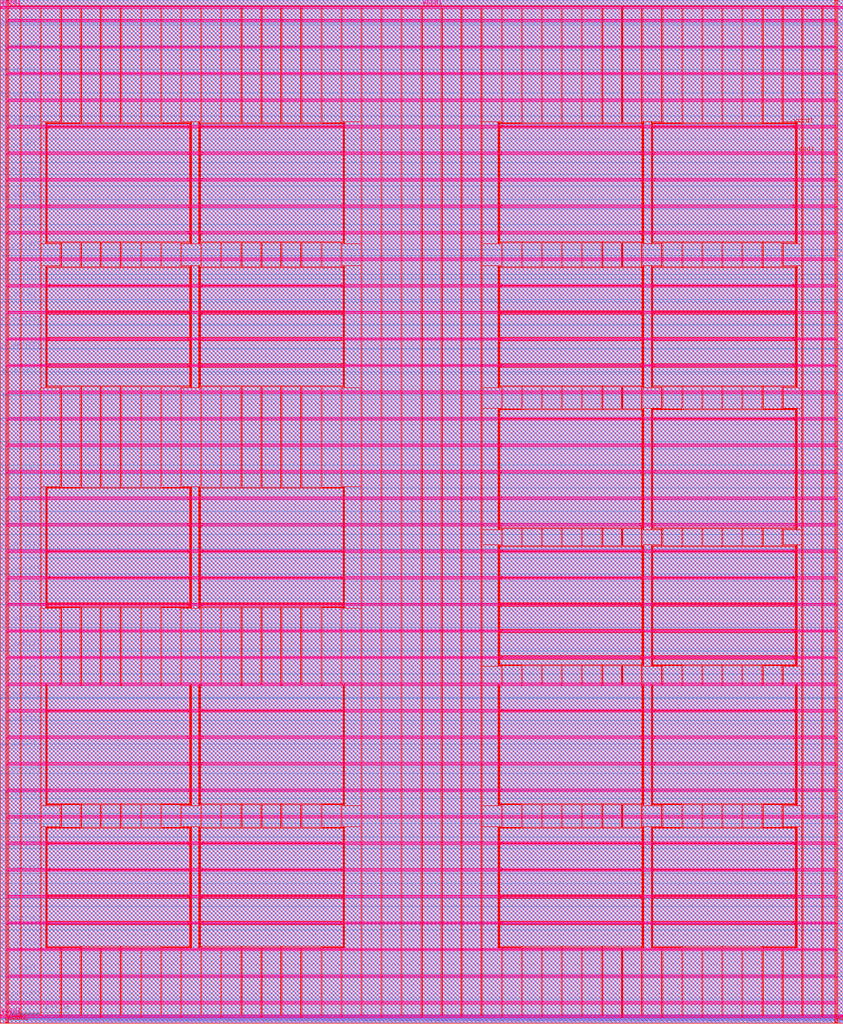
<source format=lef>
###############################################################
#  Generated by:      Cadence Innovus 20.13-s083_1
#  OS:                Linux x86_64(Host ID rice-503-20-north)
#  Generated on:      Sat Jun 18 11:40:02 2022
#  Design:            user_proj_example
#  Command:           write_lef_abstract -specifyTopLayer 5 -PGPinLayers {5 6} -extractBlockObs -stripePin results/user_proj_example.lef
###############################################################

VERSION 5.8 ;

BUSBITCHARS "[]" ;
DIVIDERCHAR "/" ;

MACRO user_proj_example
  CLASS BLOCK ;
  SIZE 2859.820000 BY 3470.040000 ;
  FOREIGN user_proj_example 0.000000 0.000000 ;
  ORIGIN 0 0 ;
  SYMMETRY X Y R90 ;
  PIN wb_clk_i
    DIRECTION INPUT ;
    USE SIGNAL ;
    ANTENNAPARTIALMETALAREA 0.2744 LAYER met2  ;
    ANTENNAPARTIALMETALSIDEAREA 1.211 LAYER met2  ;
    ANTENNAPARTIALCUTAREA 0.04 LAYER via2  ;
    ANTENNAPARTIALMETALAREA 9.7788 LAYER met3  ;
    ANTENNAPARTIALMETALSIDEAREA 52.624 LAYER met3  ;
    ANTENNAMODEL OXIDE1 ;
    ANTENNAGATEAREA 0.576 LAYER met3  ;
    ANTENNAMAXAREACAR 25.4207 LAYER met3  ;
    ANTENNAMAXSIDEAREACAR 131.384 LAYER met3  ;
    ANTENNAMAXCUTCAR 0.158681 LAYER via3  ;
    PORT
      LAYER met2 ;
        RECT 0.620000 0.000000 0.760000 0.485000 ;
    END
  END wb_clk_i
  PIN wb_rst_i
    DIRECTION INPUT ;
    USE SIGNAL ;
    ANTENNAPARTIALMETALAREA 4.7627 LAYER met2  ;
    ANTENNAPARTIALMETALSIDEAREA 23.7055 LAYER met2  ;
    ANTENNAMODEL OXIDE1 ;
    ANTENNAGATEAREA 0.315 LAYER met2  ;
    ANTENNAMAXAREACAR 34.5749 LAYER met2  ;
    ANTENNAMAXSIDEAREACAR 169.422 LAYER met2  ;
    ANTENNAMAXCUTCAR 0.163175 LAYER via2  ;
    PORT
      LAYER met2 ;
        RECT 6.140000 0.000000 6.280000 0.485000 ;
    END
  END wb_rst_i
  PIN wbs_stb_i
    DIRECTION INPUT ;
    USE SIGNAL ;
    ANTENNAPARTIALMETALAREA 4.7291 LAYER met2  ;
    ANTENNAPARTIALMETALSIDEAREA 23.5375 LAYER met2  ;
    ANTENNAMODEL OXIDE1 ;
    ANTENNAGATEAREA 0.2475 LAYER met2  ;
    ANTENNAMAXAREACAR 25.8442 LAYER met2  ;
    ANTENNAMAXSIDEAREACAR 124.364 LAYER met2  ;
    ANTENNAMAXCUTCAR 0.207677 LAYER via2  ;
    PORT
      LAYER met2 ;
        RECT 23.620000 0.000000 23.760000 0.485000 ;
    END
  END wbs_stb_i
  PIN wbs_cyc_i
    DIRECTION INPUT ;
    USE SIGNAL ;
    ANTENNAPARTIALMETALAREA 4.9195 LAYER met2  ;
    ANTENNAPARTIALMETALSIDEAREA 24.4895 LAYER met2  ;
    ANTENNAMODEL OXIDE1 ;
    ANTENNAGATEAREA 0.2475 LAYER met2  ;
    ANTENNAMAXAREACAR 27.7008 LAYER met2  ;
    ANTENNAMAXSIDEAREACAR 136.416 LAYER met2  ;
    ANTENNAMAXCUTCAR 0.207677 LAYER via2  ;
    PORT
      LAYER met2 ;
        RECT 17.640000 0.000000 17.780000 0.485000 ;
    END
  END wbs_cyc_i
  PIN wbs_we_i
    DIRECTION INPUT ;
    USE SIGNAL ;
    ANTENNAPARTIALMETALAREA 12.6571 LAYER met2  ;
    ANTENNAPARTIALMETALSIDEAREA 63.0595 LAYER met2  ;
    ANTENNAMODEL OXIDE1 ;
    ANTENNAGATEAREA 0.159 LAYER met2  ;
    ANTENNAMAXAREACAR 81.5098 LAYER met2  ;
    ANTENNAMAXSIDEAREACAR 402.421 LAYER met2  ;
    ANTENNAMAXCUTCAR 0.32327 LAYER via2  ;
    PORT
      LAYER met2 ;
        RECT 29.600000 0.000000 29.740000 0.485000 ;
    END
  END wbs_we_i
  PIN wbs_sel_i[3]
    DIRECTION INPUT ;
    USE SIGNAL ;
    PORT
      LAYER met2 ;
        RECT 122.060000 0.000000 122.200000 0.485000 ;
    END
  END wbs_sel_i[3]
  PIN wbs_sel_i[2]
    DIRECTION INPUT ;
    USE SIGNAL ;
    PORT
      LAYER met2 ;
        RECT 99.060000 0.000000 99.200000 0.485000 ;
    END
  END wbs_sel_i[2]
  PIN wbs_sel_i[1]
    DIRECTION INPUT ;
    USE SIGNAL ;
    PORT
      LAYER met2 ;
        RECT 75.600000 0.000000 75.740000 0.485000 ;
    END
  END wbs_sel_i[1]
  PIN wbs_sel_i[0]
    DIRECTION INPUT ;
    USE SIGNAL ;
    PORT
      LAYER met2 ;
        RECT 52.600000 0.000000 52.740000 0.485000 ;
    END
  END wbs_sel_i[0]
  PIN wbs_dat_i[31]
    DIRECTION INPUT ;
    USE SIGNAL ;
    ANTENNAPARTIALMETALAREA 8.9515 LAYER met2  ;
    ANTENNAPARTIALMETALSIDEAREA 44.6495 LAYER met2  ;
    ANTENNAMODEL OXIDE1 ;
    ANTENNAGATEAREA 0.126 LAYER met2  ;
    ANTENNAMAXAREACAR 96.5304 LAYER met2  ;
    ANTENNAMAXSIDEAREACAR 455.627 LAYER met2  ;
    ANTENNAMAXCUTCAR 0.407937 LAYER via2  ;
    PORT
      LAYER met2 ;
        RECT 603.680000 0.000000 603.820000 0.485000 ;
    END
  END wbs_dat_i[31]
  PIN wbs_dat_i[30]
    DIRECTION INPUT ;
    USE SIGNAL ;
    ANTENNAPARTIALMETALAREA 7.9407 LAYER met2  ;
    ANTENNAPARTIALMETALSIDEAREA 39.5955 LAYER met2  ;
    ANTENNAMODEL OXIDE1 ;
    ANTENNAGATEAREA 0.126 LAYER met2  ;
    ANTENNAMAXAREACAR 77.2692 LAYER met2  ;
    ANTENNAMAXSIDEAREACAR 359.321 LAYER met2  ;
    ANTENNAMAXCUTCAR 0.407937 LAYER via2  ;
    PORT
      LAYER met2 ;
        RECT 586.200000 0.000000 586.340000 0.485000 ;
    END
  END wbs_dat_i[30]
  PIN wbs_dat_i[29]
    DIRECTION INPUT ;
    USE SIGNAL ;
    ANTENNAPARTIALMETALAREA 6.3027 LAYER met2  ;
    ANTENNAPARTIALMETALSIDEAREA 31.4055 LAYER met2  ;
    ANTENNAMODEL OXIDE1 ;
    ANTENNAGATEAREA 0.126 LAYER met2  ;
    ANTENNAMAXAREACAR 81.6748 LAYER met2  ;
    ANTENNAMAXSIDEAREACAR 381.349 LAYER met2  ;
    ANTENNAMAXCUTCAR 0.407937 LAYER via2  ;
    PORT
      LAYER met2 ;
        RECT 568.720000 0.000000 568.860000 0.485000 ;
    END
  END wbs_dat_i[29]
  PIN wbs_dat_i[28]
    DIRECTION INPUT ;
    USE SIGNAL ;
    ANTENNAPARTIALMETALAREA 4.886 LAYER met2  ;
    ANTENNAPARTIALMETALSIDEAREA 24.269 LAYER met2  ;
    ANTENNAPARTIALCUTAREA 0.04 LAYER via2  ;
    ANTENNAPARTIALMETALAREA 0.255 LAYER met3  ;
    ANTENNAPARTIALMETALSIDEAREA 1.808 LAYER met3  ;
    ANTENNAPARTIALCUTAREA 0.04 LAYER via3  ;
    ANTENNAPARTIALMETALAREA 5.7918 LAYER met4  ;
    ANTENNAPARTIALMETALSIDEAREA 31.36 LAYER met4  ;
    ANTENNAMODEL OXIDE1 ;
    ANTENNAGATEAREA 0.126 LAYER met4  ;
    ANTENNAMAXAREACAR 136.354 LAYER met4  ;
    ANTENNAMAXSIDEAREACAR 677.532 LAYER met4  ;
    ANTENNAMAXCUTCAR 1.04286 LAYER via4  ;
    PORT
      LAYER met2 ;
        RECT 551.240000 0.000000 551.380000 0.485000 ;
    END
  END wbs_dat_i[28]
  PIN wbs_dat_i[27]
    DIRECTION INPUT ;
    USE SIGNAL ;
    ANTENNAPARTIALMETALAREA 10.1402 LAYER met2  ;
    ANTENNAPARTIALMETALSIDEAREA 50.54 LAYER met2  ;
    ANTENNAPARTIALCUTAREA 0.04 LAYER via2  ;
    ANTENNAPARTIALMETALAREA 0.2509 LAYER met3  ;
    ANTENNAPARTIALMETALSIDEAREA 1.808 LAYER met3  ;
    ANTENNAPARTIALCUTAREA 0.04 LAYER via3  ;
    ANTENNAPARTIALMETALAREA 3.9618 LAYER met4  ;
    ANTENNAPARTIALMETALSIDEAREA 21.6 LAYER met4  ;
    ANTENNAMODEL OXIDE1 ;
    ANTENNAGATEAREA 0.126 LAYER met4  ;
    ANTENNAMAXAREACAR 85.4645 LAYER met4  ;
    ANTENNAMAXSIDEAREACAR 418.405 LAYER met4  ;
    ANTENNAMAXCUTCAR 1.04286 LAYER via4  ;
    PORT
      LAYER met2 ;
        RECT 533.760000 0.000000 533.900000 0.485000 ;
    END
  END wbs_dat_i[27]
  PIN wbs_dat_i[26]
    DIRECTION INPUT ;
    USE SIGNAL ;
    ANTENNAPARTIALMETALAREA 5.6324 LAYER met2  ;
    ANTENNAPARTIALMETALSIDEAREA 27.818 LAYER met2  ;
    ANTENNAMODEL OXIDE1 ;
    ANTENNAGATEAREA 0.126 LAYER met2  ;
    ANTENNAMAXAREACAR 61.1216 LAYER met2  ;
    ANTENNAMAXSIDEAREACAR 276.71 LAYER met2  ;
    ANTENNAMAXCUTCAR 0.407937 LAYER via2  ;
    PORT
      LAYER met2 ;
        RECT 516.740000 0.000000 516.880000 0.485000 ;
    END
  END wbs_dat_i[26]
  PIN wbs_dat_i[25]
    DIRECTION INPUT ;
    USE SIGNAL ;
    ANTENNAPARTIALMETALAREA 8.4375 LAYER met2  ;
    ANTENNAPARTIALMETALSIDEAREA 41.9615 LAYER met2  ;
    ANTENNAMODEL OXIDE1 ;
    ANTENNAGATEAREA 0.126 LAYER met2  ;
    ANTENNAMAXAREACAR 75.7177 LAYER met2  ;
    ANTENNAMAXSIDEAREACAR 350.627 LAYER met2  ;
    ANTENNAMAXCUTCAR 0.407937 LAYER via2  ;
    PORT
      LAYER met2 ;
        RECT 499.260000 0.000000 499.400000 0.485000 ;
    END
  END wbs_dat_i[25]
  PIN wbs_dat_i[24]
    DIRECTION INPUT ;
    USE SIGNAL ;
    ANTENNAPARTIALMETALAREA 9.3711 LAYER met2  ;
    ANTENNAPARTIALMETALSIDEAREA 46.5115 LAYER met2  ;
    ANTENNAMODEL OXIDE1 ;
    ANTENNAGATEAREA 0.126 LAYER met2  ;
    ANTENNAMAXAREACAR 82.6161 LAYER met2  ;
    ANTENNAMAXSIDEAREACAR 384.183 LAYER met2  ;
    ANTENNAMAXCUTCAR 0.407937 LAYER via2  ;
    PORT
      LAYER met2 ;
        RECT 481.780000 0.000000 481.920000 0.485000 ;
    END
  END wbs_dat_i[24]
  PIN wbs_dat_i[23]
    DIRECTION INPUT ;
    USE SIGNAL ;
    ANTENNAPARTIALMETALAREA 7.1174 LAYER met2  ;
    ANTENNAPARTIALMETALSIDEAREA 35.308 LAYER met2  ;
    ANTENNAPARTIALCUTAREA 0.04 LAYER via2  ;
    ANTENNAPARTIALMETALAREA 0.255 LAYER met3  ;
    ANTENNAPARTIALMETALSIDEAREA 1.808 LAYER met3  ;
    ANTENNAPARTIALCUTAREA 0.04 LAYER via3  ;
    ANTENNAPARTIALMETALAREA 5.7918 LAYER met4  ;
    ANTENNAPARTIALMETALSIDEAREA 31.36 LAYER met4  ;
    ANTENNAMODEL OXIDE1 ;
    ANTENNAGATEAREA 0.126 LAYER met4  ;
    ANTENNAMAXAREACAR 67.6653 LAYER met4  ;
    ANTENNAMAXSIDEAREACAR 334.087 LAYER met4  ;
    ANTENNAMAXCUTCAR 1.04286 LAYER via4  ;
    PORT
      LAYER met2 ;
        RECT 464.300000 0.000000 464.440000 0.485000 ;
    END
  END wbs_dat_i[23]
  PIN wbs_dat_i[22]
    DIRECTION INPUT ;
    USE SIGNAL ;
    ANTENNAPARTIALMETALAREA 8.4543 LAYER met2  ;
    ANTENNAPARTIALMETALSIDEAREA 42.0455 LAYER met2  ;
    ANTENNAMODEL OXIDE1 ;
    ANTENNAGATEAREA 0.126 LAYER met2  ;
    ANTENNAMAXAREACAR 80.3232 LAYER met2  ;
    ANTENNAMAXSIDEAREACAR 373.655 LAYER met2  ;
    ANTENNAMAXCUTCAR 0.407937 LAYER via2  ;
    PORT
      LAYER met2 ;
        RECT 446.820000 0.000000 446.960000 0.485000 ;
    END
  END wbs_dat_i[22]
  PIN wbs_dat_i[21]
    DIRECTION INPUT ;
    USE SIGNAL ;
    ANTENNAPARTIALMETALAREA 8.3926 LAYER met2  ;
    ANTENNAPARTIALMETALSIDEAREA 41.566 LAYER met2  ;
    ANTENNAPARTIALCUTAREA 0.04 LAYER via2  ;
    ANTENNAPARTIALMETALAREA 0.2509 LAYER met3  ;
    ANTENNAPARTIALMETALSIDEAREA 1.808 LAYER met3  ;
    ANTENNAPARTIALCUTAREA 0.04 LAYER via3  ;
    ANTENNAPARTIALMETALAREA 1.7658 LAYER met4  ;
    ANTENNAPARTIALMETALSIDEAREA 9.888 LAYER met4  ;
    ANTENNAMODEL OXIDE1 ;
    ANTENNAGATEAREA 0.126 LAYER met4  ;
    ANTENNAMAXAREACAR 40.3692 LAYER met4  ;
    ANTENNAMAXSIDEAREACAR 187.119 LAYER met4  ;
    ANTENNAMAXCUTCAR 1.04286 LAYER via4  ;
    PORT
      LAYER met2 ;
        RECT 429.800000 0.000000 429.940000 0.485000 ;
    END
  END wbs_dat_i[21]
  PIN wbs_dat_i[20]
    DIRECTION INPUT ;
    USE SIGNAL ;
    ANTENNAPARTIALMETALAREA 9.5491 LAYER met2  ;
    ANTENNAPARTIALMETALSIDEAREA 47.5195 LAYER met2  ;
    ANTENNAMODEL OXIDE1 ;
    ANTENNAGATEAREA 0.126 LAYER met2  ;
    ANTENNAMAXAREACAR 82.6105 LAYER met2  ;
    ANTENNAMAXSIDEAREACAR 385.627 LAYER met2  ;
    ANTENNAMAXCUTCAR 0.407937 LAYER via2  ;
    PORT
      LAYER met2 ;
        RECT 412.320000 0.000000 412.460000 0.485000 ;
    END
  END wbs_dat_i[20]
  PIN wbs_dat_i[19]
    DIRECTION INPUT ;
    USE SIGNAL ;
    ANTENNAPARTIALMETALAREA 4.1494 LAYER met2  ;
    ANTENNAPARTIALMETALSIDEAREA 20.468 LAYER met2  ;
    ANTENNAPARTIALCUTAREA 0.04 LAYER via2  ;
    ANTENNAPARTIALMETALAREA 0.255 LAYER met3  ;
    ANTENNAPARTIALMETALSIDEAREA 1.808 LAYER met3  ;
    ANTENNAPARTIALCUTAREA 0.04 LAYER via3  ;
    ANTENNAPARTIALMETALAREA 6.1578 LAYER met4  ;
    ANTENNAPARTIALMETALSIDEAREA 33.312 LAYER met4  ;
    ANTENNAMODEL OXIDE1 ;
    ANTENNAGATEAREA 0.126 LAYER met4  ;
    ANTENNAMAXAREACAR 98.7311 LAYER met4  ;
    ANTENNAMAXSIDEAREACAR 490.385 LAYER met4  ;
    ANTENNAMAXCUTCAR 1.04286 LAYER via4  ;
    PORT
      LAYER met2 ;
        RECT 394.840000 0.000000 394.980000 0.485000 ;
    END
  END wbs_dat_i[19]
  PIN wbs_dat_i[18]
    DIRECTION INPUT ;
    USE SIGNAL ;
    ANTENNAPARTIALMETALAREA 9.6777 LAYER met2  ;
    ANTENNAPARTIALMETALSIDEAREA 48.0445 LAYER met2  ;
    ANTENNAMODEL OXIDE1 ;
    ANTENNAGATEAREA 0.126 LAYER met2  ;
    ANTENNAMAXAREACAR 88.6272 LAYER met2  ;
    ANTENNAMAXSIDEAREACAR 414.238 LAYER met2  ;
    ANTENNAMAXCUTCAR 0.407937 LAYER via2  ;
    PORT
      LAYER met2 ;
        RECT 377.360000 0.000000 377.500000 0.485000 ;
    END
  END wbs_dat_i[18]
  PIN wbs_dat_i[17]
    DIRECTION INPUT ;
    USE SIGNAL ;
    ANTENNAPARTIALMETALAREA 4.2656 LAYER met2  ;
    ANTENNAPARTIALMETALSIDEAREA 21.049 LAYER met2  ;
    ANTENNAPARTIALCUTAREA 0.04 LAYER via2  ;
    ANTENNAPARTIALMETALAREA 0.255 LAYER met3  ;
    ANTENNAPARTIALMETALSIDEAREA 1.808 LAYER met3  ;
    ANTENNAPARTIALCUTAREA 0.04 LAYER via3  ;
    ANTENNAPARTIALMETALAREA 5.7918 LAYER met4  ;
    ANTENNAPARTIALMETALSIDEAREA 31.36 LAYER met4  ;
    ANTENNAMODEL OXIDE1 ;
    ANTENNAGATEAREA 0.126 LAYER met4  ;
    ANTENNAMAXAREACAR 96.6097 LAYER met4  ;
    ANTENNAMAXSIDEAREACAR 478.81 LAYER met4  ;
    ANTENNAMAXCUTCAR 1.04286 LAYER via4  ;
    PORT
      LAYER met2 ;
        RECT 359.880000 0.000000 360.020000 0.485000 ;
    END
  END wbs_dat_i[17]
  PIN wbs_dat_i[16]
    DIRECTION INPUT ;
    USE SIGNAL ;
    ANTENNAPARTIALMETALAREA 6.6805 LAYER met2  ;
    ANTENNAPARTIALMETALSIDEAREA 33.1765 LAYER met2  ;
    ANTENNAMODEL OXIDE1 ;
    ANTENNAGATEAREA 0.126 LAYER met2  ;
    ANTENNAMAXAREACAR 62.6677 LAYER met2  ;
    ANTENNAMAXSIDEAREACAR 285.377 LAYER met2  ;
    ANTENNAMAXCUTCAR 0.407937 LAYER via2  ;
    PORT
      LAYER met2 ;
        RECT 342.400000 0.000000 342.540000 0.485000 ;
    END
  END wbs_dat_i[16]
  PIN wbs_dat_i[15]
    DIRECTION INPUT ;
    USE SIGNAL ;
    ANTENNAPARTIALMETALAREA 0.4466 LAYER met2  ;
    ANTENNAPARTIALMETALSIDEAREA 2.072 LAYER met2  ;
    ANTENNAPARTIALCUTAREA 0.04 LAYER via2  ;
    ANTENNAPARTIALMETALAREA 71.998 LAYER met3  ;
    ANTENNAPARTIALMETALSIDEAREA 384.456 LAYER met3  ;
    ANTENNAPARTIALCUTAREA 0.04 LAYER via3  ;
    ANTENNAPARTIALMETALAREA 0.6516 LAYER met4  ;
    ANTENNAPARTIALMETALSIDEAREA 4.416 LAYER met4  ;
    ANTENNAMODEL OXIDE1 ;
    ANTENNAGATEAREA 0.126 LAYER met4  ;
    ANTENNAMAXAREACAR 68.8647 LAYER met4  ;
    ANTENNAMAXSIDEAREACAR 331.163 LAYER met4  ;
    ANTENNAMAXCUTCAR 1.04286 LAYER via4  ;
    PORT
      LAYER met2 ;
        RECT 325.380000 0.000000 325.520000 0.485000 ;
    END
  END wbs_dat_i[15]
  PIN wbs_dat_i[14]
    DIRECTION INPUT ;
    USE SIGNAL ;
    ANTENNAPARTIALMETALAREA 7.0572 LAYER met2  ;
    ANTENNAPARTIALMETALSIDEAREA 35.007 LAYER met2  ;
    ANTENNAPARTIALCUTAREA 0.04 LAYER via2  ;
    ANTENNAPARTIALMETALAREA 0.255 LAYER met3  ;
    ANTENNAPARTIALMETALSIDEAREA 1.808 LAYER met3  ;
    ANTENNAPARTIALCUTAREA 0.04 LAYER via3  ;
    ANTENNAPARTIALMETALAREA 1.5828 LAYER met4  ;
    ANTENNAPARTIALMETALSIDEAREA 8.912 LAYER met4  ;
    ANTENNAMODEL OXIDE1 ;
    ANTENNAGATEAREA 0.126 LAYER met4  ;
    ANTENNAMAXAREACAR 54.2978 LAYER met4  ;
    ANTENNAMAXSIDEAREACAR 256.651 LAYER met4  ;
    ANTENNAMAXCUTCAR 1.04286 LAYER via4  ;
    PORT
      LAYER met2 ;
        RECT 307.900000 0.000000 308.040000 0.485000 ;
    END
  END wbs_dat_i[14]
  PIN wbs_dat_i[13]
    DIRECTION INPUT ;
    USE SIGNAL ;
    ANTENNAPARTIALMETALAREA 9.669 LAYER met2  ;
    ANTENNAPARTIALMETALSIDEAREA 48.111 LAYER met2  ;
    ANTENNAPARTIALCUTAREA 0.04 LAYER via2  ;
    ANTENNAPARTIALMETALAREA 5.0868 LAYER met3  ;
    ANTENNAPARTIALMETALSIDEAREA 27.6 LAYER met3  ;
    ANTENNAMODEL OXIDE1 ;
    ANTENNAGATEAREA 0.126 LAYER met3  ;
    ANTENNAMAXAREACAR 48.0938 LAYER met3  ;
    ANTENNAMAXSIDEAREACAR 230.647 LAYER met3  ;
    ANTENNAMAXCUTCAR 0.725397 LAYER via3  ;
    PORT
      LAYER met2 ;
        RECT 290.420000 0.000000 290.560000 0.485000 ;
    END
  END wbs_dat_i[13]
  PIN wbs_dat_i[12]
    DIRECTION INPUT ;
    USE SIGNAL ;
    ANTENNAPARTIALMETALAREA 6.8023 LAYER met2  ;
    ANTENNAPARTIALMETALSIDEAREA 33.7855 LAYER met2  ;
    ANTENNAMODEL OXIDE1 ;
    ANTENNAGATEAREA 0.126 LAYER met2  ;
    ANTENNAMAXAREACAR 61.5899 LAYER met2  ;
    ANTENNAMAXSIDEAREACAR 279.988 LAYER met2  ;
    ANTENNAMAXCUTCAR 0.407937 LAYER via2  ;
    PORT
      LAYER met2 ;
        RECT 272.940000 0.000000 273.080000 0.485000 ;
    END
  END wbs_dat_i[12]
  PIN wbs_dat_i[11]
    DIRECTION INPUT ;
    USE SIGNAL ;
    ANTENNAPARTIALMETALAREA 4.5915 LAYER met2  ;
    ANTENNAPARTIALMETALSIDEAREA 22.6135 LAYER met2  ;
    ANTENNAMODEL OXIDE1 ;
    ANTENNAGATEAREA 0.126 LAYER met2  ;
    ANTENNAMAXAREACAR 61.7938 LAYER met2  ;
    ANTENNAMAXSIDEAREACAR 280.071 LAYER met2  ;
    ANTENNAMAXCUTCAR 0.407937 LAYER via2  ;
    PORT
      LAYER met2 ;
        RECT 255.460000 0.000000 255.600000 0.485000 ;
    END
  END wbs_dat_i[11]
  PIN wbs_dat_i[10]
    DIRECTION INPUT ;
    USE SIGNAL ;
    ANTENNAPARTIALMETALAREA 9.2845 LAYER met2  ;
    ANTENNAPARTIALMETALSIDEAREA 46.1965 LAYER met2  ;
    ANTENNAMODEL OXIDE1 ;
    ANTENNAGATEAREA 0.126 LAYER met2  ;
    ANTENNAMAXAREACAR 89.0621 LAYER met2  ;
    ANTENNAMAXSIDEAREACAR 417.349 LAYER met2  ;
    ANTENNAMAXCUTCAR 0.407937 LAYER via2  ;
    PORT
      LAYER met2 ;
        RECT 237.980000 0.000000 238.120000 0.485000 ;
    END
  END wbs_dat_i[10]
  PIN wbs_dat_i[9]
    DIRECTION INPUT ;
    USE SIGNAL ;
    ANTENNAPARTIALMETALAREA 8.729 LAYER met2  ;
    ANTENNAPARTIALMETALSIDEAREA 43.484 LAYER met2  ;
    ANTENNAPARTIALCUTAREA 0.04 LAYER via2  ;
    ANTENNAPARTIALMETALAREA 0.255 LAYER met3  ;
    ANTENNAPARTIALMETALSIDEAREA 1.808 LAYER met3  ;
    ANTENNAPARTIALCUTAREA 0.04 LAYER via3  ;
    ANTENNAPARTIALMETALAREA 4.1448 LAYER met4  ;
    ANTENNAPARTIALMETALSIDEAREA 22.576 LAYER met4  ;
    ANTENNAMODEL OXIDE1 ;
    ANTENNAGATEAREA 0.126 LAYER met4  ;
    ANTENNAMAXAREACAR 74.7034 LAYER met4  ;
    ANTENNAMAXSIDEAREACAR 363.984 LAYER met4  ;
    ANTENNAMAXCUTCAR 1.04286 LAYER via4  ;
    PORT
      LAYER met2 ;
        RECT 220.960000 0.000000 221.100000 0.485000 ;
    END
  END wbs_dat_i[9]
  PIN wbs_dat_i[8]
    DIRECTION INPUT ;
    USE SIGNAL ;
    ANTENNAPARTIALMETALAREA 8.7539 LAYER met2  ;
    ANTENNAPARTIALMETALSIDEAREA 43.5435 LAYER met2  ;
    ANTENNAMODEL OXIDE1 ;
    ANTENNAGATEAREA 0.126 LAYER met2  ;
    ANTENNAMAXAREACAR 78.2288 LAYER met2  ;
    ANTENNAMAXSIDEAREACAR 363.183 LAYER met2  ;
    ANTENNAMAXCUTCAR 0.407937 LAYER via2  ;
    PORT
      LAYER met2 ;
        RECT 203.480000 0.000000 203.620000 0.485000 ;
    END
  END wbs_dat_i[8]
  PIN wbs_dat_i[7]
    DIRECTION INPUT ;
    USE SIGNAL ;
    ANTENNAPARTIALMETALAREA 6.1359 LAYER met2  ;
    ANTENNAPARTIALMETALSIDEAREA 30.4535 LAYER met2  ;
    ANTENNAMODEL OXIDE1 ;
    ANTENNAGATEAREA 0.126 LAYER met2  ;
    ANTENNAMAXAREACAR 69.7177 LAYER met2  ;
    ANTENNAMAXSIDEAREACAR 320.627 LAYER met2  ;
    ANTENNAMAXCUTCAR 0.407937 LAYER via2  ;
    PORT
      LAYER met2 ;
        RECT 186.000000 0.000000 186.140000 0.485000 ;
    END
  END wbs_dat_i[7]
  PIN wbs_dat_i[6]
    DIRECTION INPUT ;
    USE SIGNAL ;
    ANTENNAPARTIALMETALAREA 7.5163 LAYER met2  ;
    ANTENNAPARTIALMETALSIDEAREA 37.3555 LAYER met2  ;
    ANTENNAMODEL OXIDE1 ;
    ANTENNAGATEAREA 0.126 LAYER met2  ;
    ANTENNAMAXAREACAR 68.3065 LAYER met2  ;
    ANTENNAMAXSIDEAREACAR 313.571 LAYER met2  ;
    ANTENNAMAXCUTCAR 0.407937 LAYER via2  ;
    PORT
      LAYER met2 ;
        RECT 168.520000 0.000000 168.660000 0.485000 ;
    END
  END wbs_dat_i[6]
  PIN wbs_dat_i[5]
    DIRECTION INPUT ;
    USE SIGNAL ;
    ANTENNAPARTIALMETALAREA 1.6408 LAYER met2  ;
    ANTENNAPARTIALMETALSIDEAREA 8.043 LAYER met2  ;
    ANTENNAPARTIALCUTAREA 0.04 LAYER via2  ;
    ANTENNAPARTIALMETALAREA 112.249 LAYER met3  ;
    ANTENNAPARTIALMETALSIDEAREA 599.128 LAYER met3  ;
    ANTENNAPARTIALCUTAREA 0.04 LAYER via3  ;
    ANTENNAPARTIALMETALAREA 0.6516 LAYER met4  ;
    ANTENNAPARTIALMETALSIDEAREA 4.416 LAYER met4  ;
    ANTENNAMODEL OXIDE1 ;
    ANTENNAGATEAREA 0.126 LAYER met4  ;
    ANTENNAMAXAREACAR 85.3685 LAYER met4  ;
    ANTENNAMAXSIDEAREACAR 413.452 LAYER met4  ;
    ANTENNAMAXCUTCAR 1.04286 LAYER via4  ;
    PORT
      LAYER met2 ;
        RECT 151.040000 0.000000 151.180000 0.485000 ;
    END
  END wbs_dat_i[5]
  PIN wbs_dat_i[4]
    DIRECTION INPUT ;
    USE SIGNAL ;
    ANTENNAPARTIALMETALAREA 6.8359 LAYER met2  ;
    ANTENNAPARTIALMETALSIDEAREA 33.9535 LAYER met2  ;
    ANTENNAMODEL OXIDE1 ;
    ANTENNAGATEAREA 0.126 LAYER met2  ;
    ANTENNAMAXAREACAR 80.501 LAYER met2  ;
    ANTENNAMAXSIDEAREACAR 374.544 LAYER met2  ;
    ANTENNAMAXCUTCAR 0.407937 LAYER via2  ;
    PORT
      LAYER met2 ;
        RECT 133.560000 0.000000 133.700000 0.485000 ;
    END
  END wbs_dat_i[4]
  PIN wbs_dat_i[3]
    DIRECTION INPUT ;
    USE SIGNAL ;
    ANTENNAPARTIALMETALAREA 9.9775 LAYER met2  ;
    ANTENNAPARTIALMETALSIDEAREA 49.6615 LAYER met2  ;
    ANTENNAMODEL OXIDE1 ;
    ANTENNAGATEAREA 0.126 LAYER met2  ;
    ANTENNAMAXAREACAR 113.129 LAYER met2  ;
    ANTENNAMAXSIDEAREACAR 537.683 LAYER met2  ;
    ANTENNAMAXCUTCAR 0.407937 LAYER via2  ;
    PORT
      LAYER met2 ;
        RECT 110.560000 0.000000 110.700000 0.485000 ;
    END
  END wbs_dat_i[3]
  PIN wbs_dat_i[2]
    DIRECTION INPUT ;
    USE SIGNAL ;
    ANTENNAPARTIALMETALAREA 11.9654 LAYER met2  ;
    ANTENNAPARTIALMETALSIDEAREA 59.563 LAYER met2  ;
    ANTENNAPARTIALCUTAREA 0.04 LAYER via2  ;
    ANTENNAPARTIALMETALAREA 2.0508 LAYER met3  ;
    ANTENNAPARTIALMETALSIDEAREA 11.408 LAYER met3  ;
    ANTENNAMODEL OXIDE1 ;
    ANTENNAGATEAREA 0.126 LAYER met3  ;
    ANTENNAMAXAREACAR 31.0161 LAYER met3  ;
    ANTENNAMAXSIDEAREACAR 136.833 LAYER met3  ;
    ANTENNAMAXCUTCAR 0.725397 LAYER via3  ;
    PORT
      LAYER met2 ;
        RECT 87.560000 0.000000 87.700000 0.485000 ;
    END
  END wbs_dat_i[2]
  PIN wbs_dat_i[1]
    DIRECTION INPUT ;
    USE SIGNAL ;
    ANTENNAPARTIALMETALAREA 7.9475 LAYER met2  ;
    ANTENNAPARTIALMETALSIDEAREA 39.5115 LAYER met2  ;
    ANTENNAMODEL OXIDE1 ;
    ANTENNAGATEAREA 0.126 LAYER met2  ;
    ANTENNAMAXAREACAR 69.8994 LAYER met2  ;
    ANTENNAMAXSIDEAREACAR 322.071 LAYER met2  ;
    ANTENNAMAXCUTCAR 0.407937 LAYER via2  ;
    PORT
      LAYER met2 ;
        RECT 64.100000 0.000000 64.240000 0.485000 ;
    END
  END wbs_dat_i[1]
  PIN wbs_dat_i[0]
    DIRECTION INPUT ;
    USE SIGNAL ;
    ANTENNAPARTIALMETALAREA 8.6711 LAYER met2  ;
    ANTENNAPARTIALMETALSIDEAREA 43.0115 LAYER met2  ;
    ANTENNAMODEL OXIDE1 ;
    ANTENNAGATEAREA 0.126 LAYER met2  ;
    ANTENNAMAXAREACAR 89.0605 LAYER met2  ;
    ANTENNAMAXSIDEAREACAR 416.405 LAYER met2  ;
    ANTENNAMAXCUTCAR 0.407937 LAYER via2  ;
    PORT
      LAYER met2 ;
        RECT 41.100000 0.000000 41.240000 0.485000 ;
    END
  END wbs_dat_i[0]
  PIN wbs_adr_i[31]
    DIRECTION INPUT ;
    USE SIGNAL ;
    ANTENNAPARTIALMETALAREA 5.4219 LAYER met2  ;
    ANTENNAPARTIALMETALSIDEAREA 26.8835 LAYER met2  ;
    ANTENNAMODEL OXIDE1 ;
    ANTENNAGATEAREA 0.126 LAYER met2  ;
    ANTENNAMAXAREACAR 51.7843 LAYER met2  ;
    ANTENNAMAXSIDEAREACAR 230.96 LAYER met2  ;
    ANTENNAMAXCUTCAR 0.407937 LAYER via2  ;
    PORT
      LAYER met2 ;
        RECT 597.700000 0.000000 597.840000 0.485000 ;
    END
  END wbs_adr_i[31]
  PIN wbs_adr_i[30]
    DIRECTION INPUT ;
    USE SIGNAL ;
    ANTENNAPARTIALMETALAREA 6.5239 LAYER met2  ;
    ANTENNAPARTIALMETALSIDEAREA 32.5115 LAYER met2  ;
    ANTENNAMODEL OXIDE1 ;
    ANTENNAGATEAREA 0.126 LAYER met2  ;
    ANTENNAMAXAREACAR 58.601 LAYER met2  ;
    ANTENNAMAXSIDEAREACAR 266.516 LAYER met2  ;
    ANTENNAMAXCUTCAR 0.407937 LAYER via2  ;
    PORT
      LAYER met2 ;
        RECT 580.220000 0.000000 580.360000 0.485000 ;
    END
  END wbs_adr_i[30]
  PIN wbs_adr_i[29]
    DIRECTION INPUT ;
    USE SIGNAL ;
    ANTENNAPARTIALMETALAREA 6.6772 LAYER met2  ;
    ANTENNAPARTIALMETALSIDEAREA 33.278 LAYER met2  ;
    ANTENNAMODEL OXIDE1 ;
    ANTENNAGATEAREA 0.126 LAYER met2  ;
    ANTENNAMAXAREACAR 61.2359 LAYER met2  ;
    ANTENNAMAXSIDEAREACAR 279.155 LAYER met2  ;
    ANTENNAMAXCUTCAR 0.407937 LAYER via2  ;
    PORT
      LAYER met2 ;
        RECT 563.200000 0.000000 563.340000 0.485000 ;
    END
  END wbs_adr_i[29]
  PIN wbs_adr_i[28]
    DIRECTION INPUT ;
    USE SIGNAL ;
    ANTENNAPARTIALMETALAREA 6.7171 LAYER met2  ;
    ANTENNAPARTIALMETALSIDEAREA 33.4775 LAYER met2  ;
    ANTENNAMODEL OXIDE1 ;
    ANTENNAGATEAREA 0.126 LAYER met2  ;
    ANTENNAMAXAREACAR 76.2415 LAYER met2  ;
    ANTENNAMAXSIDEAREACAR 354.183 LAYER met2  ;
    ANTENNAMAXCUTCAR 0.407937 LAYER via2  ;
    PORT
      LAYER met2 ;
        RECT 545.720000 0.000000 545.860000 0.485000 ;
    END
  END wbs_adr_i[28]
  PIN wbs_adr_i[27]
    DIRECTION INPUT ;
    USE SIGNAL ;
    ANTENNAPARTIALMETALAREA 5.5075 LAYER met2  ;
    ANTENNAPARTIALMETALSIDEAREA 27.4295 LAYER met2  ;
    ANTENNAMODEL OXIDE1 ;
    ANTENNAGATEAREA 0.126 LAYER met2  ;
    ANTENNAMAXAREACAR 56.4526 LAYER met2  ;
    ANTENNAMAXSIDEAREACAR 255.238 LAYER met2  ;
    ANTENNAMAXCUTCAR 0.407937 LAYER via2  ;
    PORT
      LAYER met2 ;
        RECT 528.240000 0.000000 528.380000 0.485000 ;
    END
  END wbs_adr_i[27]
  PIN wbs_adr_i[26]
    DIRECTION INPUT ;
    USE SIGNAL ;
    ANTENNAPARTIALMETALAREA 4.692 LAYER met2  ;
    ANTENNAPARTIALMETALSIDEAREA 23.352 LAYER met2  ;
    ANTENNAMODEL OXIDE1 ;
    ANTENNAGATEAREA 0.126 LAYER met2  ;
    ANTENNAMAXAREACAR 44.0621 LAYER met2  ;
    ANTENNAMAXSIDEAREACAR 193.821 LAYER met2  ;
    ANTENNAMAXCUTCAR 0.407937 LAYER via2  ;
    PORT
      LAYER met2 ;
        RECT 510.760000 0.000000 510.900000 0.485000 ;
    END
  END wbs_adr_i[26]
  PIN wbs_adr_i[25]
    DIRECTION INPUT ;
    USE SIGNAL ;
    ANTENNAPARTIALMETALAREA 5.9667 LAYER met2  ;
    ANTENNAPARTIALMETALSIDEAREA 29.7255 LAYER met2  ;
    ANTENNAMODEL OXIDE1 ;
    ANTENNAGATEAREA 0.126 LAYER met2  ;
    ANTENNAMAXAREACAR 65.5581 LAYER met2  ;
    ANTENNAMAXSIDEAREACAR 300.766 LAYER met2  ;
    ANTENNAMAXCUTCAR 0.407937 LAYER via2  ;
    PORT
      LAYER met2 ;
        RECT 493.280000 0.000000 493.420000 0.485000 ;
    END
  END wbs_adr_i[25]
  PIN wbs_adr_i[24]
    DIRECTION INPUT ;
    USE SIGNAL ;
    ANTENNAPARTIALMETALAREA 4.8887 LAYER met2  ;
    ANTENNAPARTIALMETALSIDEAREA 24.3355 LAYER met2  ;
    ANTENNAMODEL OXIDE1 ;
    ANTENNAGATEAREA 0.126 LAYER met2  ;
    ANTENNAMAXAREACAR 96.9748 LAYER met2  ;
    ANTENNAMAXSIDEAREACAR 457.849 LAYER met2  ;
    ANTENNAMAXCUTCAR 0.407937 LAYER via2  ;
    PORT
      LAYER met2 ;
        RECT 475.800000 0.000000 475.940000 0.485000 ;
    END
  END wbs_adr_i[24]
  PIN wbs_adr_i[23]
    DIRECTION INPUT ;
    USE SIGNAL ;
    ANTENNAPARTIALMETALAREA 7.3163 LAYER met2  ;
    ANTENNAPARTIALMETALSIDEAREA 36.4735 LAYER met2  ;
    ANTENNAMODEL OXIDE1 ;
    ANTENNAGATEAREA 0.126 LAYER met2  ;
    ANTENNAMAXAREACAR 142.464 LAYER met2  ;
    ANTENNAMAXSIDEAREACAR 685.294 LAYER met2  ;
    ANTENNAMAXCUTCAR 0.407937 LAYER via2  ;
    PORT
      LAYER met2 ;
        RECT 458.780000 0.000000 458.920000 0.485000 ;
    END
  END wbs_adr_i[23]
  PIN wbs_adr_i[22]
    DIRECTION INPUT ;
    USE SIGNAL ;
    ANTENNAPARTIALMETALAREA 6.2311 LAYER met2  ;
    ANTENNAPARTIALMETALSIDEAREA 30.9295 LAYER met2  ;
    ANTENNAMODEL OXIDE1 ;
    ANTENNAGATEAREA 0.126 LAYER met2  ;
    ANTENNAMAXAREACAR 91.9177 LAYER met2  ;
    ANTENNAMAXSIDEAREACAR 431.627 LAYER met2  ;
    ANTENNAMAXCUTCAR 0.407937 LAYER via2  ;
    PORT
      LAYER met2 ;
        RECT 441.300000 0.000000 441.440000 0.485000 ;
    END
  END wbs_adr_i[22]
  PIN wbs_adr_i[21]
    DIRECTION INPUT ;
    USE SIGNAL ;
    ANTENNAPARTIALMETALAREA 5.5939 LAYER met2  ;
    ANTENNAPARTIALMETALSIDEAREA 27.6255 LAYER met2  ;
    ANTENNAMODEL OXIDE1 ;
    ANTENNAGATEAREA 0.126 LAYER met2  ;
    ANTENNAMAXAREACAR 59.3938 LAYER met2  ;
    ANTENNAMAXSIDEAREACAR 268.071 LAYER met2  ;
    ANTENNAMAXCUTCAR 0.407937 LAYER via2  ;
    PORT
      LAYER met2 ;
        RECT 423.820000 0.000000 423.960000 0.485000 ;
    END
  END wbs_adr_i[21]
  PIN wbs_adr_i[20]
    DIRECTION INPUT ;
    USE SIGNAL ;
    ANTENNAPARTIALMETALAREA 5.7551 LAYER met2  ;
    ANTENNAPARTIALMETALSIDEAREA 28.5495 LAYER met2  ;
    ANTENNAMODEL OXIDE1 ;
    ANTENNAGATEAREA 0.126 LAYER met2  ;
    ANTENNAMAXAREACAR 70.2732 LAYER met2  ;
    ANTENNAMAXSIDEAREACAR 323.405 LAYER met2  ;
    ANTENNAMAXCUTCAR 0.407937 LAYER via2  ;
    PORT
      LAYER met2 ;
        RECT 406.340000 0.000000 406.480000 0.485000 ;
    END
  END wbs_adr_i[20]
  PIN wbs_adr_i[19]
    DIRECTION INPUT ;
    USE SIGNAL ;
    ANTENNAPARTIALMETALAREA 6.7547 LAYER met2  ;
    ANTENNAPARTIALMETALSIDEAREA 33.5475 LAYER met2  ;
    ANTENNAMODEL OXIDE1 ;
    ANTENNAGATEAREA 0.126 LAYER met2  ;
    ANTENNAMAXAREACAR 64.2788 LAYER met2  ;
    ANTENNAMAXSIDEAREACAR 293.433 LAYER met2  ;
    ANTENNAMAXCUTCAR 0.407937 LAYER via2  ;
    PORT
      LAYER met2 ;
        RECT 388.860000 0.000000 389.000000 0.485000 ;
    END
  END wbs_adr_i[19]
  PIN wbs_adr_i[18]
    DIRECTION INPUT ;
    USE SIGNAL ;
    ANTENNAPARTIALMETALAREA 9.0871 LAYER met2  ;
    ANTENNAPARTIALMETALSIDEAREA 45.2095 LAYER met2  ;
    ANTENNAMODEL OXIDE1 ;
    ANTENNAGATEAREA 0.126 LAYER met2  ;
    ANTENNAMAXAREACAR 118.807 LAYER met2  ;
    ANTENNAMAXSIDEAREACAR 566.071 LAYER met2  ;
    ANTENNAMAXCUTCAR 0.407937 LAYER via2  ;
    PORT
      LAYER met2 ;
        RECT 371.380000 0.000000 371.520000 0.485000 ;
    END
  END wbs_adr_i[18]
  PIN wbs_adr_i[17]
    DIRECTION INPUT ;
    USE SIGNAL ;
    ANTENNAPARTIALMETALAREA 9.5155 LAYER met2  ;
    ANTENNAPARTIALMETALSIDEAREA 47.3515 LAYER met2  ;
    ANTENNAMODEL OXIDE1 ;
    ANTENNAGATEAREA 0.126 LAYER met2  ;
    ANTENNAMAXAREACAR 87.851 LAYER met2  ;
    ANTENNAMAXSIDEAREACAR 411.294 LAYER met2  ;
    ANTENNAMAXCUTCAR 0.407937 LAYER via2  ;
    PORT
      LAYER met2 ;
        RECT 354.360000 0.000000 354.500000 0.485000 ;
    END
  END wbs_adr_i[17]
  PIN wbs_adr_i[16]
    DIRECTION INPUT ;
    USE SIGNAL ;
    ANTENNAPARTIALMETALAREA 7.7896 LAYER met2  ;
    ANTENNAPARTIALMETALSIDEAREA 38.787 LAYER met2  ;
    ANTENNAPARTIALCUTAREA 0.04 LAYER via2  ;
    ANTENNAPARTIALMETALAREA 0.255 LAYER met3  ;
    ANTENNAPARTIALMETALSIDEAREA 1.808 LAYER met3  ;
    ANTENNAPARTIALCUTAREA 0.04 LAYER via3  ;
    ANTENNAPARTIALMETALAREA 4.1448 LAYER met4  ;
    ANTENNAPARTIALMETALSIDEAREA 22.576 LAYER met4  ;
    ANTENNAMODEL OXIDE1 ;
    ANTENNAGATEAREA 0.126 LAYER met4  ;
    ANTENNAMAXAREACAR 55.1367 LAYER met4  ;
    ANTENNAMAXSIDEAREACAR 266.151 LAYER met4  ;
    ANTENNAMAXCUTCAR 1.04286 LAYER via4  ;
    PORT
      LAYER met2 ;
        RECT 336.880000 0.000000 337.020000 0.485000 ;
    END
  END wbs_adr_i[16]
  PIN wbs_adr_i[15]
    DIRECTION INPUT ;
    USE SIGNAL ;
    ANTENNAPARTIALMETALAREA 9.5155 LAYER met2  ;
    ANTENNAPARTIALMETALSIDEAREA 47.3515 LAYER met2  ;
    ANTENNAMODEL OXIDE1 ;
    ANTENNAGATEAREA 0.126 LAYER met2  ;
    ANTENNAMAXAREACAR 86.8288 LAYER met2  ;
    ANTENNAMAXSIDEAREACAR 406.183 LAYER met2  ;
    ANTENNAMAXCUTCAR 0.407937 LAYER via2  ;
    PORT
      LAYER met2 ;
        RECT 319.400000 0.000000 319.540000 0.485000 ;
    END
  END wbs_adr_i[15]
  PIN wbs_adr_i[14]
    DIRECTION INPUT ;
    USE SIGNAL ;
    ANTENNAPARTIALMETALAREA 7.7896 LAYER met2  ;
    ANTENNAPARTIALMETALSIDEAREA 38.787 LAYER met2  ;
    ANTENNAPARTIALCUTAREA 0.04 LAYER via2  ;
    ANTENNAPARTIALMETALAREA 0.2509 LAYER met3  ;
    ANTENNAPARTIALMETALSIDEAREA 1.808 LAYER met3  ;
    ANTENNAPARTIALCUTAREA 0.04 LAYER via3  ;
    ANTENNAPARTIALMETALAREA 4.1448 LAYER met4  ;
    ANTENNAPARTIALMETALSIDEAREA 22.576 LAYER met4  ;
    ANTENNAMODEL OXIDE1 ;
    ANTENNAGATEAREA 0.126 LAYER met4  ;
    ANTENNAMAXAREACAR 56.0692 LAYER met4  ;
    ANTENNAMAXSIDEAREACAR 270.04 LAYER met4  ;
    ANTENNAMAXCUTCAR 1.04286 LAYER via4  ;
    PORT
      LAYER met2 ;
        RECT 301.920000 0.000000 302.060000 0.485000 ;
    END
  END wbs_adr_i[14]
  PIN wbs_adr_i[13]
    DIRECTION INPUT ;
    USE SIGNAL ;
    ANTENNAPARTIALMETALAREA 8.0875 LAYER met2  ;
    ANTENNAPARTIALMETALSIDEAREA 40.2115 LAYER met2  ;
    ANTENNAMODEL OXIDE1 ;
    ANTENNAGATEAREA 0.126 LAYER met2  ;
    ANTENNAMAXAREACAR 71.0105 LAYER met2  ;
    ANTENNAMAXSIDEAREACAR 327.627 LAYER met2  ;
    ANTENNAMAXCUTCAR 0.407937 LAYER via2  ;
    PORT
      LAYER met2 ;
        RECT 284.440000 0.000000 284.580000 0.485000 ;
    END
  END wbs_adr_i[13]
  PIN wbs_adr_i[12]
    DIRECTION INPUT ;
    USE SIGNAL ;
    ANTENNAPARTIALMETALAREA 6.4031 LAYER met2  ;
    ANTENNAPARTIALMETALSIDEAREA 31.6715 LAYER met2  ;
    ANTENNAMODEL OXIDE1 ;
    ANTENNAGATEAREA 0.126 LAYER met2  ;
    ANTENNAMAXAREACAR 65.705 LAYER met2  ;
    ANTENNAMAXSIDEAREACAR 299.627 LAYER met2  ;
    ANTENNAMAXCUTCAR 0.407937 LAYER via2  ;
    PORT
      LAYER met2 ;
        RECT 266.960000 0.000000 267.100000 0.485000 ;
    END
  END wbs_adr_i[12]
  PIN wbs_adr_i[11]
    DIRECTION INPUT ;
    USE SIGNAL ;
    ANTENNAPARTIALMETALAREA 8.729 LAYER met2  ;
    ANTENNAPARTIALMETALSIDEAREA 43.484 LAYER met2  ;
    ANTENNAPARTIALCUTAREA 0.04 LAYER via2  ;
    ANTENNAPARTIALMETALAREA 0.255 LAYER met3  ;
    ANTENNAPARTIALMETALSIDEAREA 1.808 LAYER met3  ;
    ANTENNAPARTIALCUTAREA 0.04 LAYER via3  ;
    ANTENNAPARTIALMETALAREA 4.1448 LAYER met4  ;
    ANTENNAPARTIALMETALSIDEAREA 22.576 LAYER met4  ;
    ANTENNAMODEL OXIDE1 ;
    ANTENNAGATEAREA 0.126 LAYER met4  ;
    ANTENNAMAXAREACAR 60.7351 LAYER met4  ;
    ANTENNAMAXSIDEAREACAR 293.206 LAYER met4  ;
    ANTENNAMAXCUTCAR 1.04286 LAYER via4  ;
    PORT
      LAYER met2 ;
        RECT 249.940000 0.000000 250.080000 0.485000 ;
    END
  END wbs_adr_i[11]
  PIN wbs_adr_i[10]
    DIRECTION INPUT ;
    USE SIGNAL ;
    ANTENNAPARTIALMETALAREA 8.2595 LAYER met2  ;
    ANTENNAPARTIALMETALSIDEAREA 40.9535 LAYER met2  ;
    ANTENNAMODEL OXIDE1 ;
    ANTENNAGATEAREA 0.126 LAYER met2  ;
    ANTENNAMAXAREACAR 76.3494 LAYER met2  ;
    ANTENNAMAXSIDEAREACAR 352.849 LAYER met2  ;
    ANTENNAMAXCUTCAR 0.407937 LAYER via2  ;
    PORT
      LAYER met2 ;
        RECT 232.460000 0.000000 232.600000 0.485000 ;
    END
  END wbs_adr_i[10]
  PIN wbs_adr_i[9]
    DIRECTION INPUT ;
    USE SIGNAL ;
    ANTENNAPARTIALMETALAREA 9.942 LAYER met2  ;
    ANTENNAPARTIALMETALSIDEAREA 49.539 LAYER met2  ;
    ANTENNAPARTIALCUTAREA 0.04 LAYER via2  ;
    ANTENNAPARTIALMETALAREA 2.7408 LAYER met3  ;
    ANTENNAPARTIALMETALSIDEAREA 15.088 LAYER met3  ;
    ANTENNAMODEL OXIDE1 ;
    ANTENNAGATEAREA 0.126 LAYER met3  ;
    ANTENNAMAXAREACAR 38.3558 LAYER met3  ;
    ANTENNAMAXSIDEAREACAR 174.595 LAYER met3  ;
    ANTENNAMAXCUTCAR 0.725397 LAYER via3  ;
    PORT
      LAYER met2 ;
        RECT 214.980000 0.000000 215.120000 0.485000 ;
    END
  END wbs_adr_i[9]
  PIN wbs_adr_i[8]
    DIRECTION INPUT ;
    USE SIGNAL ;
    ANTENNAPARTIALMETALAREA 8.7539 LAYER met2  ;
    ANTENNAPARTIALMETALSIDEAREA 43.5435 LAYER met2  ;
    ANTENNAMODEL OXIDE1 ;
    ANTENNAGATEAREA 0.126 LAYER met2  ;
    ANTENNAMAXAREACAR 84.3621 LAYER met2  ;
    ANTENNAMAXSIDEAREACAR 393.849 LAYER met2  ;
    ANTENNAMAXCUTCAR 0.407937 LAYER via2  ;
    PORT
      LAYER met2 ;
        RECT 197.500000 0.000000 197.640000 0.485000 ;
    END
  END wbs_adr_i[8]
  PIN wbs_adr_i[7]
    DIRECTION INPUT ;
    USE SIGNAL ;
    ANTENNADIFFAREA 0.4347 LAYER met2  ;
    ANTENNAPARTIALMETALAREA 10.6395 LAYER met2  ;
    ANTENNAPARTIALMETALSIDEAREA 52.8535 LAYER met2  ;
    ANTENNAMODEL OXIDE1 ;
    ANTENNAGATEAREA 0.126 LAYER met2  ;
    ANTENNAMAXAREACAR 93.1938 LAYER met2  ;
    ANTENNAMAXSIDEAREACAR 437.071 LAYER met2  ;
    ANTENNAMAXCUTCAR 0.407937 LAYER via2  ;
    PORT
      LAYER met2 ;
        RECT 180.020000 0.000000 180.160000 0.485000 ;
    END
  END wbs_adr_i[7]
  PIN wbs_adr_i[6]
    DIRECTION INPUT ;
    USE SIGNAL ;
    ANTENNAPARTIALMETALAREA 8.729 LAYER met2  ;
    ANTENNAPARTIALMETALSIDEAREA 43.484 LAYER met2  ;
    ANTENNAPARTIALCUTAREA 0.04 LAYER via2  ;
    ANTENNAPARTIALMETALAREA 0.255 LAYER met3  ;
    ANTENNAPARTIALMETALSIDEAREA 1.808 LAYER met3  ;
    ANTENNAPARTIALCUTAREA 0.04 LAYER via3  ;
    ANTENNAPARTIALMETALAREA 4.1448 LAYER met4  ;
    ANTENNAPARTIALMETALSIDEAREA 22.576 LAYER met4  ;
    ANTENNAMODEL OXIDE1 ;
    ANTENNAGATEAREA 0.126 LAYER met4  ;
    ANTENNAMAXAREACAR 57.9034 LAYER met4  ;
    ANTENNAMAXSIDEAREACAR 279.984 LAYER met4  ;
    ANTENNAMAXCUTCAR 1.04286 LAYER via4  ;
    PORT
      LAYER met2 ;
        RECT 163.000000 0.000000 163.140000 0.485000 ;
    END
  END wbs_adr_i[6]
  PIN wbs_adr_i[5]
    DIRECTION INPUT ;
    USE SIGNAL ;
    ANTENNAPARTIALMETALAREA 9.9439 LAYER met2  ;
    ANTENNAPARTIALMETALSIDEAREA 49.4935 LAYER met2  ;
    ANTENNAMODEL OXIDE1 ;
    ANTENNAGATEAREA 0.126 LAYER met2  ;
    ANTENNAMAXAREACAR 85.7439 LAYER met2  ;
    ANTENNAMAXSIDEAREACAR 401.294 LAYER met2  ;
    ANTENNAMAXCUTCAR 0.407937 LAYER via2  ;
    PORT
      LAYER met2 ;
        RECT 145.520000 0.000000 145.660000 0.485000 ;
    END
  END wbs_adr_i[5]
  PIN wbs_adr_i[4]
    DIRECTION INPUT ;
    USE SIGNAL ;
    ANTENNAPARTIALMETALAREA 8.729 LAYER met2  ;
    ANTENNAPARTIALMETALSIDEAREA 43.484 LAYER met2  ;
    ANTENNAPARTIALCUTAREA 0.04 LAYER via2  ;
    ANTENNAPARTIALMETALAREA 0.2509 LAYER met3  ;
    ANTENNAPARTIALMETALSIDEAREA 1.808 LAYER met3  ;
    ANTENNAPARTIALCUTAREA 0.04 LAYER via3  ;
    ANTENNAPARTIALMETALAREA 4.1448 LAYER met4  ;
    ANTENNAPARTIALMETALSIDEAREA 22.576 LAYER met4  ;
    ANTENNAMODEL OXIDE1 ;
    ANTENNAGATEAREA 0.126 LAYER met4  ;
    ANTENNAMAXAREACAR 77.9184 LAYER met4  ;
    ANTENNAMAXSIDEAREACAR 379.817 LAYER met4  ;
    ANTENNAMAXCUTCAR 1.04286 LAYER via4  ;
    PORT
      LAYER met2 ;
        RECT 128.040000 0.000000 128.180000 0.485000 ;
    END
  END wbs_adr_i[4]
  PIN wbs_adr_i[3]
    DIRECTION INPUT ;
    USE SIGNAL ;
    ANTENNAPARTIALMETALAREA 7.1859 LAYER met2  ;
    ANTENNAPARTIALMETALSIDEAREA 35.7035 LAYER met2  ;
    ANTENNAMODEL OXIDE1 ;
    ANTENNAGATEAREA 0.126 LAYER met2  ;
    ANTENNAMAXAREACAR 75.7177 LAYER met2  ;
    ANTENNAMAXSIDEAREACAR 350.627 LAYER met2  ;
    ANTENNAMAXCUTCAR 0.407937 LAYER via2  ;
    PORT
      LAYER met2 ;
        RECT 104.580000 0.000000 104.720000 0.485000 ;
    END
  END wbs_adr_i[3]
  PIN wbs_adr_i[2]
    DIRECTION INPUT ;
    USE SIGNAL ;
    ANTENNAPARTIALMETALAREA 1.2992 LAYER met2  ;
    ANTENNAPARTIALMETALSIDEAREA 6.335 LAYER met2  ;
    ANTENNAPARTIALCUTAREA 0.04 LAYER via2  ;
    ANTENNAPARTIALMETALAREA 131.017 LAYER met3  ;
    ANTENNAPARTIALMETALSIDEAREA 699.224 LAYER met3  ;
    ANTENNAPARTIALCUTAREA 0.04 LAYER via3  ;
    ANTENNAPARTIALMETALAREA 0.6516 LAYER met4  ;
    ANTENNAPARTIALMETALSIDEAREA 4.416 LAYER met4  ;
    ANTENNAMODEL OXIDE1 ;
    ANTENNAGATEAREA 0.126 LAYER met4  ;
    ANTENNAMAXAREACAR 91.1169 LAYER met4  ;
    ANTENNAMAXSIDEAREACAR 443.802 LAYER met4  ;
    ANTENNAMAXCUTCAR 1.04286 LAYER via4  ;
    PORT
      LAYER met2 ;
        RECT 81.580000 0.000000 81.720000 0.485000 ;
    END
  END wbs_adr_i[2]
  PIN wbs_adr_i[1]
    DIRECTION INPUT ;
    USE SIGNAL ;
    ANTENNAPARTIALMETALAREA 6.8023 LAYER met2  ;
    ANTENNAPARTIALMETALSIDEAREA 33.7855 LAYER met2  ;
    ANTENNAMODEL OXIDE1 ;
    ANTENNAGATEAREA 0.126 LAYER met2  ;
    ANTENNAMAXAREACAR 100.168 LAYER met2  ;
    ANTENNAMAXSIDEAREACAR 472.877 LAYER met2  ;
    ANTENNAMAXCUTCAR 0.407937 LAYER via2  ;
    PORT
      LAYER met2 ;
        RECT 58.580000 0.000000 58.720000 0.485000 ;
    END
  END wbs_adr_i[1]
  PIN wbs_adr_i[0]
    DIRECTION INPUT ;
    USE SIGNAL ;
    ANTENNAPARTIALMETALAREA 5.3559 LAYER met2  ;
    ANTENNAPARTIALMETALSIDEAREA 26.4355 LAYER met2  ;
    ANTENNAMODEL OXIDE1 ;
    ANTENNAGATEAREA 0.126 LAYER met2  ;
    ANTENNAMAXAREACAR 51.2605 LAYER met2  ;
    ANTENNAMAXSIDEAREACAR 227.405 LAYER met2  ;
    ANTENNAMAXCUTCAR 0.407937 LAYER via2  ;
    PORT
      LAYER met2 ;
        RECT 35.120000 0.000000 35.260000 0.485000 ;
    END
  END wbs_adr_i[0]
  PIN wbs_ack_o
    DIRECTION OUTPUT ;
    USE SIGNAL ;
    ANTENNADIFFAREA 0.4455 LAYER met2  ;
    ANTENNAPARTIALMETALAREA 20.5111 LAYER met2  ;
    ANTENNAPARTIALMETALSIDEAREA 102.33 LAYER met2  ;
    PORT
      LAYER met2 ;
        RECT 12.120000 0.000000 12.260000 0.485000 ;
    END
  END wbs_ack_o
  PIN wbs_dat_o[31]
    DIRECTION OUTPUT ;
    USE SIGNAL ;
    ANTENNADIFFAREA 0.4455 LAYER met2  ;
    ANTENNAPARTIALMETALAREA 25.5779 LAYER met2  ;
    ANTENNAPARTIALMETALSIDEAREA 127.782 LAYER met2  ;
    PORT
      LAYER met2 ;
        RECT 609.200000 0.000000 609.340000 0.485000 ;
    END
  END wbs_dat_o[31]
  PIN wbs_dat_o[30]
    DIRECTION OUTPUT ;
    USE SIGNAL ;
    ANTENNADIFFAREA 0.4455 LAYER met2  ;
    ANTENNAPARTIALMETALAREA 27.8011 LAYER met2  ;
    ANTENNAPARTIALMETALSIDEAREA 138.898 LAYER met2  ;
    PORT
      LAYER met2 ;
        RECT 592.180000 0.000000 592.320000 0.485000 ;
    END
  END wbs_dat_o[30]
  PIN wbs_dat_o[29]
    DIRECTION OUTPUT ;
    USE SIGNAL ;
    ANTENNADIFFAREA 0.4455 LAYER met2  ;
    ANTENNAPARTIALMETALAREA 22.9991 LAYER met2  ;
    ANTENNAPARTIALMETALSIDEAREA 114.888 LAYER met2  ;
    PORT
      LAYER met2 ;
        RECT 574.700000 0.000000 574.840000 0.485000 ;
    END
  END wbs_dat_o[29]
  PIN wbs_dat_o[28]
    DIRECTION OUTPUT ;
    USE SIGNAL ;
    ANTENNADIFFAREA 0.4455 LAYER met2  ;
    ANTENNAPARTIALMETALAREA 26.8951 LAYER met2  ;
    ANTENNAPARTIALMETALSIDEAREA 134.249 LAYER met2  ;
    PORT
      LAYER met2 ;
        RECT 557.220000 0.000000 557.360000 0.485000 ;
    END
  END wbs_dat_o[28]
  PIN wbs_dat_o[27]
    DIRECTION OUTPUT ;
    USE SIGNAL ;
    ANTENNADIFFAREA 0.4455 LAYER met2  ;
    ANTENNAPARTIALMETALAREA 27.2971 LAYER met2  ;
    ANTENNAPARTIALMETALSIDEAREA 136.378 LAYER met2  ;
    PORT
      LAYER met2 ;
        RECT 539.740000 0.000000 539.880000 0.485000 ;
    END
  END wbs_dat_o[27]
  PIN wbs_dat_o[26]
    DIRECTION OUTPUT ;
    USE SIGNAL ;
    ANTENNADIFFAREA 0.4455 LAYER met2  ;
    ANTENNAPARTIALMETALAREA 26.3407 LAYER met2  ;
    ANTENNAPARTIALMETALSIDEAREA 131.478 LAYER met2  ;
    PORT
      LAYER met2 ;
        RECT 522.260000 0.000000 522.400000 0.485000 ;
    END
  END wbs_dat_o[26]
  PIN wbs_dat_o[25]
    DIRECTION OUTPUT ;
    USE SIGNAL ;
    ANTENNADIFFAREA 0.4455 LAYER met2  ;
    ANTENNAPARTIALMETALAREA 23.1459 LAYER met2  ;
    ANTENNAPARTIALMETALSIDEAREA 115.504 LAYER met2  ;
    PORT
      LAYER met2 ;
        RECT 504.780000 0.000000 504.920000 0.485000 ;
    END
  END wbs_dat_o[25]
  PIN wbs_dat_o[24]
    DIRECTION OUTPUT ;
    USE SIGNAL ;
    ANTENNADIFFAREA 0.4455 LAYER met2  ;
    ANTENNAPARTIALMETALAREA 23.4483 LAYER met2  ;
    ANTENNAPARTIALMETALSIDEAREA 117.016 LAYER met2  ;
    PORT
      LAYER met2 ;
        RECT 487.760000 0.000000 487.900000 0.485000 ;
    END
  END wbs_dat_o[24]
  PIN wbs_dat_o[23]
    DIRECTION OUTPUT ;
    USE SIGNAL ;
    ANTENNADIFFAREA 0.4455 LAYER met2  ;
    ANTENNAPARTIALMETALAREA 26.0259 LAYER met2  ;
    ANTENNAPARTIALMETALSIDEAREA 130.021 LAYER met2  ;
    PORT
      LAYER met2 ;
        RECT 470.280000 0.000000 470.420000 0.485000 ;
    END
  END wbs_dat_o[23]
  PIN wbs_dat_o[22]
    DIRECTION OUTPUT ;
    USE SIGNAL ;
    ANTENNADIFFAREA 0.4455 LAYER met2  ;
    ANTENNAPARTIALMETALAREA 25.3187 LAYER met2  ;
    ANTENNAPARTIALMETALSIDEAREA 126.368 LAYER met2  ;
    PORT
      LAYER met2 ;
        RECT 452.800000 0.000000 452.940000 0.485000 ;
    END
  END wbs_dat_o[22]
  PIN wbs_dat_o[21]
    DIRECTION OUTPUT ;
    USE SIGNAL ;
    ANTENNADIFFAREA 0.4455 LAYER met2  ;
    ANTENNAPARTIALMETALAREA 25.9585 LAYER met2  ;
    ANTENNAPARTIALMETALSIDEAREA 129.566 LAYER met2  ;
    PORT
      LAYER met2 ;
        RECT 435.320000 0.000000 435.460000 0.485000 ;
    END
  END wbs_dat_o[21]
  PIN wbs_dat_o[20]
    DIRECTION OUTPUT ;
    USE SIGNAL ;
    ANTENNADIFFAREA 0.4455 LAYER met2  ;
    ANTENNAPARTIALMETALAREA 26.2735 LAYER met2  ;
    ANTENNAPARTIALMETALSIDEAREA 131.142 LAYER met2  ;
    PORT
      LAYER met2 ;
        RECT 417.840000 0.000000 417.980000 0.485000 ;
    END
  END wbs_dat_o[20]
  PIN wbs_dat_o[19]
    DIRECTION OUTPUT ;
    USE SIGNAL ;
    ANTENNADIFFAREA 0.4455 LAYER met2  ;
    ANTENNAPARTIALMETALAREA 25.1829 LAYER met2  ;
    ANTENNAPARTIALMETALSIDEAREA 125.689 LAYER met2  ;
    PORT
      LAYER met2 ;
        RECT 400.360000 0.000000 400.500000 0.485000 ;
    END
  END wbs_dat_o[19]
  PIN wbs_dat_o[18]
    DIRECTION OUTPUT ;
    USE SIGNAL ;
    ANTENNADIFFAREA 0.4455 LAYER met2  ;
    ANTENNAPARTIALMETALAREA 27.6509 LAYER met2  ;
    ANTENNAPARTIALMETALSIDEAREA 137.91 LAYER met2  ;
    PORT
      LAYER met2 ;
        RECT 383.340000 0.000000 383.480000 0.485000 ;
    END
  END wbs_dat_o[18]
  PIN wbs_dat_o[17]
    DIRECTION OUTPUT ;
    USE SIGNAL ;
    ANTENNADIFFAREA 0.4455 LAYER met2  ;
    ANTENNAPARTIALMETALAREA 24.3403 LAYER met2  ;
    ANTENNAPARTIALMETALSIDEAREA 121.594 LAYER met2  ;
    PORT
      LAYER met2 ;
        RECT 365.860000 0.000000 366.000000 0.485000 ;
    END
  END wbs_dat_o[17]
  PIN wbs_dat_o[16]
    DIRECTION OUTPUT ;
    USE SIGNAL ;
    ANTENNADIFFAREA 0.4455 LAYER met2  ;
    ANTENNAPARTIALMETALAREA 22.0343 LAYER met2  ;
    ANTENNAPARTIALMETALSIDEAREA 109.946 LAYER met2  ;
    PORT
      LAYER met2 ;
        RECT 348.380000 0.000000 348.520000 0.485000 ;
    END
  END wbs_dat_o[16]
  PIN wbs_dat_o[15]
    DIRECTION OUTPUT ;
    USE SIGNAL ;
    ANTENNADIFFAREA 0.4455 LAYER met2  ;
    ANTENNAPARTIALMETALAREA 24.0811 LAYER met2  ;
    ANTENNAPARTIALMETALSIDEAREA 120.18 LAYER met2  ;
    PORT
      LAYER met2 ;
        RECT 330.900000 0.000000 331.040000 0.485000 ;
    END
  END wbs_dat_o[15]
  PIN wbs_dat_o[14]
    DIRECTION OUTPUT ;
    USE SIGNAL ;
    ANTENNAPARTIALMETALAREA 0.8512 LAYER met2  ;
    ANTENNAPARTIALMETALSIDEAREA 4.095 LAYER met2  ;
    ANTENNAPARTIALCUTAREA 0.04 LAYER via2  ;
    ANTENNADIFFAREA 0.4455 LAYER met3  ;
    ANTENNAPARTIALMETALAREA 122.615 LAYER met3  ;
    ANTENNAPARTIALMETALSIDEAREA 654.416 LAYER met3  ;
    PORT
      LAYER met2 ;
        RECT 313.420000 0.000000 313.560000 0.485000 ;
    END
  END wbs_dat_o[14]
  PIN wbs_dat_o[13]
    DIRECTION OUTPUT ;
    USE SIGNAL ;
    ANTENNADIFFAREA 0.4455 LAYER met2  ;
    ANTENNAPARTIALMETALAREA 23.6051 LAYER met2  ;
    ANTENNAPARTIALMETALSIDEAREA 117.8 LAYER met2  ;
    PORT
      LAYER met2 ;
        RECT 296.400000 0.000000 296.540000 0.485000 ;
    END
  END wbs_dat_o[13]
  PIN wbs_dat_o[12]
    DIRECTION OUTPUT ;
    USE SIGNAL ;
    ANTENNADIFFAREA 0.4455 LAYER met2  ;
    ANTENNAPARTIALMETALAREA 24.3667 LAYER met2  ;
    ANTENNAPARTIALMETALSIDEAREA 121.608 LAYER met2  ;
    PORT
      LAYER met2 ;
        RECT 278.920000 0.000000 279.060000 0.485000 ;
    END
  END wbs_dat_o[12]
  PIN wbs_dat_o[11]
    DIRECTION OUTPUT ;
    USE SIGNAL ;
    ANTENNAPARTIALMETALAREA 0.3598 LAYER met2  ;
    ANTENNAPARTIALMETALSIDEAREA 1.638 LAYER met2  ;
    ANTENNAPARTIALCUTAREA 0.04 LAYER via2  ;
    ANTENNADIFFAREA 0.4455 LAYER met3  ;
    ANTENNAPARTIALMETALAREA 135.725 LAYER met3  ;
    ANTENNAPARTIALMETALSIDEAREA 724.336 LAYER met3  ;
    PORT
      LAYER met2 ;
        RECT 261.440000 0.000000 261.580000 0.485000 ;
    END
  END wbs_dat_o[11]
  PIN wbs_dat_o[10]
    DIRECTION OUTPUT ;
    USE SIGNAL ;
    ANTENNAPARTIALMETALAREA 0.616 LAYER met2  ;
    ANTENNAPARTIALMETALSIDEAREA 2.919 LAYER met2  ;
    ANTENNAPARTIALCUTAREA 0.04 LAYER via2  ;
    ANTENNADIFFAREA 0.4455 LAYER met3  ;
    ANTENNAPARTIALMETALAREA 144.281 LAYER met3  ;
    ANTENNAPARTIALMETALSIDEAREA 769.968 LAYER met3  ;
    PORT
      LAYER met2 ;
        RECT 243.960000 0.000000 244.100000 0.485000 ;
    END
  END wbs_dat_o[10]
  PIN wbs_dat_o[9]
    DIRECTION OUTPUT ;
    USE SIGNAL ;
    ANTENNADIFFAREA 0.4455 LAYER met2  ;
    ANTENNAPARTIALMETALAREA 27.7675 LAYER met2  ;
    ANTENNAPARTIALMETALSIDEAREA 138.73 LAYER met2  ;
    PORT
      LAYER met2 ;
        RECT 226.480000 0.000000 226.620000 0.485000 ;
    END
  END wbs_dat_o[9]
  PIN wbs_dat_o[8]
    DIRECTION OUTPUT ;
    USE SIGNAL ;
    ANTENNAPARTIALMETALAREA 1.022 LAYER met2  ;
    ANTENNAPARTIALMETALSIDEAREA 4.949 LAYER met2  ;
    ANTENNAPARTIALCUTAREA 0.04 LAYER via2  ;
    ANTENNADIFFAREA 0.4455 LAYER met3  ;
    ANTENNAPARTIALMETALAREA 140.783 LAYER met3  ;
    ANTENNAPARTIALMETALSIDEAREA 751.312 LAYER met3  ;
    PORT
      LAYER met2 ;
        RECT 209.000000 0.000000 209.140000 0.485000 ;
    END
  END wbs_dat_o[8]
  PIN wbs_dat_o[7]
    DIRECTION OUTPUT ;
    USE SIGNAL ;
    ANTENNADIFFAREA 0.4455 LAYER met2  ;
    ANTENNAPARTIALMETALAREA 25.4671 LAYER met2  ;
    ANTENNAPARTIALMETALSIDEAREA 127.11 LAYER met2  ;
    PORT
      LAYER met2 ;
        RECT 191.980000 0.000000 192.120000 0.485000 ;
    END
  END wbs_dat_o[7]
  PIN wbs_dat_o[6]
    DIRECTION OUTPUT ;
    USE SIGNAL ;
    ANTENNAPARTIALMETALAREA 0.1099 LAYER met2  ;
    ANTENNAPARTIALMETALSIDEAREA 0.3885 LAYER met2  ;
    ANTENNAPARTIALCUTAREA 0.04 LAYER via2  ;
    ANTENNAPARTIALMETALAREA 45.802 LAYER met3  ;
    ANTENNAPARTIALMETALSIDEAREA 244.744 LAYER met3  ;
    ANTENNAPARTIALCUTAREA 0.04 LAYER via3  ;
    ANTENNADIFFAREA 0.4455 LAYER met4  ;
    ANTENNAPARTIALMETALAREA 0.5328 LAYER met4  ;
    ANTENNAPARTIALMETALSIDEAREA 3.312 LAYER met4  ;
    PORT
      LAYER met2 ;
        RECT 174.500000 0.000000 174.640000 0.485000 ;
    END
  END wbs_dat_o[6]
  PIN wbs_dat_o[5]
    DIRECTION OUTPUT ;
    USE SIGNAL ;
    ANTENNADIFFAREA 0.3406 LAYER met2  ;
    ANTENNAPARTIALMETALAREA 20.9607 LAYER met2  ;
    ANTENNAPARTIALMETALSIDEAREA 104.696 LAYER met2  ;
    PORT
      LAYER met2 ;
        RECT 157.020000 0.000000 157.160000 0.485000 ;
    END
  END wbs_dat_o[5]
  PIN wbs_dat_o[4]
    DIRECTION OUTPUT ;
    USE SIGNAL ;
    ANTENNADIFFAREA 0.3406 LAYER met2  ;
    ANTENNAPARTIALMETALAREA 19.7707 LAYER met2  ;
    ANTENNAPARTIALMETALSIDEAREA 98.7455 LAYER met2  ;
    PORT
      LAYER met2 ;
        RECT 139.540000 0.000000 139.680000 0.485000 ;
    END
  END wbs_dat_o[4]
  PIN wbs_dat_o[3]
    DIRECTION OUTPUT ;
    USE SIGNAL ;
    ANTENNADIFFAREA 0.3406 LAYER met2  ;
    ANTENNAPARTIALMETALAREA 18.2475 LAYER met2  ;
    ANTENNAPARTIALMETALSIDEAREA 91.1295 LAYER met2  ;
    PORT
      LAYER met2 ;
        RECT 116.540000 0.000000 116.680000 0.485000 ;
    END
  END wbs_dat_o[3]
  PIN wbs_dat_o[2]
    DIRECTION OUTPUT ;
    USE SIGNAL ;
    ANTENNADIFFAREA 0.3406 LAYER met2  ;
    ANTENNAPARTIALMETALAREA 17.8667 LAYER met2  ;
    ANTENNAPARTIALMETALSIDEAREA 89.2255 LAYER met2  ;
    PORT
      LAYER met2 ;
        RECT 93.080000 0.000000 93.220000 0.485000 ;
    END
  END wbs_dat_o[2]
  PIN wbs_dat_o[1]
    DIRECTION OUTPUT ;
    USE SIGNAL ;
    ANTENNADIFFAREA 0.3406 LAYER met2  ;
    ANTENNAPARTIALMETALAREA 17.3627 LAYER met2  ;
    ANTENNAPARTIALMETALSIDEAREA 86.7055 LAYER met2  ;
    PORT
      LAYER met2 ;
        RECT 70.080000 0.000000 70.220000 0.485000 ;
    END
  END wbs_dat_o[1]
  PIN wbs_dat_o[0]
    DIRECTION OUTPUT ;
    USE SIGNAL ;
    ANTENNADIFFAREA 0.3406 LAYER met2  ;
    ANTENNAPARTIALMETALAREA 21.0683 LAYER met2  ;
    ANTENNAPARTIALMETALSIDEAREA 105.116 LAYER met2  ;
    PORT
      LAYER met2 ;
        RECT 46.620000 0.000000 46.760000 0.485000 ;
    END
  END wbs_dat_o[0]
  PIN la_data_in[127]
    DIRECTION INPUT ;
    USE SIGNAL ;
    PORT
      LAYER met2 ;
        RECT 2825.020000 0.000000 2825.160000 0.485000 ;
    END
  END la_data_in[127]
  PIN la_data_in[126]
    DIRECTION INPUT ;
    USE SIGNAL ;
    PORT
      LAYER met2 ;
        RECT 2807.540000 0.000000 2807.680000 0.485000 ;
    END
  END la_data_in[126]
  PIN la_data_in[125]
    DIRECTION INPUT ;
    USE SIGNAL ;
    PORT
      LAYER met2 ;
        RECT 2790.060000 0.000000 2790.200000 0.485000 ;
    END
  END la_data_in[125]
  PIN la_data_in[124]
    DIRECTION INPUT ;
    USE SIGNAL ;
    PORT
      LAYER met2 ;
        RECT 2772.580000 0.000000 2772.720000 0.485000 ;
    END
  END la_data_in[124]
  PIN la_data_in[123]
    DIRECTION INPUT ;
    USE SIGNAL ;
    PORT
      LAYER met2 ;
        RECT 2755.560000 0.000000 2755.700000 0.485000 ;
    END
  END la_data_in[123]
  PIN la_data_in[122]
    DIRECTION INPUT ;
    USE SIGNAL ;
    PORT
      LAYER met2 ;
        RECT 2738.080000 0.000000 2738.220000 0.485000 ;
    END
  END la_data_in[122]
  PIN la_data_in[121]
    DIRECTION INPUT ;
    USE SIGNAL ;
    PORT
      LAYER met2 ;
        RECT 2720.600000 0.000000 2720.740000 0.485000 ;
    END
  END la_data_in[121]
  PIN la_data_in[120]
    DIRECTION INPUT ;
    USE SIGNAL ;
    PORT
      LAYER met2 ;
        RECT 2703.120000 0.000000 2703.260000 0.485000 ;
    END
  END la_data_in[120]
  PIN la_data_in[119]
    DIRECTION INPUT ;
    USE SIGNAL ;
    PORT
      LAYER met2 ;
        RECT 2685.640000 0.000000 2685.780000 0.485000 ;
    END
  END la_data_in[119]
  PIN la_data_in[118]
    DIRECTION INPUT ;
    USE SIGNAL ;
    PORT
      LAYER met2 ;
        RECT 2668.160000 0.000000 2668.300000 0.485000 ;
    END
  END la_data_in[118]
  PIN la_data_in[117]
    DIRECTION INPUT ;
    USE SIGNAL ;
    PORT
      LAYER met2 ;
        RECT 2651.140000 0.000000 2651.280000 0.485000 ;
    END
  END la_data_in[117]
  PIN la_data_in[116]
    DIRECTION INPUT ;
    USE SIGNAL ;
    PORT
      LAYER met2 ;
        RECT 2633.660000 0.000000 2633.800000 0.485000 ;
    END
  END la_data_in[116]
  PIN la_data_in[115]
    DIRECTION INPUT ;
    USE SIGNAL ;
    PORT
      LAYER met2 ;
        RECT 2616.180000 0.000000 2616.320000 0.485000 ;
    END
  END la_data_in[115]
  PIN la_data_in[114]
    DIRECTION INPUT ;
    USE SIGNAL ;
    PORT
      LAYER met2 ;
        RECT 2598.700000 0.000000 2598.840000 0.485000 ;
    END
  END la_data_in[114]
  PIN la_data_in[113]
    DIRECTION INPUT ;
    USE SIGNAL ;
    PORT
      LAYER met2 ;
        RECT 2581.220000 0.000000 2581.360000 0.485000 ;
    END
  END la_data_in[113]
  PIN la_data_in[112]
    DIRECTION INPUT ;
    USE SIGNAL ;
    PORT
      LAYER met2 ;
        RECT 2563.740000 0.000000 2563.880000 0.485000 ;
    END
  END la_data_in[112]
  PIN la_data_in[111]
    DIRECTION INPUT ;
    USE SIGNAL ;
    PORT
      LAYER met2 ;
        RECT 2546.720000 0.000000 2546.860000 0.485000 ;
    END
  END la_data_in[111]
  PIN la_data_in[110]
    DIRECTION INPUT ;
    USE SIGNAL ;
    PORT
      LAYER met2 ;
        RECT 2529.240000 0.000000 2529.380000 0.485000 ;
    END
  END la_data_in[110]
  PIN la_data_in[109]
    DIRECTION INPUT ;
    USE SIGNAL ;
    PORT
      LAYER met2 ;
        RECT 2511.760000 0.000000 2511.900000 0.485000 ;
    END
  END la_data_in[109]
  PIN la_data_in[108]
    DIRECTION INPUT ;
    USE SIGNAL ;
    PORT
      LAYER met2 ;
        RECT 2494.280000 0.000000 2494.420000 0.485000 ;
    END
  END la_data_in[108]
  PIN la_data_in[107]
    DIRECTION INPUT ;
    USE SIGNAL ;
    PORT
      LAYER met2 ;
        RECT 2476.800000 0.000000 2476.940000 0.485000 ;
    END
  END la_data_in[107]
  PIN la_data_in[106]
    DIRECTION INPUT ;
    USE SIGNAL ;
    PORT
      LAYER met2 ;
        RECT 2459.780000 0.000000 2459.920000 0.485000 ;
    END
  END la_data_in[106]
  PIN la_data_in[105]
    DIRECTION INPUT ;
    USE SIGNAL ;
    PORT
      LAYER met2 ;
        RECT 2442.300000 0.000000 2442.440000 0.485000 ;
    END
  END la_data_in[105]
  PIN la_data_in[104]
    DIRECTION INPUT ;
    USE SIGNAL ;
    PORT
      LAYER met2 ;
        RECT 2424.820000 0.000000 2424.960000 0.485000 ;
    END
  END la_data_in[104]
  PIN la_data_in[103]
    DIRECTION INPUT ;
    USE SIGNAL ;
    PORT
      LAYER met2 ;
        RECT 2407.340000 0.000000 2407.480000 0.485000 ;
    END
  END la_data_in[103]
  PIN la_data_in[102]
    DIRECTION INPUT ;
    USE SIGNAL ;
    PORT
      LAYER met2 ;
        RECT 2389.860000 0.000000 2390.000000 0.485000 ;
    END
  END la_data_in[102]
  PIN la_data_in[101]
    DIRECTION INPUT ;
    USE SIGNAL ;
    PORT
      LAYER met2 ;
        RECT 2372.380000 0.000000 2372.520000 0.485000 ;
    END
  END la_data_in[101]
  PIN la_data_in[100]
    DIRECTION INPUT ;
    USE SIGNAL ;
    PORT
      LAYER met2 ;
        RECT 2355.360000 0.000000 2355.500000 0.485000 ;
    END
  END la_data_in[100]
  PIN la_data_in[99]
    DIRECTION INPUT ;
    USE SIGNAL ;
    PORT
      LAYER met2 ;
        RECT 2337.880000 0.000000 2338.020000 0.485000 ;
    END
  END la_data_in[99]
  PIN la_data_in[98]
    DIRECTION INPUT ;
    USE SIGNAL ;
    PORT
      LAYER met2 ;
        RECT 2320.400000 0.000000 2320.540000 0.485000 ;
    END
  END la_data_in[98]
  PIN la_data_in[97]
    DIRECTION INPUT ;
    USE SIGNAL ;
    PORT
      LAYER met2 ;
        RECT 2302.920000 0.000000 2303.060000 0.485000 ;
    END
  END la_data_in[97]
  PIN la_data_in[96]
    DIRECTION INPUT ;
    USE SIGNAL ;
    PORT
      LAYER met2 ;
        RECT 2285.440000 0.000000 2285.580000 0.485000 ;
    END
  END la_data_in[96]
  PIN la_data_in[95]
    DIRECTION INPUT ;
    USE SIGNAL ;
    PORT
      LAYER met2 ;
        RECT 2267.960000 0.000000 2268.100000 0.485000 ;
    END
  END la_data_in[95]
  PIN la_data_in[94]
    DIRECTION INPUT ;
    USE SIGNAL ;
    PORT
      LAYER met2 ;
        RECT 2250.940000 0.000000 2251.080000 0.485000 ;
    END
  END la_data_in[94]
  PIN la_data_in[93]
    DIRECTION INPUT ;
    USE SIGNAL ;
    PORT
      LAYER met2 ;
        RECT 2233.460000 0.000000 2233.600000 0.485000 ;
    END
  END la_data_in[93]
  PIN la_data_in[92]
    DIRECTION INPUT ;
    USE SIGNAL ;
    PORT
      LAYER met2 ;
        RECT 2215.980000 0.000000 2216.120000 0.485000 ;
    END
  END la_data_in[92]
  PIN la_data_in[91]
    DIRECTION INPUT ;
    USE SIGNAL ;
    PORT
      LAYER met2 ;
        RECT 2198.500000 0.000000 2198.640000 0.485000 ;
    END
  END la_data_in[91]
  PIN la_data_in[90]
    DIRECTION INPUT ;
    USE SIGNAL ;
    PORT
      LAYER met2 ;
        RECT 2181.020000 0.000000 2181.160000 0.485000 ;
    END
  END la_data_in[90]
  PIN la_data_in[89]
    DIRECTION INPUT ;
    USE SIGNAL ;
    PORT
      LAYER met2 ;
        RECT 2163.540000 0.000000 2163.680000 0.485000 ;
    END
  END la_data_in[89]
  PIN la_data_in[88]
    DIRECTION INPUT ;
    USE SIGNAL ;
    PORT
      LAYER met2 ;
        RECT 2146.520000 0.000000 2146.660000 0.485000 ;
    END
  END la_data_in[88]
  PIN la_data_in[87]
    DIRECTION INPUT ;
    USE SIGNAL ;
    PORT
      LAYER met2 ;
        RECT 2129.040000 0.000000 2129.180000 0.485000 ;
    END
  END la_data_in[87]
  PIN la_data_in[86]
    DIRECTION INPUT ;
    USE SIGNAL ;
    PORT
      LAYER met2 ;
        RECT 2111.560000 0.000000 2111.700000 0.485000 ;
    END
  END la_data_in[86]
  PIN la_data_in[85]
    DIRECTION INPUT ;
    USE SIGNAL ;
    PORT
      LAYER met2 ;
        RECT 2094.080000 0.000000 2094.220000 0.485000 ;
    END
  END la_data_in[85]
  PIN la_data_in[84]
    DIRECTION INPUT ;
    USE SIGNAL ;
    PORT
      LAYER met2 ;
        RECT 2076.600000 0.000000 2076.740000 0.485000 ;
    END
  END la_data_in[84]
  PIN la_data_in[83]
    DIRECTION INPUT ;
    USE SIGNAL ;
    PORT
      LAYER met2 ;
        RECT 2059.580000 0.000000 2059.720000 0.485000 ;
    END
  END la_data_in[83]
  PIN la_data_in[82]
    DIRECTION INPUT ;
    USE SIGNAL ;
    PORT
      LAYER met2 ;
        RECT 2042.100000 0.000000 2042.240000 0.485000 ;
    END
  END la_data_in[82]
  PIN la_data_in[81]
    DIRECTION INPUT ;
    USE SIGNAL ;
    PORT
      LAYER met2 ;
        RECT 2024.620000 0.000000 2024.760000 0.485000 ;
    END
  END la_data_in[81]
  PIN la_data_in[80]
    DIRECTION INPUT ;
    USE SIGNAL ;
    PORT
      LAYER met2 ;
        RECT 2007.140000 0.000000 2007.280000 0.485000 ;
    END
  END la_data_in[80]
  PIN la_data_in[79]
    DIRECTION INPUT ;
    USE SIGNAL ;
    PORT
      LAYER met2 ;
        RECT 1989.660000 0.000000 1989.800000 0.485000 ;
    END
  END la_data_in[79]
  PIN la_data_in[78]
    DIRECTION INPUT ;
    USE SIGNAL ;
    PORT
      LAYER met2 ;
        RECT 1972.180000 0.000000 1972.320000 0.485000 ;
    END
  END la_data_in[78]
  PIN la_data_in[77]
    DIRECTION INPUT ;
    USE SIGNAL ;
    PORT
      LAYER met2 ;
        RECT 1955.160000 0.000000 1955.300000 0.485000 ;
    END
  END la_data_in[77]
  PIN la_data_in[76]
    DIRECTION INPUT ;
    USE SIGNAL ;
    PORT
      LAYER met2 ;
        RECT 1937.680000 0.000000 1937.820000 0.485000 ;
    END
  END la_data_in[76]
  PIN la_data_in[75]
    DIRECTION INPUT ;
    USE SIGNAL ;
    PORT
      LAYER met2 ;
        RECT 1920.200000 0.000000 1920.340000 0.485000 ;
    END
  END la_data_in[75]
  PIN la_data_in[74]
    DIRECTION INPUT ;
    USE SIGNAL ;
    PORT
      LAYER met2 ;
        RECT 1902.720000 0.000000 1902.860000 0.485000 ;
    END
  END la_data_in[74]
  PIN la_data_in[73]
    DIRECTION INPUT ;
    USE SIGNAL ;
    PORT
      LAYER met2 ;
        RECT 1885.240000 0.000000 1885.380000 0.485000 ;
    END
  END la_data_in[73]
  PIN la_data_in[72]
    DIRECTION INPUT ;
    USE SIGNAL ;
    PORT
      LAYER met2 ;
        RECT 1867.760000 0.000000 1867.900000 0.485000 ;
    END
  END la_data_in[72]
  PIN la_data_in[71]
    DIRECTION INPUT ;
    USE SIGNAL ;
    PORT
      LAYER met2 ;
        RECT 1850.740000 0.000000 1850.880000 0.485000 ;
    END
  END la_data_in[71]
  PIN la_data_in[70]
    DIRECTION INPUT ;
    USE SIGNAL ;
    PORT
      LAYER met2 ;
        RECT 1833.260000 0.000000 1833.400000 0.485000 ;
    END
  END la_data_in[70]
  PIN la_data_in[69]
    DIRECTION INPUT ;
    USE SIGNAL ;
    PORT
      LAYER met2 ;
        RECT 1815.780000 0.000000 1815.920000 0.485000 ;
    END
  END la_data_in[69]
  PIN la_data_in[68]
    DIRECTION INPUT ;
    USE SIGNAL ;
    PORT
      LAYER met2 ;
        RECT 1798.300000 0.000000 1798.440000 0.485000 ;
    END
  END la_data_in[68]
  PIN la_data_in[67]
    DIRECTION INPUT ;
    USE SIGNAL ;
    PORT
      LAYER met2 ;
        RECT 1780.820000 0.000000 1780.960000 0.485000 ;
    END
  END la_data_in[67]
  PIN la_data_in[66]
    DIRECTION INPUT ;
    USE SIGNAL ;
    PORT
      LAYER met2 ;
        RECT 1763.340000 0.000000 1763.480000 0.485000 ;
    END
  END la_data_in[66]
  PIN la_data_in[65]
    DIRECTION INPUT ;
    USE SIGNAL ;
    PORT
      LAYER met2 ;
        RECT 1746.320000 0.000000 1746.460000 0.485000 ;
    END
  END la_data_in[65]
  PIN la_data_in[64]
    DIRECTION INPUT ;
    USE SIGNAL ;
    PORT
      LAYER met2 ;
        RECT 1728.840000 0.000000 1728.980000 0.485000 ;
    END
  END la_data_in[64]
  PIN la_data_in[63]
    DIRECTION INPUT ;
    USE SIGNAL ;
    PORT
      LAYER met2 ;
        RECT 1711.360000 0.000000 1711.500000 0.485000 ;
    END
  END la_data_in[63]
  PIN la_data_in[62]
    DIRECTION INPUT ;
    USE SIGNAL ;
    PORT
      LAYER met2 ;
        RECT 1693.880000 0.000000 1694.020000 0.485000 ;
    END
  END la_data_in[62]
  PIN la_data_in[61]
    DIRECTION INPUT ;
    USE SIGNAL ;
    PORT
      LAYER met2 ;
        RECT 1676.400000 0.000000 1676.540000 0.485000 ;
    END
  END la_data_in[61]
  PIN la_data_in[60]
    DIRECTION INPUT ;
    USE SIGNAL ;
    PORT
      LAYER met2 ;
        RECT 1659.380000 0.000000 1659.520000 0.485000 ;
    END
  END la_data_in[60]
  PIN la_data_in[59]
    DIRECTION INPUT ;
    USE SIGNAL ;
    PORT
      LAYER met2 ;
        RECT 1641.900000 0.000000 1642.040000 0.485000 ;
    END
  END la_data_in[59]
  PIN la_data_in[58]
    DIRECTION INPUT ;
    USE SIGNAL ;
    PORT
      LAYER met2 ;
        RECT 1624.420000 0.000000 1624.560000 0.485000 ;
    END
  END la_data_in[58]
  PIN la_data_in[57]
    DIRECTION INPUT ;
    USE SIGNAL ;
    PORT
      LAYER met2 ;
        RECT 1606.940000 0.000000 1607.080000 0.485000 ;
    END
  END la_data_in[57]
  PIN la_data_in[56]
    DIRECTION INPUT ;
    USE SIGNAL ;
    PORT
      LAYER met2 ;
        RECT 1589.460000 0.000000 1589.600000 0.485000 ;
    END
  END la_data_in[56]
  PIN la_data_in[55]
    DIRECTION INPUT ;
    USE SIGNAL ;
    PORT
      LAYER met2 ;
        RECT 1571.980000 0.000000 1572.120000 0.485000 ;
    END
  END la_data_in[55]
  PIN la_data_in[54]
    DIRECTION INPUT ;
    USE SIGNAL ;
    PORT
      LAYER met2 ;
        RECT 1554.960000 0.000000 1555.100000 0.485000 ;
    END
  END la_data_in[54]
  PIN la_data_in[53]
    DIRECTION INPUT ;
    USE SIGNAL ;
    PORT
      LAYER met2 ;
        RECT 1537.480000 0.000000 1537.620000 0.485000 ;
    END
  END la_data_in[53]
  PIN la_data_in[52]
    DIRECTION INPUT ;
    USE SIGNAL ;
    PORT
      LAYER met2 ;
        RECT 1520.000000 0.000000 1520.140000 0.485000 ;
    END
  END la_data_in[52]
  PIN la_data_in[51]
    DIRECTION INPUT ;
    USE SIGNAL ;
    PORT
      LAYER met2 ;
        RECT 1502.520000 0.000000 1502.660000 0.485000 ;
    END
  END la_data_in[51]
  PIN la_data_in[50]
    DIRECTION INPUT ;
    USE SIGNAL ;
    PORT
      LAYER met2 ;
        RECT 1485.040000 0.000000 1485.180000 0.485000 ;
    END
  END la_data_in[50]
  PIN la_data_in[49]
    DIRECTION INPUT ;
    USE SIGNAL ;
    PORT
      LAYER met2 ;
        RECT 1467.560000 0.000000 1467.700000 0.485000 ;
    END
  END la_data_in[49]
  PIN la_data_in[48]
    DIRECTION INPUT ;
    USE SIGNAL ;
    PORT
      LAYER met2 ;
        RECT 1450.540000 0.000000 1450.680000 0.485000 ;
    END
  END la_data_in[48]
  PIN la_data_in[47]
    DIRECTION INPUT ;
    USE SIGNAL ;
    PORT
      LAYER met2 ;
        RECT 1433.060000 0.000000 1433.200000 0.485000 ;
    END
  END la_data_in[47]
  PIN la_data_in[46]
    DIRECTION INPUT ;
    USE SIGNAL ;
    PORT
      LAYER met2 ;
        RECT 1415.580000 0.000000 1415.720000 0.485000 ;
    END
  END la_data_in[46]
  PIN la_data_in[45]
    DIRECTION INPUT ;
    USE SIGNAL ;
    PORT
      LAYER met2 ;
        RECT 1398.100000 0.000000 1398.240000 0.485000 ;
    END
  END la_data_in[45]
  PIN la_data_in[44]
    DIRECTION INPUT ;
    USE SIGNAL ;
    PORT
      LAYER met2 ;
        RECT 1380.620000 0.000000 1380.760000 0.485000 ;
    END
  END la_data_in[44]
  PIN la_data_in[43]
    DIRECTION INPUT ;
    USE SIGNAL ;
    PORT
      LAYER met2 ;
        RECT 1363.600000 0.000000 1363.740000 0.485000 ;
    END
  END la_data_in[43]
  PIN la_data_in[42]
    DIRECTION INPUT ;
    USE SIGNAL ;
    PORT
      LAYER met2 ;
        RECT 1346.120000 0.000000 1346.260000 0.485000 ;
    END
  END la_data_in[42]
  PIN la_data_in[41]
    DIRECTION INPUT ;
    USE SIGNAL ;
    PORT
      LAYER met2 ;
        RECT 1328.640000 0.000000 1328.780000 0.485000 ;
    END
  END la_data_in[41]
  PIN la_data_in[40]
    DIRECTION INPUT ;
    USE SIGNAL ;
    PORT
      LAYER met2 ;
        RECT 1311.160000 0.000000 1311.300000 0.485000 ;
    END
  END la_data_in[40]
  PIN la_data_in[39]
    DIRECTION INPUT ;
    USE SIGNAL ;
    ANTENNAPARTIALMETALAREA 14.7725 LAYER met2  ;
    ANTENNAPARTIALMETALSIDEAREA 73.6365 LAYER met2  ;
    ANTENNAMODEL OXIDE1 ;
    ANTENNAGATEAREA 0.2475 LAYER met2  ;
    ANTENNAMAXAREACAR 70.8384 LAYER met2  ;
    ANTENNAMAXSIDEAREACAR 351.818 LAYER met2  ;
    ANTENNAMAXCUTCAR 0.207677 LAYER via2  ;
    PORT
      LAYER met2 ;
        RECT 1293.680000 0.000000 1293.820000 0.485000 ;
    END
  END la_data_in[39]
  PIN la_data_in[38]
    DIRECTION INPUT ;
    USE SIGNAL ;
    ANTENNAPARTIALMETALAREA 16.1179 LAYER met2  ;
    ANTENNAPARTIALMETALSIDEAREA 80.3635 LAYER met2  ;
    ANTENNAMODEL OXIDE1 ;
    ANTENNAGATEAREA 0.2475 LAYER met2  ;
    ANTENNAMAXAREACAR 67.5236 LAYER met2  ;
    ANTENNAMAXSIDEAREACAR 335.244 LAYER met2  ;
    ANTENNAMAXCUTCAR 0.207677 LAYER via2  ;
    PORT
      LAYER met2 ;
        RECT 1276.200000 0.000000 1276.340000 0.485000 ;
    END
  END la_data_in[38]
  PIN la_data_in[37]
    DIRECTION INPUT ;
    USE SIGNAL ;
    ANTENNAPARTIALMETALAREA 18.2263 LAYER met2  ;
    ANTENNAPARTIALMETALSIDEAREA 90.9055 LAYER met2  ;
    ANTENNAMODEL OXIDE1 ;
    ANTENNAGATEAREA 0.2475 LAYER met2  ;
    ANTENNAMAXAREACAR 79.1535 LAYER met2  ;
    ANTENNAMAXSIDEAREACAR 393.394 LAYER met2  ;
    ANTENNAMAXCUTCAR 0.207677 LAYER via2  ;
    PORT
      LAYER met2 ;
        RECT 1259.180000 0.000000 1259.320000 0.485000 ;
    END
  END la_data_in[37]
  PIN la_data_in[36]
    DIRECTION INPUT ;
    USE SIGNAL ;
    ANTENNAPARTIALMETALAREA 18.0863 LAYER met2  ;
    ANTENNAPARTIALMETALSIDEAREA 90.2055 LAYER met2  ;
    ANTENNAMODEL OXIDE1 ;
    ANTENNAGATEAREA 0.2475 LAYER met2  ;
    ANTENNAMAXAREACAR 76.8087 LAYER met2  ;
    ANTENNAMAXSIDEAREACAR 380.869 LAYER met2  ;
    ANTENNAMAXCUTCAR 0.207677 LAYER via2  ;
    PORT
      LAYER met2 ;
        RECT 1241.700000 0.000000 1241.840000 0.485000 ;
    END
  END la_data_in[36]
  PIN la_data_in[35]
    DIRECTION INPUT ;
    USE SIGNAL ;
    ANTENNAPARTIALMETALAREA 17.5599 LAYER met2  ;
    ANTENNAPARTIALMETALSIDEAREA 87.5735 LAYER met2  ;
    ANTENNAMODEL OXIDE1 ;
    ANTENNAGATEAREA 0.2475 LAYER met2  ;
    ANTENNAMAXAREACAR 76.857 LAYER met2  ;
    ANTENNAMAXSIDEAREACAR 381.911 LAYER met2  ;
    ANTENNAMAXCUTCAR 0.207677 LAYER via2  ;
    PORT
      LAYER met2 ;
        RECT 1224.220000 0.000000 1224.360000 0.485000 ;
    END
  END la_data_in[35]
  PIN la_data_in[34]
    DIRECTION INPUT ;
    USE SIGNAL ;
    ANTENNAPARTIALMETALAREA 11.6326 LAYER met2  ;
    ANTENNAPARTIALMETALSIDEAREA 58.002 LAYER met2  ;
    ANTENNAPARTIALCUTAREA 0.04 LAYER via2  ;
    ANTENNAPARTIALMETALAREA 0.255 LAYER met3  ;
    ANTENNAPARTIALMETALSIDEAREA 1.808 LAYER met3  ;
    ANTENNAPARTIALCUTAREA 0.04 LAYER via3  ;
    ANTENNAPARTIALMETALAREA 5.9748 LAYER met4  ;
    ANTENNAPARTIALMETALSIDEAREA 32.336 LAYER met4  ;
    ANTENNAMODEL OXIDE1 ;
    ANTENNAGATEAREA 0.2475 LAYER met4  ;
    ANTENNAMAXAREACAR 74.4895 LAYER met4  ;
    ANTENNAMAXSIDEAREACAR 381.596 LAYER met4  ;
    ANTENNAMAXCUTCAR 0.530909 LAYER via4  ;
    PORT
      LAYER met2 ;
        RECT 1206.740000 0.000000 1206.880000 0.485000 ;
    END
  END la_data_in[34]
  PIN la_data_in[33]
    DIRECTION INPUT ;
    USE SIGNAL ;
    ANTENNAPARTIALMETALAREA 16.7508 LAYER met2  ;
    ANTENNAPARTIALMETALSIDEAREA 83.475 LAYER met2  ;
    ANTENNAPARTIALCUTAREA 0.04 LAYER via2  ;
    ANTENNAPARTIALMETALAREA 0.2509 LAYER met3  ;
    ANTENNAPARTIALMETALSIDEAREA 1.808 LAYER met3  ;
    ANTENNAPARTIALCUTAREA 0.04 LAYER via3  ;
    ANTENNAPARTIALMETALAREA 5.7918 LAYER met4  ;
    ANTENNAPARTIALMETALSIDEAREA 31.36 LAYER met4  ;
    ANTENNAMODEL OXIDE1 ;
    ANTENNAGATEAREA 0.2475 LAYER met4  ;
    ANTENNAMAXAREACAR 28.8107 LAYER met4  ;
    ANTENNAMAXSIDEAREACAR 153.257 LAYER met4  ;
    ANTENNAMAXCUTCAR 0.530909 LAYER via4  ;
    PORT
      LAYER met2 ;
        RECT 1189.260000 0.000000 1189.400000 0.485000 ;
    END
  END la_data_in[33]
  PIN la_data_in[32]
    DIRECTION INPUT ;
    USE SIGNAL ;
    ANTENNAPARTIALMETALAREA 12.2122 LAYER met2  ;
    ANTENNAPARTIALMETALSIDEAREA 60.9 LAYER met2  ;
    ANTENNAPARTIALCUTAREA 0.04 LAYER via2  ;
    ANTENNAPARTIALMETALAREA 0.255 LAYER met3  ;
    ANTENNAPARTIALMETALSIDEAREA 1.808 LAYER met3  ;
    ANTENNAPARTIALCUTAREA 0.04 LAYER via3  ;
    ANTENNAPARTIALMETALAREA 4.1448 LAYER met4  ;
    ANTENNAPARTIALMETALSIDEAREA 22.576 LAYER met4  ;
    ANTENNAMODEL OXIDE1 ;
    ANTENNAGATEAREA 0.2475 LAYER met4  ;
    ANTENNAMAXAREACAR 44.6277 LAYER met4  ;
    ANTENNAMAXSIDEAREACAR 229.822 LAYER met4  ;
    ANTENNAMAXCUTCAR 0.530909 LAYER via4  ;
    PORT
      LAYER met2 ;
        RECT 1171.780000 0.000000 1171.920000 0.485000 ;
    END
  END la_data_in[32]
  PIN la_data_in[31]
    DIRECTION INPUT ;
    USE SIGNAL ;
    ANTENNAPARTIALMETALAREA 16.6292 LAYER met2  ;
    ANTENNAPARTIALMETALSIDEAREA 82.985 LAYER met2  ;
    ANTENNAPARTIALCUTAREA 0.04 LAYER via2  ;
    ANTENNAPARTIALMETALAREA 0.2509 LAYER met3  ;
    ANTENNAPARTIALMETALSIDEAREA 1.808 LAYER met3  ;
    ANTENNAPARTIALCUTAREA 0.04 LAYER via3  ;
    ANTENNAPARTIALMETALAREA 6.5718 LAYER met4  ;
    ANTENNAPARTIALMETALSIDEAREA 35.52 LAYER met4  ;
    ANTENNAMODEL OXIDE1 ;
    ANTENNAGATEAREA 0.2475 LAYER met4  ;
    ANTENNAMAXAREACAR 41.2091 LAYER met4  ;
    ANTENNAMAXSIDEAREACAR 216.081 LAYER met4  ;
    ANTENNAMAXCUTCAR 0.530909 LAYER via4  ;
    PORT
      LAYER met2 ;
        RECT 1154.760000 0.000000 1154.900000 0.485000 ;
    END
  END la_data_in[31]
  PIN la_data_in[30]
    DIRECTION INPUT ;
    USE SIGNAL ;
    ANTENNAPARTIALMETALAREA 17.7296 LAYER met2  ;
    ANTENNAPARTIALMETALSIDEAREA 88.487 LAYER met2  ;
    ANTENNAPARTIALCUTAREA 0.04 LAYER via2  ;
    ANTENNAPARTIALMETALAREA 0.952 LAYER met3  ;
    ANTENNAPARTIALMETALSIDEAREA 5.544 LAYER met3  ;
    ANTENNAPARTIALCUTAREA 0.04 LAYER via3  ;
    ANTENNAPARTIALMETALAREA 4.1448 LAYER met4  ;
    ANTENNAPARTIALMETALSIDEAREA 22.576 LAYER met4  ;
    ANTENNAMODEL OXIDE1 ;
    ANTENNAGATEAREA 0.2475 LAYER met4  ;
    ANTENNAMAXAREACAR 27.7265 LAYER met4  ;
    ANTENNAMAXSIDEAREACAR 147.038 LAYER met4  ;
    ANTENNAMAXCUTCAR 0.530909 LAYER via4  ;
    PORT
      LAYER met2 ;
        RECT 1137.280000 0.000000 1137.420000 0.485000 ;
    END
  END la_data_in[30]
  PIN la_data_in[29]
    DIRECTION INPUT ;
    USE SIGNAL ;
    ANTENNAPARTIALMETALAREA 16.758 LAYER met2  ;
    ANTENNAPARTIALMETALSIDEAREA 83.629 LAYER met2  ;
    ANTENNAPARTIALCUTAREA 0.04 LAYER via2  ;
    ANTENNAPARTIALMETALAREA 0.2509 LAYER met3  ;
    ANTENNAPARTIALMETALSIDEAREA 1.808 LAYER met3  ;
    ANTENNAPARTIALCUTAREA 0.04 LAYER via3  ;
    ANTENNAPARTIALMETALAREA 6.1578 LAYER met4  ;
    ANTENNAPARTIALMETALSIDEAREA 33.312 LAYER met4  ;
    ANTENNAMODEL OXIDE1 ;
    ANTENNAGATEAREA 0.2475 LAYER met4  ;
    ANTENNAMAXAREACAR 29.4378 LAYER met4  ;
    ANTENNAMAXSIDEAREACAR 157.35 LAYER met4  ;
    ANTENNAMAXCUTCAR 0.530909 LAYER via4  ;
    PORT
      LAYER met2 ;
        RECT 1119.800000 0.000000 1119.940000 0.485000 ;
    END
  END la_data_in[29]
  PIN la_data_in[28]
    DIRECTION INPUT ;
    USE SIGNAL ;
    ANTENNAPARTIALMETALAREA 16.5004 LAYER met2  ;
    ANTENNAPARTIALMETALSIDEAREA 82.341 LAYER met2  ;
    ANTENNAPARTIALCUTAREA 0.04 LAYER via2  ;
    ANTENNAPARTIALMETALAREA 0.2509 LAYER met3  ;
    ANTENNAPARTIALMETALSIDEAREA 1.808 LAYER met3  ;
    ANTENNAPARTIALCUTAREA 0.04 LAYER via3  ;
    ANTENNAPARTIALMETALAREA 3.9618 LAYER met4  ;
    ANTENNAPARTIALMETALSIDEAREA 21.6 LAYER met4  ;
    ANTENNAMODEL OXIDE1 ;
    ANTENNAGATEAREA 0.2475 LAYER met4  ;
    ANTENNAMAXAREACAR 24.9659 LAYER met4  ;
    ANTENNAMAXSIDEAREACAR 132.032 LAYER met4  ;
    ANTENNAMAXCUTCAR 0.530909 LAYER via4  ;
    PORT
      LAYER met2 ;
        RECT 1102.320000 0.000000 1102.460000 0.485000 ;
    END
  END la_data_in[28]
  PIN la_data_in[27]
    DIRECTION INPUT ;
    USE SIGNAL ;
    ANTENNADIFFAREA 0.4347 LAYER met2  ;
    ANTENNAPARTIALMETALAREA 19.7495 LAYER met2  ;
    ANTENNAPARTIALMETALSIDEAREA 98.5215 LAYER met2  ;
    ANTENNAMODEL OXIDE1 ;
    ANTENNAGATEAREA 0.126 LAYER met2  ;
    ANTENNAMAXAREACAR 173.561 LAYER met2  ;
    ANTENNAMAXSIDEAREACAR 793.556 LAYER met2  ;
    ANTENNAMAXCUTCAR 0.407937 LAYER via2  ;
    PORT
      LAYER met2 ;
        RECT 1084.840000 0.000000 1084.980000 0.485000 ;
    END
  END la_data_in[27]
  PIN la_data_in[26]
    DIRECTION INPUT ;
    USE SIGNAL ;
    ANTENNAPARTIALMETALAREA 5.7367 LAYER met2  ;
    ANTENNAPARTIALMETALSIDEAREA 28.3395 LAYER met2  ;
    ANTENNAMODEL OXIDE1 ;
    ANTENNAGATEAREA 0.126 LAYER met2  ;
    ANTENNAMAXAREACAR 54.4714 LAYER met2  ;
    ANTENNAMAXSIDEAREACAR 258.857 LAYER met2  ;
    ANTENNAMAXCUTCAR 0.407937 LAYER via2  ;
    PORT
      LAYER met2 ;
        RECT 1067.360000 0.000000 1067.500000 0.485000 ;
    END
  END la_data_in[26]
  PIN la_data_in[25]
    DIRECTION INPUT ;
    USE SIGNAL ;
    ANTENNAPARTIALMETALAREA 22.3076 LAYER met2  ;
    ANTENNAPARTIALMETALSIDEAREA 111.377 LAYER met2  ;
    ANTENNAPARTIALCUTAREA 0.04 LAYER via2  ;
    ANTENNAPARTIALMETALAREA 0.255 LAYER met3  ;
    ANTENNAPARTIALMETALSIDEAREA 1.808 LAYER met3  ;
    ANTENNAPARTIALCUTAREA 0.04 LAYER via3  ;
    ANTENNAPARTIALMETALAREA 3.9618 LAYER met4  ;
    ANTENNAPARTIALMETALSIDEAREA 21.6 LAYER met4  ;
    ANTENNAMODEL OXIDE1 ;
    ANTENNAGATEAREA 0.2475 LAYER met4  ;
    ANTENNAMAXAREACAR 22.3624 LAYER met4  ;
    ANTENNAMAXSIDEAREACAR 119.051 LAYER met4  ;
    ANTENNAMAXCUTCAR 0.530909 LAYER via4  ;
    PORT
      LAYER met2 ;
        RECT 1050.340000 0.000000 1050.480000 0.485000 ;
    END
  END la_data_in[25]
  PIN la_data_in[24]
    DIRECTION INPUT ;
    USE SIGNAL ;
    ANTENNAPARTIALMETALAREA 24.7547 LAYER met2  ;
    ANTENNAPARTIALMETALSIDEAREA 123.666 LAYER met2  ;
    ANTENNAMODEL OXIDE1 ;
    ANTENNAGATEAREA 0.495 LAYER met2  ;
    ANTENNAMAXAREACAR 81.9987 LAYER met2  ;
    ANTENNAMAXSIDEAREACAR 405.297 LAYER met2  ;
    ANTENNAMAXCUTCAR 0.103838 LAYER via2  ;
    PORT
      LAYER met2 ;
        RECT 1032.860000 0.000000 1033.000000 0.485000 ;
    END
  END la_data_in[24]
  PIN la_data_in[23]
    DIRECTION INPUT ;
    USE SIGNAL ;
    ANTENNAPARTIALMETALAREA 21.2828 LAYER met2  ;
    ANTENNAPARTIALMETALSIDEAREA 106.253 LAYER met2  ;
    ANTENNAPARTIALCUTAREA 0.04 LAYER via2  ;
    ANTENNAPARTIALMETALAREA 0.2509 LAYER met3  ;
    ANTENNAPARTIALMETALSIDEAREA 1.808 LAYER met3  ;
    ANTENNAPARTIALCUTAREA 0.04 LAYER via3  ;
    ANTENNAPARTIALMETALAREA 4.1448 LAYER met4  ;
    ANTENNAPARTIALMETALSIDEAREA 22.576 LAYER met4  ;
    ANTENNAMODEL OXIDE1 ;
    ANTENNAGATEAREA 0.2475 LAYER met4  ;
    ANTENNAMAXAREACAR 98.2741 LAYER met4  ;
    ANTENNAMAXSIDEAREACAR 497.661 LAYER met4  ;
    ANTENNAMAXCUTCAR 0.530909 LAYER via4  ;
    PORT
      LAYER met2 ;
        RECT 1015.380000 0.000000 1015.520000 0.485000 ;
    END
  END la_data_in[23]
  PIN la_data_in[22]
    DIRECTION INPUT ;
    USE SIGNAL ;
    ANTENNAPARTIALMETALAREA 23.247 LAYER met2  ;
    ANTENNAPARTIALMETALSIDEAREA 116.074 LAYER met2  ;
    ANTENNAPARTIALCUTAREA 0.04 LAYER via2  ;
    ANTENNAPARTIALMETALAREA 0.255 LAYER met3  ;
    ANTENNAPARTIALMETALSIDEAREA 1.808 LAYER met3  ;
    ANTENNAPARTIALCUTAREA 0.04 LAYER via3  ;
    ANTENNAPARTIALMETALAREA 3.9618 LAYER met4  ;
    ANTENNAPARTIALMETALSIDEAREA 21.6 LAYER met4  ;
    ANTENNAMODEL OXIDE1 ;
    ANTENNAGATEAREA 0.2475 LAYER met4  ;
    ANTENNAMAXAREACAR 21.8234 LAYER met4  ;
    ANTENNAMAXSIDEAREACAR 115.402 LAYER met4  ;
    ANTENNAMAXCUTCAR 0.530909 LAYER via4  ;
    PORT
      LAYER met2 ;
        RECT 997.900000 0.000000 998.040000 0.485000 ;
    END
  END la_data_in[22]
  PIN la_data_in[21]
    DIRECTION INPUT ;
    USE SIGNAL ;
    ANTENNAPARTIALMETALAREA 11.6326 LAYER met2  ;
    ANTENNAPARTIALMETALSIDEAREA 58.002 LAYER met2  ;
    ANTENNAPARTIALCUTAREA 0.04 LAYER via2  ;
    ANTENNAPARTIALMETALAREA 0.255 LAYER met3  ;
    ANTENNAPARTIALMETALSIDEAREA 1.808 LAYER met3  ;
    ANTENNAPARTIALCUTAREA 0.04 LAYER via3  ;
    ANTENNAPARTIALMETALAREA 6.1578 LAYER met4  ;
    ANTENNAPARTIALMETALSIDEAREA 33.312 LAYER met4  ;
    ANTENNAMODEL OXIDE1 ;
    ANTENNAGATEAREA 0.2475 LAYER met4  ;
    ANTENNAMAXAREACAR 47.1964 LAYER met4  ;
    ANTENNAMAXSIDEAREACAR 253.592 LAYER met4  ;
    ANTENNAMAXCUTCAR 0.530909 LAYER via4  ;
    PORT
      LAYER met2 ;
        RECT 980.420000 0.000000 980.560000 0.485000 ;
    END
  END la_data_in[21]
  PIN la_data_in[20]
    DIRECTION INPUT ;
    USE SIGNAL ;
    ANTENNAPARTIALMETALAREA 20.3434 LAYER met2  ;
    ANTENNAPARTIALMETALSIDEAREA 101.556 LAYER met2  ;
    ANTENNAPARTIALCUTAREA 0.04 LAYER via2  ;
    ANTENNAPARTIALMETALAREA 0.255 LAYER met3  ;
    ANTENNAPARTIALMETALSIDEAREA 1.808 LAYER met3  ;
    ANTENNAPARTIALCUTAREA 0.04 LAYER via3  ;
    ANTENNAPARTIALMETALAREA 4.1448 LAYER met4  ;
    ANTENNAPARTIALMETALSIDEAREA 22.576 LAYER met4  ;
    ANTENNAMODEL OXIDE1 ;
    ANTENNAGATEAREA 0.2475 LAYER met4  ;
    ANTENNAMAXAREACAR 35.8608 LAYER met4  ;
    ANTENNAMAXSIDEAREACAR 194.206 LAYER met4  ;
    ANTENNAMAXCUTCAR 0.530909 LAYER via4  ;
    PORT
      LAYER met2 ;
        RECT 963.400000 0.000000 963.540000 0.485000 ;
    END
  END la_data_in[20]
  PIN la_data_in[19]
    DIRECTION INPUT ;
    USE SIGNAL ;
    ANTENNAPARTIALMETALAREA 12.6574 LAYER met2  ;
    ANTENNAPARTIALMETALSIDEAREA 63.126 LAYER met2  ;
    ANTENNAPARTIALCUTAREA 0.04 LAYER via2  ;
    ANTENNAPARTIALMETALAREA 0.255 LAYER met3  ;
    ANTENNAPARTIALMETALSIDEAREA 1.808 LAYER met3  ;
    ANTENNAPARTIALCUTAREA 0.04 LAYER via3  ;
    ANTENNAPARTIALMETALAREA 5.9748 LAYER met4  ;
    ANTENNAPARTIALMETALSIDEAREA 32.336 LAYER met4  ;
    ANTENNAMODEL OXIDE1 ;
    ANTENNAGATEAREA 0.126 LAYER met4  ;
    ANTENNAMAXAREACAR 61.0381 LAYER met4  ;
    ANTENNAMAXSIDEAREACAR 315.897 LAYER met4  ;
    ANTENNAMAXCUTCAR 1.04286 LAYER via4  ;
    PORT
      LAYER met2 ;
        RECT 945.920000 0.000000 946.060000 0.485000 ;
    END
  END la_data_in[19]
  PIN la_data_in[18]
    DIRECTION INPUT ;
    USE SIGNAL ;
    ANTENNAPARTIALMETALAREA 14.5362 LAYER met2  ;
    ANTENNAPARTIALMETALSIDEAREA 72.52 LAYER met2  ;
    ANTENNAPARTIALCUTAREA 0.04 LAYER via2  ;
    ANTENNAPARTIALMETALAREA 0.2509 LAYER met3  ;
    ANTENNAPARTIALMETALSIDEAREA 1.808 LAYER met3  ;
    ANTENNAPARTIALCUTAREA 0.04 LAYER via3  ;
    ANTENNAPARTIALMETALAREA 4.1448 LAYER met4  ;
    ANTENNAPARTIALMETALSIDEAREA 22.576 LAYER met4  ;
    ANTENNAMODEL OXIDE1 ;
    ANTENNAGATEAREA 0.126 LAYER met4  ;
    ANTENNAMAXAREACAR 52.269 LAYER met4  ;
    ANTENNAMAXSIDEAREACAR 266.436 LAYER met4  ;
    ANTENNAMAXCUTCAR 1.04286 LAYER via4  ;
    PORT
      LAYER met2 ;
        RECT 928.440000 0.000000 928.580000 0.485000 ;
    END
  END la_data_in[18]
  PIN la_data_in[17]
    DIRECTION INPUT ;
    USE SIGNAL ;
    ANTENNAPARTIALMETALAREA 12.6574 LAYER met2  ;
    ANTENNAPARTIALMETALSIDEAREA 63.126 LAYER met2  ;
    ANTENNAPARTIALCUTAREA 0.04 LAYER via2  ;
    ANTENNAPARTIALMETALAREA 0.255 LAYER met3  ;
    ANTENNAPARTIALMETALSIDEAREA 1.808 LAYER met3  ;
    ANTENNAPARTIALCUTAREA 0.04 LAYER via3  ;
    ANTENNAPARTIALMETALAREA 3.9618 LAYER met4  ;
    ANTENNAPARTIALMETALSIDEAREA 21.6 LAYER met4  ;
    ANTENNAMODEL OXIDE1 ;
    ANTENNAGATEAREA 0.126 LAYER met4  ;
    ANTENNAMAXAREACAR 51.973 LAYER met4  ;
    ANTENNAMAXSIDEAREACAR 262.127 LAYER met4  ;
    ANTENNAMAXCUTCAR 1.04286 LAYER via4  ;
    PORT
      LAYER met2 ;
        RECT 910.960000 0.000000 911.100000 0.485000 ;
    END
  END la_data_in[17]
  PIN la_data_in[16]
    DIRECTION INPUT ;
    USE SIGNAL ;
    ANTENNAPARTIALMETALAREA 17.2815 LAYER met2  ;
    ANTENNAPARTIALMETALSIDEAREA 86.2995 LAYER met2  ;
    ANTENNAMODEL OXIDE1 ;
    ANTENNAGATEAREA 0.495 LAYER met2  ;
    ANTENNAMAXAREACAR 114.498 LAYER met2  ;
    ANTENNAMAXSIDEAREACAR 565.774 LAYER met2  ;
    ANTENNAMAXCUTCAR 0.103838 LAYER via2  ;
    PORT
      LAYER met2 ;
        RECT 893.480000 0.000000 893.620000 0.485000 ;
    END
  END la_data_in[16]
  PIN la_data_in[15]
    DIRECTION INPUT ;
    USE SIGNAL ;
    ANTENNAPARTIALMETALAREA 13.5968 LAYER met2  ;
    ANTENNAPARTIALMETALSIDEAREA 67.823 LAYER met2  ;
    ANTENNAPARTIALCUTAREA 0.04 LAYER via2  ;
    ANTENNAPARTIALMETALAREA 0.2509 LAYER met3  ;
    ANTENNAPARTIALMETALSIDEAREA 1.808 LAYER met3  ;
    ANTENNAPARTIALCUTAREA 0.04 LAYER via3  ;
    ANTENNAPARTIALMETALAREA 3.9618 LAYER met4  ;
    ANTENNAPARTIALMETALSIDEAREA 21.6 LAYER met4  ;
    ANTENNAMODEL OXIDE1 ;
    ANTENNAGATEAREA 0.126 LAYER met4  ;
    ANTENNAMAXAREACAR 57.0627 LAYER met4  ;
    ANTENNAMAXSIDEAREACAR 290.857 LAYER met4  ;
    ANTENNAMAXCUTCAR 1.04286 LAYER via4  ;
    PORT
      LAYER met2 ;
        RECT 876.000000 0.000000 876.140000 0.485000 ;
    END
  END la_data_in[15]
  PIN la_data_in[14]
    DIRECTION INPUT ;
    USE SIGNAL ;
    ANTENNAPARTIALMETALAREA 10.6932 LAYER met2  ;
    ANTENNAPARTIALMETALSIDEAREA 53.305 LAYER met2  ;
    ANTENNAPARTIALCUTAREA 0.04 LAYER via2  ;
    ANTENNAPARTIALMETALAREA 0.255 LAYER met3  ;
    ANTENNAPARTIALMETALSIDEAREA 1.808 LAYER met3  ;
    ANTENNAPARTIALCUTAREA 0.04 LAYER via3  ;
    ANTENNAPARTIALMETALAREA 3.5958 LAYER met4  ;
    ANTENNAPARTIALMETALSIDEAREA 19.648 LAYER met4  ;
    ANTENNAMODEL OXIDE1 ;
    ANTENNAGATEAREA 0.126 LAYER met4  ;
    ANTENNAMAXAREACAR 63.7698 LAYER met4  ;
    ANTENNAMAXSIDEAREACAR 317.69 LAYER met4  ;
    ANTENNAMAXCUTCAR 1.04286 LAYER via4  ;
    PORT
      LAYER met2 ;
        RECT 858.980000 0.000000 859.120000 0.485000 ;
    END
  END la_data_in[14]
  PIN la_data_in[13]
    DIRECTION INPUT ;
    USE SIGNAL ;
    ANTENNAPARTIALMETALAREA 5.8254 LAYER met2  ;
    ANTENNAPARTIALMETALSIDEAREA 28.966 LAYER met2  ;
    ANTENNAPARTIALCUTAREA 0.04 LAYER via2  ;
    ANTENNAPARTIALMETALAREA 0.2509 LAYER met3  ;
    ANTENNAPARTIALMETALSIDEAREA 1.808 LAYER met3  ;
    ANTENNAPARTIALCUTAREA 0.04 LAYER via3  ;
    ANTENNAPARTIALMETALAREA 6.1578 LAYER met4  ;
    ANTENNAPARTIALMETALSIDEAREA 33.312 LAYER met4  ;
    ANTENNAMODEL OXIDE1 ;
    ANTENNAGATEAREA 0.126 LAYER met4  ;
    ANTENNAMAXAREACAR 108.682 LAYER met4  ;
    ANTENNAMAXSIDEAREACAR 549.19 LAYER met4  ;
    ANTENNAMAXCUTCAR 1.04286 LAYER via4  ;
    PORT
      LAYER met2 ;
        RECT 841.500000 0.000000 841.640000 0.485000 ;
    END
  END la_data_in[13]
  PIN la_data_in[12]
    DIRECTION INPUT ;
    USE SIGNAL ;
    ANTENNAPARTIALMETALAREA 11.6326 LAYER met2  ;
    ANTENNAPARTIALMETALSIDEAREA 58.002 LAYER met2  ;
    ANTENNAPARTIALCUTAREA 0.04 LAYER via2  ;
    ANTENNAPARTIALMETALAREA 0.255 LAYER met3  ;
    ANTENNAPARTIALMETALSIDEAREA 1.808 LAYER met3  ;
    ANTENNAPARTIALCUTAREA 0.04 LAYER via3  ;
    ANTENNAPARTIALMETALAREA 4.1448 LAYER met4  ;
    ANTENNAPARTIALMETALSIDEAREA 22.576 LAYER met4  ;
    ANTENNAMODEL OXIDE1 ;
    ANTENNAGATEAREA 0.126 LAYER met4  ;
    ANTENNAMAXAREACAR 50.3587 LAYER met4  ;
    ANTENNAMAXSIDEAREACAR 257.659 LAYER met4  ;
    ANTENNAMAXCUTCAR 1.04286 LAYER via4  ;
    PORT
      LAYER met2 ;
        RECT 824.020000 0.000000 824.160000 0.485000 ;
    END
  END la_data_in[12]
  PIN la_data_in[11]
    DIRECTION INPUT ;
    USE SIGNAL ;
    ANTENNADIFFAREA 0.4347 LAYER met2  ;
    ANTENNAPARTIALMETALAREA 12.5143 LAYER met2  ;
    ANTENNAPARTIALMETALSIDEAREA 62.3455 LAYER met2  ;
    ANTENNAMODEL OXIDE1 ;
    ANTENNAGATEAREA 0.126 LAYER met2  ;
    ANTENNAMAXAREACAR 116.139 LAYER met2  ;
    ANTENNAMAXSIDEAREACAR 506.444 LAYER met2  ;
    ANTENNAMAXCUTCAR 0.407937 LAYER via2  ;
    PORT
      LAYER met2 ;
        RECT 806.540000 0.000000 806.680000 0.485000 ;
    END
  END la_data_in[11]
  PIN la_data_in[10]
    DIRECTION INPUT ;
    USE SIGNAL ;
    ANTENNAPARTIALMETALAREA 14.5362 LAYER met2  ;
    ANTENNAPARTIALMETALSIDEAREA 72.52 LAYER met2  ;
    ANTENNAPARTIALCUTAREA 0.04 LAYER via2  ;
    ANTENNAPARTIALMETALAREA 0.2509 LAYER met3  ;
    ANTENNAPARTIALMETALSIDEAREA 1.808 LAYER met3  ;
    ANTENNAPARTIALCUTAREA 0.04 LAYER via3  ;
    ANTENNAPARTIALMETALAREA 4.1448 LAYER met4  ;
    ANTENNAPARTIALMETALSIDEAREA 22.576 LAYER met4  ;
    ANTENNAMODEL OXIDE1 ;
    ANTENNAGATEAREA 0.126 LAYER met4  ;
    ANTENNAMAXAREACAR 46.3746 LAYER met4  ;
    ANTENNAMAXSIDEAREACAR 238.437 LAYER met4  ;
    ANTENNAMAXCUTCAR 1.04286 LAYER via4  ;
    PORT
      LAYER met2 ;
        RECT 789.060000 0.000000 789.200000 0.485000 ;
    END
  END la_data_in[10]
  PIN la_data_in[9]
    DIRECTION INPUT ;
    USE SIGNAL ;
    ANTENNAPARTIALMETALAREA 11.6326 LAYER met2  ;
    ANTENNAPARTIALMETALSIDEAREA 58.002 LAYER met2  ;
    ANTENNAPARTIALCUTAREA 0.04 LAYER via2  ;
    ANTENNAPARTIALMETALAREA 0.255 LAYER met3  ;
    ANTENNAPARTIALMETALSIDEAREA 1.808 LAYER met3  ;
    ANTENNAPARTIALCUTAREA 0.04 LAYER via3  ;
    ANTENNAPARTIALMETALAREA 4.1448 LAYER met4  ;
    ANTENNAPARTIALMETALSIDEAREA 22.576 LAYER met4  ;
    ANTENNAMODEL OXIDE1 ;
    ANTENNAGATEAREA 0.126 LAYER met4  ;
    ANTENNAMAXAREACAR 50.7956 LAYER met4  ;
    ANTENNAMAXSIDEAREACAR 260.619 LAYER met4  ;
    ANTENNAMAXCUTCAR 1.04286 LAYER via4  ;
    PORT
      LAYER met2 ;
        RECT 771.580000 0.000000 771.720000 0.485000 ;
    END
  END la_data_in[9]
  PIN la_data_in[8]
    DIRECTION INPUT ;
    USE SIGNAL ;
    ANTENNAPARTIALMETALAREA 15.4756 LAYER met2  ;
    ANTENNAPARTIALMETALSIDEAREA 77.217 LAYER met2  ;
    ANTENNAPARTIALCUTAREA 0.04 LAYER via2  ;
    ANTENNAPARTIALMETALAREA 0.2509 LAYER met3  ;
    ANTENNAPARTIALMETALSIDEAREA 1.808 LAYER met3  ;
    ANTENNAPARTIALCUTAREA 0.04 LAYER via3  ;
    ANTENNAPARTIALMETALAREA 4.1448 LAYER met4  ;
    ANTENNAPARTIALMETALSIDEAREA 22.576 LAYER met4  ;
    ANTENNAMODEL OXIDE1 ;
    ANTENNAGATEAREA 0.126 LAYER met4  ;
    ANTENNAMAXAREACAR 51.7468 LAYER met4  ;
    ANTENNAMAXSIDEAREACAR 263.825 LAYER met4  ;
    ANTENNAMAXCUTCAR 1.04286 LAYER via4  ;
    PORT
      LAYER met2 ;
        RECT 754.560000 0.000000 754.700000 0.485000 ;
    END
  END la_data_in[8]
  PIN la_data_in[7]
    DIRECTION INPUT ;
    USE SIGNAL ;
    ANTENNAPARTIALMETALAREA 15.4756 LAYER met2  ;
    ANTENNAPARTIALMETALSIDEAREA 77.217 LAYER met2  ;
    ANTENNAPARTIALCUTAREA 0.04 LAYER via2  ;
    ANTENNAPARTIALMETALAREA 0.255 LAYER met3  ;
    ANTENNAPARTIALMETALSIDEAREA 1.808 LAYER met3  ;
    ANTENNAPARTIALCUTAREA 0.04 LAYER via3  ;
    ANTENNAPARTIALMETALAREA 4.1448 LAYER met4  ;
    ANTENNAPARTIALMETALSIDEAREA 22.576 LAYER met4  ;
    ANTENNAMODEL OXIDE1 ;
    ANTENNAGATEAREA 0.126 LAYER met4  ;
    ANTENNAMAXAREACAR 54.2905 LAYER met4  ;
    ANTENNAMAXSIDEAREACAR 276.381 LAYER met4  ;
    ANTENNAMAXCUTCAR 1.04286 LAYER via4  ;
    PORT
      LAYER met2 ;
        RECT 737.080000 0.000000 737.220000 0.485000 ;
    END
  END la_data_in[7]
  PIN la_data_in[6]
    DIRECTION INPUT ;
    USE SIGNAL ;
    ANTENNAPARTIALMETALAREA 15.7332 LAYER met2  ;
    ANTENNAPARTIALMETALSIDEAREA 78.505 LAYER met2  ;
    ANTENNAPARTIALCUTAREA 0.04 LAYER via2  ;
    ANTENNAPARTIALMETALAREA 0.255 LAYER met3  ;
    ANTENNAPARTIALMETALSIDEAREA 1.808 LAYER met3  ;
    ANTENNAPARTIALCUTAREA 0.04 LAYER via3  ;
    ANTENNAPARTIALMETALAREA 4.1448 LAYER met4  ;
    ANTENNAPARTIALMETALSIDEAREA 22.576 LAYER met4  ;
    ANTENNAMODEL OXIDE1 ;
    ANTENNAGATEAREA 0.126 LAYER met4  ;
    ANTENNAMAXAREACAR 55.0667 LAYER met4  ;
    ANTENNAMAXSIDEAREACAR 276.444 LAYER met4  ;
    ANTENNAMAXCUTCAR 1.04286 LAYER via4  ;
    PORT
      LAYER met2 ;
        RECT 719.600000 0.000000 719.740000 0.485000 ;
    END
  END la_data_in[6]
  PIN la_data_in[5]
    DIRECTION INPUT ;
    USE SIGNAL ;
    ANTENNAPARTIALMETALAREA 16.5004 LAYER met2  ;
    ANTENNAPARTIALMETALSIDEAREA 82.341 LAYER met2  ;
    ANTENNAPARTIALCUTAREA 0.04 LAYER via2  ;
    ANTENNAPARTIALMETALAREA 0.2509 LAYER met3  ;
    ANTENNAPARTIALMETALSIDEAREA 1.808 LAYER met3  ;
    ANTENNAPARTIALCUTAREA 0.04 LAYER via3  ;
    ANTENNAPARTIALMETALAREA 3.9618 LAYER met4  ;
    ANTENNAPARTIALMETALSIDEAREA 21.6 LAYER met4  ;
    ANTENNAMODEL OXIDE1 ;
    ANTENNAGATEAREA 0.126 LAYER met4  ;
    ANTENNAMAXAREACAR 47.0218 LAYER met4  ;
    ANTENNAMAXSIDEAREACAR 241.429 LAYER met4  ;
    ANTENNAMAXCUTCAR 1.04286 LAYER via4  ;
    PORT
      LAYER met2 ;
        RECT 702.120000 0.000000 702.260000 0.485000 ;
    END
  END la_data_in[5]
  PIN la_data_in[4]
    DIRECTION INPUT ;
    USE SIGNAL ;
    ANTENNAPARTIALMETALAREA 17.4398 LAYER met2  ;
    ANTENNAPARTIALMETALSIDEAREA 87.038 LAYER met2  ;
    ANTENNAPARTIALCUTAREA 0.04 LAYER via2  ;
    ANTENNAPARTIALMETALAREA 0.255 LAYER met3  ;
    ANTENNAPARTIALMETALSIDEAREA 1.808 LAYER met3  ;
    ANTENNAPARTIALCUTAREA 0.04 LAYER via3  ;
    ANTENNAPARTIALMETALAREA 4.5588 LAYER met4  ;
    ANTENNAPARTIALMETALSIDEAREA 24.784 LAYER met4  ;
    ANTENNAMODEL OXIDE1 ;
    ANTENNAGATEAREA 0.126 LAYER met4  ;
    ANTENNAMAXAREACAR 53.0929 LAYER met4  ;
    ANTENNAMAXSIDEAREACAR 272.96 LAYER met4  ;
    ANTENNAMAXCUTCAR 1.04286 LAYER via4  ;
    PORT
      LAYER met2 ;
        RECT 684.640000 0.000000 684.780000 0.485000 ;
    END
  END la_data_in[4]
  PIN la_data_in[3]
    DIRECTION INPUT ;
    USE SIGNAL ;
    ANTENNADIFFAREA 0.4347 LAYER met2  ;
    ANTENNAPARTIALMETALAREA 14.4951 LAYER met2  ;
    ANTENNAPARTIALMETALSIDEAREA 72.1315 LAYER met2  ;
    ANTENNAMODEL OXIDE1 ;
    ANTENNAGATEAREA 0.126 LAYER met2  ;
    ANTENNAMAXAREACAR 132.767 LAYER met2  ;
    ANTENNAMAXSIDEAREACAR 588.111 LAYER met2  ;
    ANTENNAMAXCUTCAR 0.407937 LAYER via2  ;
    PORT
      LAYER met2 ;
        RECT 667.160000 0.000000 667.300000 0.485000 ;
    END
  END la_data_in[3]
  PIN la_data_in[2]
    DIRECTION INPUT ;
    USE SIGNAL ;
    ANTENNAPARTIALMETALAREA 7.7896 LAYER met2  ;
    ANTENNAPARTIALMETALSIDEAREA 38.787 LAYER met2  ;
    ANTENNAPARTIALCUTAREA 0.04 LAYER via2  ;
    ANTENNAPARTIALMETALAREA 0.255 LAYER met3  ;
    ANTENNAPARTIALMETALSIDEAREA 1.808 LAYER met3  ;
    ANTENNAPARTIALCUTAREA 0.04 LAYER via3  ;
    ANTENNAPARTIALMETALAREA 6.1578 LAYER met4  ;
    ANTENNAPARTIALMETALSIDEAREA 33.312 LAYER met4  ;
    ANTENNAMODEL OXIDE1 ;
    ANTENNAGATEAREA 0.126 LAYER met4  ;
    ANTENNAMAXAREACAR 97.6698 LAYER met4  ;
    ANTENNAMAXSIDEAREACAR 514.627 LAYER met4  ;
    ANTENNAMAXCUTCAR 1.04286 LAYER via4  ;
    PORT
      LAYER met2 ;
        RECT 650.140000 0.000000 650.280000 0.485000 ;
    END
  END la_data_in[2]
  PIN la_data_in[1]
    DIRECTION INPUT ;
    USE SIGNAL ;
    ANTENNAPARTIALMETALAREA 5.5859 LAYER met2  ;
    ANTENNAPARTIALMETALSIDEAREA 27.8215 LAYER met2  ;
    ANTENNAMODEL OXIDE1 ;
    ANTENNAGATEAREA 0.315 LAYER met2  ;
    ANTENNAMAXAREACAR 47.3794 LAYER met2  ;
    ANTENNAMAXSIDEAREACAR 233.444 LAYER met2  ;
    ANTENNAMAXCUTCAR 0.163175 LAYER via2  ;
    PORT
      LAYER met2 ;
        RECT 632.660000 0.000000 632.800000 0.485000 ;
    END
  END la_data_in[1]
  PIN la_data_in[0]
    DIRECTION INPUT ;
    USE SIGNAL ;
    ANTENNAPARTIALMETALAREA 14.5831 LAYER met2  ;
    ANTENNAPARTIALMETALSIDEAREA 72.4535 LAYER met2  ;
    ANTENNAMODEL OXIDE1 ;
    ANTENNAGATEAREA 0.5865 LAYER met2  ;
    ANTENNAMAXAREACAR 81.9242 LAYER met2  ;
    ANTENNAMAXSIDEAREACAR 406.865 LAYER met2  ;
    ANTENNAMAXCUTCAR 0.586508 LAYER via2  ;
    PORT
      LAYER met2 ;
        RECT 615.180000 0.000000 615.320000 0.485000 ;
    END
  END la_data_in[0]
  PIN la_data_out[127]
    DIRECTION OUTPUT ;
    USE SIGNAL ;
    ANTENNADIFFAREA 0.336 LAYER met2  ;
    ANTENNAPARTIALMETALAREA 4.4435 LAYER met2  ;
    ANTENNAPARTIALMETALSIDEAREA 22.1095 LAYER met2  ;
    PORT
      LAYER met2 ;
        RECT 2830.540000 0.000000 2830.680000 0.485000 ;
    END
  END la_data_out[127]
  PIN la_data_out[126]
    DIRECTION OUTPUT ;
    USE SIGNAL ;
    ANTENNADIFFAREA 0.336 LAYER met2  ;
    ANTENNAPARTIALMETALAREA 4.4435 LAYER met2  ;
    ANTENNAPARTIALMETALSIDEAREA 22.1095 LAYER met2  ;
    PORT
      LAYER met2 ;
        RECT 2813.520000 0.000000 2813.660000 0.485000 ;
    END
  END la_data_out[126]
  PIN la_data_out[125]
    DIRECTION OUTPUT ;
    USE SIGNAL ;
    ANTENNADIFFAREA 0.336 LAYER met2  ;
    ANTENNAPARTIALMETALAREA 4.4435 LAYER met2  ;
    ANTENNAPARTIALMETALSIDEAREA 22.1095 LAYER met2  ;
    PORT
      LAYER met2 ;
        RECT 2796.040000 0.000000 2796.180000 0.485000 ;
    END
  END la_data_out[125]
  PIN la_data_out[124]
    DIRECTION OUTPUT ;
    USE SIGNAL ;
    ANTENNADIFFAREA 0.336 LAYER met2  ;
    ANTENNAPARTIALMETALAREA 4.4435 LAYER met2  ;
    ANTENNAPARTIALMETALSIDEAREA 22.1095 LAYER met2  ;
    PORT
      LAYER met2 ;
        RECT 2778.560000 0.000000 2778.700000 0.485000 ;
    END
  END la_data_out[124]
  PIN la_data_out[123]
    DIRECTION OUTPUT ;
    USE SIGNAL ;
    ANTENNADIFFAREA 0.336 LAYER met2  ;
    ANTENNAPARTIALMETALAREA 4.4435 LAYER met2  ;
    ANTENNAPARTIALMETALSIDEAREA 22.1095 LAYER met2  ;
    PORT
      LAYER met2 ;
        RECT 2761.080000 0.000000 2761.220000 0.485000 ;
    END
  END la_data_out[123]
  PIN la_data_out[122]
    DIRECTION OUTPUT ;
    USE SIGNAL ;
    ANTENNADIFFAREA 0.336 LAYER met2  ;
    ANTENNAPARTIALMETALAREA 4.4435 LAYER met2  ;
    ANTENNAPARTIALMETALSIDEAREA 22.1095 LAYER met2  ;
    PORT
      LAYER met2 ;
        RECT 2743.600000 0.000000 2743.740000 0.485000 ;
    END
  END la_data_out[122]
  PIN la_data_out[121]
    DIRECTION OUTPUT ;
    USE SIGNAL ;
    ANTENNADIFFAREA 0.336 LAYER met2  ;
    ANTENNAPARTIALMETALAREA 4.4435 LAYER met2  ;
    ANTENNAPARTIALMETALSIDEAREA 22.1095 LAYER met2  ;
    PORT
      LAYER met2 ;
        RECT 2726.580000 0.000000 2726.720000 0.485000 ;
    END
  END la_data_out[121]
  PIN la_data_out[120]
    DIRECTION OUTPUT ;
    USE SIGNAL ;
    ANTENNADIFFAREA 0.336 LAYER met2  ;
    ANTENNAPARTIALMETALAREA 4.4435 LAYER met2  ;
    ANTENNAPARTIALMETALSIDEAREA 22.1095 LAYER met2  ;
    PORT
      LAYER met2 ;
        RECT 2709.100000 0.000000 2709.240000 0.485000 ;
    END
  END la_data_out[120]
  PIN la_data_out[119]
    DIRECTION OUTPUT ;
    USE SIGNAL ;
    ANTENNADIFFAREA 0.336 LAYER met2  ;
    ANTENNAPARTIALMETALAREA 4.4435 LAYER met2  ;
    ANTENNAPARTIALMETALSIDEAREA 22.1095 LAYER met2  ;
    PORT
      LAYER met2 ;
        RECT 2691.620000 0.000000 2691.760000 0.485000 ;
    END
  END la_data_out[119]
  PIN la_data_out[118]
    DIRECTION OUTPUT ;
    USE SIGNAL ;
    ANTENNADIFFAREA 0.336 LAYER met2  ;
    ANTENNAPARTIALMETALAREA 4.4435 LAYER met2  ;
    ANTENNAPARTIALMETALSIDEAREA 22.1095 LAYER met2  ;
    PORT
      LAYER met2 ;
        RECT 2674.140000 0.000000 2674.280000 0.485000 ;
    END
  END la_data_out[118]
  PIN la_data_out[117]
    DIRECTION OUTPUT ;
    USE SIGNAL ;
    ANTENNADIFFAREA 0.336 LAYER met2  ;
    ANTENNAPARTIALMETALAREA 4.8243 LAYER met2  ;
    ANTENNAPARTIALMETALSIDEAREA 24.0135 LAYER met2  ;
    PORT
      LAYER met2 ;
        RECT 2656.660000 0.000000 2656.800000 0.485000 ;
    END
  END la_data_out[117]
  PIN la_data_out[116]
    DIRECTION OUTPUT ;
    USE SIGNAL ;
    ANTENNADIFFAREA 0.336 LAYER met2  ;
    ANTENNAPARTIALMETALAREA 4.4435 LAYER met2  ;
    ANTENNAPARTIALMETALSIDEAREA 22.1095 LAYER met2  ;
    PORT
      LAYER met2 ;
        RECT 2639.180000 0.000000 2639.320000 0.485000 ;
    END
  END la_data_out[116]
  PIN la_data_out[115]
    DIRECTION OUTPUT ;
    USE SIGNAL ;
    ANTENNADIFFAREA 0.336 LAYER met2  ;
    ANTENNAPARTIALMETALAREA 4.4435 LAYER met2  ;
    ANTENNAPARTIALMETALSIDEAREA 22.1095 LAYER met2  ;
    PORT
      LAYER met2 ;
        RECT 2622.160000 0.000000 2622.300000 0.485000 ;
    END
  END la_data_out[115]
  PIN la_data_out[114]
    DIRECTION OUTPUT ;
    USE SIGNAL ;
    ANTENNADIFFAREA 0.336 LAYER met2  ;
    ANTENNAPARTIALMETALAREA 4.4435 LAYER met2  ;
    ANTENNAPARTIALMETALSIDEAREA 22.1095 LAYER met2  ;
    PORT
      LAYER met2 ;
        RECT 2604.680000 0.000000 2604.820000 0.485000 ;
    END
  END la_data_out[114]
  PIN la_data_out[113]
    DIRECTION OUTPUT ;
    USE SIGNAL ;
    ANTENNADIFFAREA 0.336 LAYER met2  ;
    ANTENNAPARTIALMETALAREA 4.5079 LAYER met2  ;
    ANTENNAPARTIALMETALSIDEAREA 22.4315 LAYER met2  ;
    PORT
      LAYER met2 ;
        RECT 2587.200000 0.000000 2587.340000 0.485000 ;
    END
  END la_data_out[113]
  PIN la_data_out[112]
    DIRECTION OUTPUT ;
    USE SIGNAL ;
    ANTENNADIFFAREA 0.336 LAYER met2  ;
    ANTENNAPARTIALMETALAREA 4.4435 LAYER met2  ;
    ANTENNAPARTIALMETALSIDEAREA 22.1095 LAYER met2  ;
    PORT
      LAYER met2 ;
        RECT 2569.720000 0.000000 2569.860000 0.485000 ;
    END
  END la_data_out[112]
  PIN la_data_out[111]
    DIRECTION OUTPUT ;
    USE SIGNAL ;
    ANTENNADIFFAREA 0.336 LAYER met2  ;
    ANTENNAPARTIALMETALAREA 4.4435 LAYER met2  ;
    ANTENNAPARTIALMETALSIDEAREA 22.1095 LAYER met2  ;
    PORT
      LAYER met2 ;
        RECT 2552.240000 0.000000 2552.380000 0.485000 ;
    END
  END la_data_out[111]
  PIN la_data_out[110]
    DIRECTION OUTPUT ;
    USE SIGNAL ;
    ANTENNADIFFAREA 0.336 LAYER met2  ;
    ANTENNAPARTIALMETALAREA 4.4435 LAYER met2  ;
    ANTENNAPARTIALMETALSIDEAREA 22.1095 LAYER met2  ;
    PORT
      LAYER met2 ;
        RECT 2534.760000 0.000000 2534.900000 0.485000 ;
    END
  END la_data_out[110]
  PIN la_data_out[109]
    DIRECTION OUTPUT ;
    USE SIGNAL ;
    ANTENNADIFFAREA 0.336 LAYER met2  ;
    ANTENNAPARTIALMETALAREA 4.7256 LAYER met2  ;
    ANTENNAPARTIALMETALSIDEAREA 23.52 LAYER met2  ;
    PORT
      LAYER met2 ;
        RECT 2517.740000 0.000000 2517.880000 0.485000 ;
    END
  END la_data_out[109]
  PIN la_data_out[108]
    DIRECTION OUTPUT ;
    USE SIGNAL ;
    ANTENNADIFFAREA 0.336 LAYER met2  ;
    ANTENNAPARTIALMETALAREA 4.4435 LAYER met2  ;
    ANTENNAPARTIALMETALSIDEAREA 22.1095 LAYER met2  ;
    PORT
      LAYER met2 ;
        RECT 2500.260000 0.000000 2500.400000 0.485000 ;
    END
  END la_data_out[108]
  PIN la_data_out[107]
    DIRECTION OUTPUT ;
    USE SIGNAL ;
    ANTENNADIFFAREA 0.336 LAYER met2  ;
    ANTENNAPARTIALMETALAREA 4.4435 LAYER met2  ;
    ANTENNAPARTIALMETALSIDEAREA 22.1095 LAYER met2  ;
    PORT
      LAYER met2 ;
        RECT 2482.780000 0.000000 2482.920000 0.485000 ;
    END
  END la_data_out[107]
  PIN la_data_out[106]
    DIRECTION OUTPUT ;
    USE SIGNAL ;
    ANTENNADIFFAREA 0.336 LAYER met2  ;
    ANTENNAPARTIALMETALAREA 4.4435 LAYER met2  ;
    ANTENNAPARTIALMETALSIDEAREA 22.1095 LAYER met2  ;
    PORT
      LAYER met2 ;
        RECT 2465.300000 0.000000 2465.440000 0.485000 ;
    END
  END la_data_out[106]
  PIN la_data_out[105]
    DIRECTION OUTPUT ;
    USE SIGNAL ;
    ANTENNADIFFAREA 0.336 LAYER met2  ;
    ANTENNAPARTIALMETALAREA 4.5079 LAYER met2  ;
    ANTENNAPARTIALMETALSIDEAREA 22.4315 LAYER met2  ;
    PORT
      LAYER met2 ;
        RECT 2447.820000 0.000000 2447.960000 0.485000 ;
    END
  END la_data_out[105]
  PIN la_data_out[104]
    DIRECTION OUTPUT ;
    USE SIGNAL ;
    ANTENNADIFFAREA 0.336 LAYER met2  ;
    ANTENNAPARTIALMETALAREA 4.4435 LAYER met2  ;
    ANTENNAPARTIALMETALSIDEAREA 22.1095 LAYER met2  ;
    PORT
      LAYER met2 ;
        RECT 2430.340000 0.000000 2430.480000 0.485000 ;
    END
  END la_data_out[104]
  PIN la_data_out[103]
    DIRECTION OUTPUT ;
    USE SIGNAL ;
    ANTENNADIFFAREA 0.336 LAYER met2  ;
    ANTENNAPARTIALMETALAREA 4.4435 LAYER met2  ;
    ANTENNAPARTIALMETALSIDEAREA 22.1095 LAYER met2  ;
    PORT
      LAYER met2 ;
        RECT 2413.320000 0.000000 2413.460000 0.485000 ;
    END
  END la_data_out[103]
  PIN la_data_out[102]
    DIRECTION OUTPUT ;
    USE SIGNAL ;
    ANTENNADIFFAREA 0.336 LAYER met2  ;
    ANTENNAPARTIALMETALAREA 4.4435 LAYER met2  ;
    ANTENNAPARTIALMETALSIDEAREA 22.1095 LAYER met2  ;
    PORT
      LAYER met2 ;
        RECT 2395.840000 0.000000 2395.980000 0.485000 ;
    END
  END la_data_out[102]
  PIN la_data_out[101]
    DIRECTION OUTPUT ;
    USE SIGNAL ;
    ANTENNADIFFAREA 0.336 LAYER met2  ;
    ANTENNAPARTIALMETALAREA 4.4435 LAYER met2  ;
    ANTENNAPARTIALMETALSIDEAREA 22.1095 LAYER met2  ;
    PORT
      LAYER met2 ;
        RECT 2378.360000 0.000000 2378.500000 0.485000 ;
    END
  END la_data_out[101]
  PIN la_data_out[100]
    DIRECTION OUTPUT ;
    USE SIGNAL ;
    ANTENNADIFFAREA 0.336 LAYER met2  ;
    ANTENNAPARTIALMETALAREA 4.4435 LAYER met2  ;
    ANTENNAPARTIALMETALSIDEAREA 22.1095 LAYER met2  ;
    PORT
      LAYER met2 ;
        RECT 2360.880000 0.000000 2361.020000 0.485000 ;
    END
  END la_data_out[100]
  PIN la_data_out[99]
    DIRECTION OUTPUT ;
    USE SIGNAL ;
    ANTENNADIFFAREA 0.336 LAYER met2  ;
    ANTENNAPARTIALMETALAREA 4.4435 LAYER met2  ;
    ANTENNAPARTIALMETALSIDEAREA 22.1095 LAYER met2  ;
    PORT
      LAYER met2 ;
        RECT 2343.400000 0.000000 2343.540000 0.485000 ;
    END
  END la_data_out[99]
  PIN la_data_out[98]
    DIRECTION OUTPUT ;
    USE SIGNAL ;
    ANTENNADIFFAREA 0.336 LAYER met2  ;
    ANTENNAPARTIALMETALAREA 4.4435 LAYER met2  ;
    ANTENNAPARTIALMETALSIDEAREA 22.1095 LAYER met2  ;
    PORT
      LAYER met2 ;
        RECT 2326.380000 0.000000 2326.520000 0.485000 ;
    END
  END la_data_out[98]
  PIN la_data_out[97]
    DIRECTION OUTPUT ;
    USE SIGNAL ;
    ANTENNADIFFAREA 0.336 LAYER met2  ;
    ANTENNAPARTIALMETALAREA 4.8243 LAYER met2  ;
    ANTENNAPARTIALMETALSIDEAREA 24.0135 LAYER met2  ;
    PORT
      LAYER met2 ;
        RECT 2308.900000 0.000000 2309.040000 0.485000 ;
    END
  END la_data_out[97]
  PIN la_data_out[96]
    DIRECTION OUTPUT ;
    USE SIGNAL ;
    ANTENNADIFFAREA 0.336 LAYER met2  ;
    ANTENNAPARTIALMETALAREA 4.4435 LAYER met2  ;
    ANTENNAPARTIALMETALSIDEAREA 22.1095 LAYER met2  ;
    PORT
      LAYER met2 ;
        RECT 2291.420000 0.000000 2291.560000 0.485000 ;
    END
  END la_data_out[96]
  PIN la_data_out[95]
    DIRECTION OUTPUT ;
    USE SIGNAL ;
    ANTENNADIFFAREA 0.336 LAYER met2  ;
    ANTENNAPARTIALMETALAREA 4.4435 LAYER met2  ;
    ANTENNAPARTIALMETALSIDEAREA 22.1095 LAYER met2  ;
    PORT
      LAYER met2 ;
        RECT 2273.940000 0.000000 2274.080000 0.485000 ;
    END
  END la_data_out[95]
  PIN la_data_out[94]
    DIRECTION OUTPUT ;
    USE SIGNAL ;
    ANTENNADIFFAREA 0.336 LAYER met2  ;
    ANTENNAPARTIALMETALAREA 4.4435 LAYER met2  ;
    ANTENNAPARTIALMETALSIDEAREA 22.1095 LAYER met2  ;
    PORT
      LAYER met2 ;
        RECT 2256.460000 0.000000 2256.600000 0.485000 ;
    END
  END la_data_out[94]
  PIN la_data_out[93]
    DIRECTION OUTPUT ;
    USE SIGNAL ;
    ANTENNADIFFAREA 0.336 LAYER met2  ;
    ANTENNAPARTIALMETALAREA 4.8243 LAYER met2  ;
    ANTENNAPARTIALMETALSIDEAREA 24.0135 LAYER met2  ;
    PORT
      LAYER met2 ;
        RECT 2238.980000 0.000000 2239.120000 0.485000 ;
    END
  END la_data_out[93]
  PIN la_data_out[92]
    DIRECTION OUTPUT ;
    USE SIGNAL ;
    ANTENNADIFFAREA 0.336 LAYER met2  ;
    ANTENNAPARTIALMETALAREA 4.4435 LAYER met2  ;
    ANTENNAPARTIALMETALSIDEAREA 22.1095 LAYER met2  ;
    PORT
      LAYER met2 ;
        RECT 2221.960000 0.000000 2222.100000 0.485000 ;
    END
  END la_data_out[92]
  PIN la_data_out[91]
    DIRECTION OUTPUT ;
    USE SIGNAL ;
    ANTENNADIFFAREA 0.336 LAYER met2  ;
    ANTENNAPARTIALMETALAREA 4.4435 LAYER met2  ;
    ANTENNAPARTIALMETALSIDEAREA 22.1095 LAYER met2  ;
    PORT
      LAYER met2 ;
        RECT 2204.480000 0.000000 2204.620000 0.485000 ;
    END
  END la_data_out[91]
  PIN la_data_out[90]
    DIRECTION OUTPUT ;
    USE SIGNAL ;
    ANTENNADIFFAREA 0.336 LAYER met2  ;
    ANTENNAPARTIALMETALAREA 4.4435 LAYER met2  ;
    ANTENNAPARTIALMETALSIDEAREA 22.1095 LAYER met2  ;
    PORT
      LAYER met2 ;
        RECT 2187.000000 0.000000 2187.140000 0.485000 ;
    END
  END la_data_out[90]
  PIN la_data_out[89]
    DIRECTION OUTPUT ;
    USE SIGNAL ;
    ANTENNADIFFAREA 0.336 LAYER met2  ;
    ANTENNAPARTIALMETALAREA 4.4435 LAYER met2  ;
    ANTENNAPARTIALMETALSIDEAREA 22.1095 LAYER met2  ;
    PORT
      LAYER met2 ;
        RECT 2169.520000 0.000000 2169.660000 0.485000 ;
    END
  END la_data_out[89]
  PIN la_data_out[88]
    DIRECTION OUTPUT ;
    USE SIGNAL ;
    ANTENNADIFFAREA 0.336 LAYER met2  ;
    ANTENNAPARTIALMETALAREA 4.4435 LAYER met2  ;
    ANTENNAPARTIALMETALSIDEAREA 22.1095 LAYER met2  ;
    PORT
      LAYER met2 ;
        RECT 2152.040000 0.000000 2152.180000 0.485000 ;
    END
  END la_data_out[88]
  PIN la_data_out[87]
    DIRECTION OUTPUT ;
    USE SIGNAL ;
    ANTENNADIFFAREA 0.336 LAYER met2  ;
    ANTENNAPARTIALMETALAREA 4.4435 LAYER met2  ;
    ANTENNAPARTIALMETALSIDEAREA 22.1095 LAYER met2  ;
    PORT
      LAYER met2 ;
        RECT 2134.560000 0.000000 2134.700000 0.485000 ;
    END
  END la_data_out[87]
  PIN la_data_out[86]
    DIRECTION OUTPUT ;
    USE SIGNAL ;
    ANTENNADIFFAREA 0.336 LAYER met2  ;
    ANTENNAPARTIALMETALAREA 4.8243 LAYER met2  ;
    ANTENNAPARTIALMETALSIDEAREA 24.0135 LAYER met2  ;
    PORT
      LAYER met2 ;
        RECT 2117.540000 0.000000 2117.680000 0.485000 ;
    END
  END la_data_out[86]
  PIN la_data_out[85]
    DIRECTION OUTPUT ;
    USE SIGNAL ;
    ANTENNADIFFAREA 0.336 LAYER met2  ;
    ANTENNAPARTIALMETALAREA 4.4435 LAYER met2  ;
    ANTENNAPARTIALMETALSIDEAREA 22.1095 LAYER met2  ;
    PORT
      LAYER met2 ;
        RECT 2100.060000 0.000000 2100.200000 0.485000 ;
    END
  END la_data_out[85]
  PIN la_data_out[84]
    DIRECTION OUTPUT ;
    USE SIGNAL ;
    ANTENNADIFFAREA 0.336 LAYER met2  ;
    ANTENNAPARTIALMETALAREA 4.4435 LAYER met2  ;
    ANTENNAPARTIALMETALSIDEAREA 22.1095 LAYER met2  ;
    PORT
      LAYER met2 ;
        RECT 2082.580000 0.000000 2082.720000 0.485000 ;
    END
  END la_data_out[84]
  PIN la_data_out[83]
    DIRECTION OUTPUT ;
    USE SIGNAL ;
    ANTENNADIFFAREA 0.336 LAYER met2  ;
    ANTENNAPARTIALMETALAREA 4.4435 LAYER met2  ;
    ANTENNAPARTIALMETALSIDEAREA 22.1095 LAYER met2  ;
    PORT
      LAYER met2 ;
        RECT 2065.100000 0.000000 2065.240000 0.485000 ;
    END
  END la_data_out[83]
  PIN la_data_out[82]
    DIRECTION OUTPUT ;
    USE SIGNAL ;
    ANTENNADIFFAREA 0.336 LAYER met2  ;
    ANTENNAPARTIALMETALAREA 4.4435 LAYER met2  ;
    ANTENNAPARTIALMETALSIDEAREA 22.1095 LAYER met2  ;
    PORT
      LAYER met2 ;
        RECT 2047.620000 0.000000 2047.760000 0.485000 ;
    END
  END la_data_out[82]
  PIN la_data_out[81]
    DIRECTION OUTPUT ;
    USE SIGNAL ;
    ANTENNADIFFAREA 0.336 LAYER met2  ;
    ANTENNAPARTIALMETALAREA 4.4435 LAYER met2  ;
    ANTENNAPARTIALMETALSIDEAREA 22.1095 LAYER met2  ;
    PORT
      LAYER met2 ;
        RECT 2030.140000 0.000000 2030.280000 0.485000 ;
    END
  END la_data_out[81]
  PIN la_data_out[80]
    DIRECTION OUTPUT ;
    USE SIGNAL ;
    ANTENNADIFFAREA 0.336 LAYER met2  ;
    ANTENNAPARTIALMETALAREA 4.4435 LAYER met2  ;
    ANTENNAPARTIALMETALSIDEAREA 22.1095 LAYER met2  ;
    PORT
      LAYER met2 ;
        RECT 2013.120000 0.000000 2013.260000 0.485000 ;
    END
  END la_data_out[80]
  PIN la_data_out[79]
    DIRECTION OUTPUT ;
    USE SIGNAL ;
    ANTENNADIFFAREA 0.336 LAYER met2  ;
    ANTENNAPARTIALMETALAREA 4.4435 LAYER met2  ;
    ANTENNAPARTIALMETALSIDEAREA 22.1095 LAYER met2  ;
    PORT
      LAYER met2 ;
        RECT 1995.640000 0.000000 1995.780000 0.485000 ;
    END
  END la_data_out[79]
  PIN la_data_out[78]
    DIRECTION OUTPUT ;
    USE SIGNAL ;
    ANTENNADIFFAREA 0.336 LAYER met2  ;
    ANTENNAPARTIALMETALAREA 4.8243 LAYER met2  ;
    ANTENNAPARTIALMETALSIDEAREA 24.0135 LAYER met2  ;
    PORT
      LAYER met2 ;
        RECT 1978.160000 0.000000 1978.300000 0.485000 ;
    END
  END la_data_out[78]
  PIN la_data_out[77]
    DIRECTION OUTPUT ;
    USE SIGNAL ;
    ANTENNADIFFAREA 0.336 LAYER met2  ;
    ANTENNAPARTIALMETALAREA 17.1315 LAYER met2  ;
    ANTENNAPARTIALMETALSIDEAREA 85.4315 LAYER met2  ;
    PORT
      LAYER met2 ;
        RECT 1960.680000 0.000000 1960.820000 0.485000 ;
    END
  END la_data_out[77]
  PIN la_data_out[76]
    DIRECTION OUTPUT ;
    USE SIGNAL ;
    ANTENNADIFFAREA 0.336 LAYER met2  ;
    ANTENNAPARTIALMETALAREA 5.2527 LAYER met2  ;
    ANTENNAPARTIALMETALSIDEAREA 26.1555 LAYER met2  ;
    PORT
      LAYER met2 ;
        RECT 1943.200000 0.000000 1943.340000 0.485000 ;
    END
  END la_data_out[76]
  PIN la_data_out[75]
    DIRECTION OUTPUT ;
    USE SIGNAL ;
    ANTENNADIFFAREA 0.4455 LAYER met2  ;
    ANTENNAPARTIALMETALAREA 5.6335 LAYER met2  ;
    ANTENNAPARTIALMETALSIDEAREA 28.0595 LAYER met2  ;
    PORT
      LAYER met2 ;
        RECT 1926.180000 0.000000 1926.320000 0.485000 ;
    END
  END la_data_out[75]
  PIN la_data_out[74]
    DIRECTION OUTPUT ;
    USE SIGNAL ;
    ANTENNADIFFAREA 0.336 LAYER met2  ;
    ANTENNAPARTIALMETALAREA 5.2791 LAYER met2  ;
    ANTENNAPARTIALMETALSIDEAREA 26.1695 LAYER met2  ;
    PORT
      LAYER met2 ;
        RECT 1908.700000 0.000000 1908.840000 0.485000 ;
    END
  END la_data_out[74]
  PIN la_data_out[73]
    DIRECTION OUTPUT ;
    USE SIGNAL ;
    ANTENNADIFFAREA 0.336 LAYER met2  ;
    ANTENNAPARTIALMETALAREA 13.6779 LAYER met2  ;
    ANTENNAPARTIALMETALSIDEAREA 68.2815 LAYER met2  ;
    PORT
      LAYER met2 ;
        RECT 1891.220000 0.000000 1891.360000 0.485000 ;
    END
  END la_data_out[73]
  PIN la_data_out[72]
    DIRECTION OUTPUT ;
    USE SIGNAL ;
    ANTENNADIFFAREA 0.3406 LAYER met2  ;
    ANTENNAPARTIALMETALAREA 6.4427 LAYER met2  ;
    ANTENNAPARTIALMETALSIDEAREA 32.1055 LAYER met2  ;
    PORT
      LAYER met2 ;
        RECT 1873.740000 0.000000 1873.880000 0.485000 ;
    END
  END la_data_out[72]
  PIN la_data_out[71]
    DIRECTION OUTPUT ;
    USE SIGNAL ;
    ANTENNADIFFAREA 0.336 LAYER met2  ;
    ANTENNAPARTIALMETALAREA 14.8203 LAYER met2  ;
    ANTENNAPARTIALMETALSIDEAREA 73.9935 LAYER met2  ;
    PORT
      LAYER met2 ;
        RECT 1856.260000 0.000000 1856.400000 0.485000 ;
    END
  END la_data_out[71]
  PIN la_data_out[70]
    DIRECTION OUTPUT ;
    USE SIGNAL ;
    ANTENNADIFFAREA 0.336 LAYER met2  ;
    ANTENNAPARTIALMETALAREA 6.5643 LAYER met2  ;
    ANTENNAPARTIALMETALSIDEAREA 32.5955 LAYER met2  ;
    PORT
      LAYER met2 ;
        RECT 1838.780000 0.000000 1838.920000 0.485000 ;
    END
  END la_data_out[70]
  PIN la_data_out[69]
    DIRECTION OUTPUT ;
    USE SIGNAL ;
    ANTENNADIFFAREA 0.336 LAYER met2  ;
    ANTENNAPARTIALMETALAREA 5.3479 LAYER met2  ;
    ANTENNAPARTIALMETALSIDEAREA 26.6315 LAYER met2  ;
    PORT
      LAYER met2 ;
        RECT 1821.760000 0.000000 1821.900000 0.485000 ;
    END
  END la_data_out[69]
  PIN la_data_out[68]
    DIRECTION OUTPUT ;
    USE SIGNAL ;
    ANTENNADIFFAREA 0.336 LAYER met2  ;
    ANTENNAPARTIALMETALAREA 6.0143 LAYER met2  ;
    ANTENNAPARTIALMETALSIDEAREA 29.9635 LAYER met2  ;
    PORT
      LAYER met2 ;
        RECT 1804.280000 0.000000 1804.420000 0.485000 ;
    END
  END la_data_out[68]
  PIN la_data_out[67]
    DIRECTION OUTPUT ;
    USE SIGNAL ;
    ANTENNADIFFAREA 0.336 LAYER met2  ;
    ANTENNAPARTIALMETALAREA 7.2043 LAYER met2  ;
    ANTENNAPARTIALMETALSIDEAREA 35.9135 LAYER met2  ;
    PORT
      LAYER met2 ;
        RECT 1786.800000 0.000000 1786.940000 0.485000 ;
    END
  END la_data_out[67]
  PIN la_data_out[66]
    DIRECTION OUTPUT ;
    USE SIGNAL ;
    ANTENNADIFFAREA 0.336 LAYER met2  ;
    ANTENNAPARTIALMETALAREA 6.6595 LAYER met2  ;
    ANTENNAPARTIALMETALSIDEAREA 33.0715 LAYER met2  ;
    PORT
      LAYER met2 ;
        RECT 1769.320000 0.000000 1769.460000 0.485000 ;
    END
  END la_data_out[66]
  PIN la_data_out[65]
    DIRECTION OUTPUT ;
    USE SIGNAL ;
    ANTENNADIFFAREA 0.4455 LAYER met2  ;
    ANTENNAPARTIALMETALAREA 13.2759 LAYER met2  ;
    ANTENNAPARTIALMETALSIDEAREA 66.1535 LAYER met2  ;
    PORT
      LAYER met2 ;
        RECT 1751.840000 0.000000 1751.980000 0.485000 ;
    END
  END la_data_out[65]
  PIN la_data_out[64]
    DIRECTION OUTPUT ;
    USE SIGNAL ;
    ANTENNADIFFAREA 0.336 LAYER met2  ;
    ANTENNAPARTIALMETALAREA 48.3739 LAYER met2  ;
    ANTENNAPARTIALMETALSIDEAREA 241.644 LAYER met2  ;
    PORT
      LAYER met2 ;
        RECT 1734.360000 0.000000 1734.500000 0.485000 ;
    END
  END la_data_out[64]
  PIN la_data_out[63]
    DIRECTION OUTPUT ;
    USE SIGNAL ;
    ANTENNADIFFAREA 0.336 LAYER met2  ;
    ANTENNAPARTIALMETALAREA 19.9427 LAYER met2  ;
    ANTENNAPARTIALMETALSIDEAREA 99.4875 LAYER met2  ;
    PORT
      LAYER met2 ;
        RECT 1717.340000 0.000000 1717.480000 0.485000 ;
    END
  END la_data_out[63]
  PIN la_data_out[62]
    DIRECTION OUTPUT ;
    USE SIGNAL ;
    ANTENNADIFFAREA 0.4455 LAYER met2  ;
    ANTENNAPARTIALMETALAREA 66.2279 LAYER met2  ;
    ANTENNAPARTIALMETALSIDEAREA 330.796 LAYER met2  ;
    PORT
      LAYER met2 ;
        RECT 1699.860000 0.000000 1700.000000 0.485000 ;
    END
  END la_data_out[62]
  PIN la_data_out[61]
    DIRECTION OUTPUT ;
    USE SIGNAL ;
    ANTENNADIFFAREA 0.4455 LAYER met2  ;
    ANTENNAPARTIALMETALAREA 46.0987 LAYER met2  ;
    ANTENNAPARTIALMETALSIDEAREA 230.15 LAYER met2  ;
    PORT
      LAYER met2 ;
        RECT 1682.380000 0.000000 1682.520000 0.485000 ;
    END
  END la_data_out[61]
  PIN la_data_out[60]
    DIRECTION OUTPUT ;
    USE SIGNAL ;
    ANTENNADIFFAREA 0.336 LAYER met2  ;
    ANTENNAPARTIALMETALAREA 11.4407 LAYER met2  ;
    ANTENNAPARTIALMETALSIDEAREA 57.0955 LAYER met2  ;
    PORT
      LAYER met2 ;
        RECT 1664.900000 0.000000 1665.040000 0.485000 ;
    END
  END la_data_out[60]
  PIN la_data_out[59]
    DIRECTION OUTPUT ;
    USE SIGNAL ;
    ANTENNAPARTIALMETALAREA 29.204 LAYER met2  ;
    ANTENNAPARTIALMETALSIDEAREA 145.859 LAYER met2  ;
    ANTENNAPARTIALCUTAREA 0.04 LAYER via2  ;
    ANTENNAPARTIALMETALAREA 9.46 LAYER met3  ;
    ANTENNAPARTIALMETALSIDEAREA 50.92 LAYER met3  ;
    ANTENNAPARTIALCUTAREA 0.04 LAYER via3  ;
    ANTENNADIFFAREA 0.4455 LAYER met4  ;
    ANTENNAPARTIALMETALAREA 102.233 LAYER met4  ;
    ANTENNAPARTIALMETALSIDEAREA 545.712 LAYER met4  ;
    PORT
      LAYER met2 ;
        RECT 1647.420000 0.000000 1647.560000 0.485000 ;
    END
  END la_data_out[59]
  PIN la_data_out[58]
    DIRECTION OUTPUT ;
    USE SIGNAL ;
    ANTENNAPARTIALMETALAREA 0.2744 LAYER met2  ;
    ANTENNAPARTIALMETALSIDEAREA 1.211 LAYER met2  ;
    ANTENNAPARTIALCUTAREA 0.04 LAYER via2  ;
    ANTENNAPARTIALMETALAREA 0.676 LAYER met3  ;
    ANTENNAPARTIALMETALSIDEAREA 4.072 LAYER met3  ;
    ANTENNAPARTIALCUTAREA 0.04 LAYER via3  ;
    ANTENNADIFFAREA 0.6626 LAYER met4  ;
    ANTENNAPARTIALMETALAREA 177.518 LAYER met4  ;
    ANTENNAPARTIALMETALSIDEAREA 947.232 LAYER met4  ;
    PORT
      LAYER met2 ;
        RECT 1629.940000 0.000000 1630.080000 0.485000 ;
    END
  END la_data_out[58]
  PIN la_data_out[57]
    DIRECTION OUTPUT ;
    USE SIGNAL ;
    ANTENNADIFFAREA 0.891 LAYER met2  ;
    ANTENNAPARTIALMETALAREA 34.1723 LAYER met2  ;
    ANTENNAPARTIALMETALSIDEAREA 170.635 LAYER met2  ;
    ANTENNAMODEL OXIDE1 ;
    ANTENNAGATEAREA 0.126 LAYER met2  ;
    ANTENNAMAXAREACAR 298.207 LAYER met2  ;
    ANTENNAMAXSIDEAREACAR 1463.07 LAYER met2  ;
    ANTENNAMAXCUTCAR 0.407937 LAYER via2  ;
    PORT
      LAYER met2 ;
        RECT 1612.920000 0.000000 1613.060000 0.485000 ;
    END
  END la_data_out[57]
  PIN la_data_out[56]
    DIRECTION OUTPUT ;
    USE SIGNAL ;
    ANTENNAPARTIALMETALAREA 33.8604 LAYER met2  ;
    ANTENNAPARTIALMETALSIDEAREA 169.141 LAYER met2  ;
    ANTENNAPARTIALCUTAREA 0.04 LAYER via2  ;
    ANTENNADIFFAREA 1.3257 LAYER met3  ;
    ANTENNAPARTIALMETALAREA 28.3323 LAYER met3  ;
    ANTENNAPARTIALMETALSIDEAREA 152.512 LAYER met3  ;
    ANTENNAMODEL OXIDE1 ;
    ANTENNAGATEAREA 0.126 LAYER met3  ;
    ANTENNAMAXAREACAR 239.186 LAYER met3  ;
    ANTENNAMAXSIDEAREACAR 1253.98 LAYER met3  ;
    ANTENNAMAXCUTCAR 0.725397 LAYER via3  ;
    PORT
      LAYER met2 ;
        RECT 1595.440000 0.000000 1595.580000 0.485000 ;
    END
  END la_data_out[56]
  PIN la_data_out[55]
    DIRECTION OUTPUT ;
    USE SIGNAL ;
    ANTENNADIFFAREA 0.4455 LAYER met2  ;
    ANTENNAPARTIALMETALAREA 31.9311 LAYER met2  ;
    ANTENNAPARTIALMETALSIDEAREA 159.548 LAYER met2  ;
    PORT
      LAYER met2 ;
        RECT 1577.960000 0.000000 1578.100000 0.485000 ;
    END
  END la_data_out[55]
  PIN la_data_out[54]
    DIRECTION OUTPUT ;
    USE SIGNAL ;
    ANTENNAPARTIALMETALAREA 11.6326 LAYER met2  ;
    ANTENNAPARTIALMETALSIDEAREA 58.002 LAYER met2  ;
    ANTENNAPARTIALCUTAREA 0.04 LAYER via2  ;
    ANTENNAPARTIALMETALAREA 0.745 LAYER met3  ;
    ANTENNAPARTIALMETALSIDEAREA 4.44 LAYER met3  ;
    ANTENNAPARTIALCUTAREA 0.04 LAYER via3  ;
    ANTENNADIFFAREA 0.4455 LAYER met4  ;
    ANTENNAPARTIALMETALAREA 162.767 LAYER met4  ;
    ANTENNAPARTIALMETALSIDEAREA 868.56 LAYER met4  ;
    PORT
      LAYER met2 ;
        RECT 1560.480000 0.000000 1560.620000 0.485000 ;
    END
  END la_data_out[54]
  PIN la_data_out[53]
    DIRECTION OUTPUT ;
    USE SIGNAL ;
    ANTENNADIFFAREA 0.4347 LAYER met2  ;
    ANTENNAPARTIALMETALAREA 31.0408 LAYER met2  ;
    ANTENNAPARTIALMETALSIDEAREA 154.581 LAYER met2  ;
    ANTENNAMODEL OXIDE1 ;
    ANTENNAGATEAREA 0.126 LAYER met2  ;
    ANTENNAMAXAREACAR 266.294 LAYER met2  ;
    ANTENNAMAXSIDEAREACAR 1299.82 LAYER met2  ;
    ANTENNAPARTIALCUTAREA 0.04 LAYER via2  ;
    ANTENNAMAXCUTCAR 0.725397 LAYER via2  ;
    ANTENNADIFFAREA 1.7712 LAYER met3  ;
    ANTENNAPARTIALMETALAREA 10.6872 LAYER met3  ;
    ANTENNAPARTIALMETALSIDEAREA 58.88 LAYER met3  ;
    ANTENNAGATEAREA 0.126 LAYER met3  ;
    ANTENNAMAXAREACAR 351.113 LAYER met3  ;
    ANTENNAMAXSIDEAREACAR 1767.12 LAYER met3  ;
    ANTENNAMAXCUTCAR 0.725397 LAYER via3  ;
    PORT
      LAYER met2 ;
        RECT 1543.000000 0.000000 1543.140000 0.485000 ;
    END
  END la_data_out[53]
  PIN la_data_out[52]
    DIRECTION OUTPUT ;
    USE SIGNAL ;
    ANTENNADIFFAREA 1.0752 LAYER met2  ;
    ANTENNAPARTIALMETALAREA 22.2465 LAYER met2  ;
    ANTENNAPARTIALMETALSIDEAREA 110.653 LAYER met2  ;
    ANTENNAMODEL OXIDE1 ;
    ANTENNAGATEAREA 0.126 LAYER met2  ;
    ANTENNAMAXAREACAR 186.129 LAYER met2  ;
    ANTENNAMAXSIDEAREACAR 899.016 LAYER met2  ;
    ANTENNAMAXCUTCAR 0.586508 LAYER via2  ;
    PORT
      LAYER met2 ;
        RECT 1525.980000 0.000000 1526.120000 0.485000 ;
    END
  END la_data_out[52]
  PIN la_data_out[51]
    DIRECTION OUTPUT ;
    USE SIGNAL ;
    ANTENNADIFFAREA 0.3406 LAYER met2  ;
    ANTENNAPARTIALMETALAREA 12.0595 LAYER met2  ;
    ANTENNAPARTIALMETALSIDEAREA 60.1895 LAYER met2  ;
    PORT
      LAYER met2 ;
        RECT 1508.500000 0.000000 1508.640000 0.485000 ;
    END
  END la_data_out[51]
  PIN la_data_out[50]
    DIRECTION OUTPUT ;
    USE SIGNAL ;
    ANTENNADIFFAREA 0.4455 LAYER met2  ;
    ANTENNAPARTIALMETALAREA 14.9155 LAYER met2  ;
    ANTENNAPARTIALMETALSIDEAREA 74.4695 LAYER met2  ;
    PORT
      LAYER met2 ;
        RECT 1491.020000 0.000000 1491.160000 0.485000 ;
    END
  END la_data_out[50]
  PIN la_data_out[49]
    DIRECTION OUTPUT ;
    USE SIGNAL ;
    ANTENNADIFFAREA 0.4347 LAYER met2  ;
    ANTENNAPARTIALMETALAREA 49.8396 LAYER met2  ;
    ANTENNAPARTIALMETALSIDEAREA 248.801 LAYER met2  ;
    ANTENNAMODEL OXIDE1 ;
    ANTENNAGATEAREA 0.126 LAYER met2  ;
    ANTENNAMAXAREACAR 419.145 LAYER met2  ;
    ANTENNAMAXSIDEAREACAR 2065.02 LAYER met2  ;
    ANTENNAPARTIALCUTAREA 0.04 LAYER via2  ;
    ANTENNAMAXCUTCAR 0.903968 LAYER via2  ;
    ANTENNADIFFAREA 1.5099 LAYER met3  ;
    ANTENNAPARTIALMETALAREA 10.9056 LAYER met3  ;
    ANTENNAPARTIALMETALSIDEAREA 61.456 LAYER met3  ;
    ANTENNAGATEAREA 0.126 LAYER met3  ;
    ANTENNAMAXAREACAR 505.698 LAYER met3  ;
    ANTENNAMAXSIDEAREACAR 2552.76 LAYER met3  ;
    ANTENNAMAXCUTCAR 0.903968 LAYER via3  ;
    PORT
      LAYER met2 ;
        RECT 1473.540000 0.000000 1473.680000 0.485000 ;
    END
  END la_data_out[49]
  PIN la_data_out[48]
    DIRECTION OUTPUT ;
    USE SIGNAL ;
    ANTENNADIFFAREA 0.3406 LAYER met2  ;
    ANTENNAPARTIALMETALAREA 15.5343 LAYER met2  ;
    ANTENNAPARTIALMETALSIDEAREA 77.5635 LAYER met2  ;
    PORT
      LAYER met2 ;
        RECT 1456.060000 0.000000 1456.200000 0.485000 ;
    END
  END la_data_out[48]
  PIN la_data_out[47]
    DIRECTION OUTPUT ;
    USE SIGNAL ;
    ANTENNADIFFAREA 0.4455 LAYER met2  ;
    ANTENNAPARTIALMETALAREA 21.1633 LAYER met2  ;
    ANTENNAPARTIALMETALSIDEAREA 105.473 LAYER met2  ;
    ANTENNAMODEL OXIDE1 ;
    ANTENNAGATEAREA 0.126 LAYER met2  ;
    ANTENNAMAXAREACAR 196.326 LAYER met2  ;
    ANTENNAMAXSIDEAREACAR 951.877 LAYER met2  ;
    ANTENNAMAXCUTCAR 0.586508 LAYER via2  ;
    PORT
      LAYER met2 ;
        RECT 1438.580000 0.000000 1438.720000 0.485000 ;
    END
  END la_data_out[47]
  PIN la_data_out[46]
    DIRECTION OUTPUT ;
    USE SIGNAL ;
    ANTENNADIFFAREA 0.3406 LAYER met2  ;
    ANTENNAPARTIALMETALAREA 9.1991 LAYER met2  ;
    ANTENNAPARTIALMETALSIDEAREA 45.7695 LAYER met2  ;
    PORT
      LAYER met2 ;
        RECT 1421.560000 0.000000 1421.700000 0.485000 ;
    END
  END la_data_out[46]
  PIN la_data_out[45]
    DIRECTION OUTPUT ;
    USE SIGNAL ;
    ANTENNADIFFAREA 0.3406 LAYER met2  ;
    ANTENNAPARTIALMETALAREA 9.9511 LAYER met2  ;
    ANTENNAPARTIALMETALSIDEAREA 49.6475 LAYER met2  ;
    PORT
      LAYER met2 ;
        RECT 1404.080000 0.000000 1404.220000 0.485000 ;
    END
  END la_data_out[45]
  PIN la_data_out[44]
    DIRECTION OUTPUT ;
    USE SIGNAL ;
    ANTENNADIFFAREA 0.3406 LAYER met2  ;
    ANTENNAPARTIALMETALAREA 16.2483 LAYER met2  ;
    ANTENNAPARTIALMETALSIDEAREA 81.1335 LAYER met2  ;
    PORT
      LAYER met2 ;
        RECT 1386.600000 0.000000 1386.740000 0.485000 ;
    END
  END la_data_out[44]
  PIN la_data_out[43]
    DIRECTION OUTPUT ;
    USE SIGNAL ;
    ANTENNAPARTIALMETALAREA 14.6746 LAYER met2  ;
    ANTENNAPARTIALMETALSIDEAREA 73.094 LAYER met2  ;
    ANTENNAPARTIALCUTAREA 0.04 LAYER via2  ;
    ANTENNAPARTIALMETALAREA 0.2509 LAYER met3  ;
    ANTENNAPARTIALMETALSIDEAREA 1.808 LAYER met3  ;
    ANTENNAPARTIALCUTAREA 0.04 LAYER via3  ;
    ANTENNADIFFAREA 0.336 LAYER met4  ;
    ANTENNAPARTIALMETALAREA 4.1448 LAYER met4  ;
    ANTENNAPARTIALMETALSIDEAREA 22.576 LAYER met4  ;
    ANTENNAMODEL OXIDE1 ;
    ANTENNAGATEAREA 0.126 LAYER met4  ;
    ANTENNAMAXAREACAR 325.266 LAYER met4  ;
    ANTENNAMAXSIDEAREACAR 1710.48 LAYER met4  ;
    ANTENNAMAXCUTCAR 1.36032 LAYER via4  ;
    PORT
      LAYER met2 ;
        RECT 1369.120000 0.000000 1369.260000 0.485000 ;
    END
  END la_data_out[43]
  PIN la_data_out[42]
    DIRECTION OUTPUT ;
    USE SIGNAL ;
    ANTENNADIFFAREA 0.3406 LAYER met2  ;
    ANTENNAPARTIALMETALAREA 23.2243 LAYER met2  ;
    ANTENNAPARTIALMETALSIDEAREA 115.896 LAYER met2  ;
    PORT
      LAYER met2 ;
        RECT 1351.640000 0.000000 1351.780000 0.485000 ;
    END
  END la_data_out[42]
  PIN la_data_out[41]
    DIRECTION OUTPUT ;
    USE SIGNAL ;
    ANTENNADIFFAREA 0.891 LAYER met2  ;
    ANTENNAPARTIALMETALAREA 34.8804 LAYER met2  ;
    ANTENNAPARTIALMETALSIDEAREA 173.789 LAYER met2  ;
    ANTENNAMODEL OXIDE1 ;
    ANTENNAGATEAREA 0.756 LAYER met2  ;
    ANTENNAMAXAREACAR 69.4058 LAYER met2  ;
    ANTENNAMAXSIDEAREACAR 343.366 LAYER met2  ;
    ANTENNAPARTIALCUTAREA 0.04 LAYER via2  ;
    ANTENNAMAXCUTCAR 0.231481 LAYER via2  ;
    ANTENNADIFFAREA 0.891 LAYER met3  ;
    ANTENNAPARTIALMETALAREA 34.2948 LAYER met3  ;
    ANTENNAPARTIALMETALSIDEAREA 183.376 LAYER met3  ;
    ANTENNAGATEAREA 5.703 LAYER met3  ;
    ANTENNAMAXAREACAR 75.4192 LAYER met3  ;
    ANTENNAMAXSIDEAREACAR 375.52 LAYER met3  ;
    ANTENNAMAXCUTCAR 0.331356 LAYER via3  ;
    PORT
      LAYER met2 ;
        RECT 1334.160000 0.000000 1334.300000 0.485000 ;
    END
  END la_data_out[41]
  PIN la_data_out[40]
    DIRECTION OUTPUT ;
    USE SIGNAL ;
    ANTENNAPARTIALMETALAREA 0.2744 LAYER met2  ;
    ANTENNAPARTIALMETALSIDEAREA 1.211 LAYER met2  ;
    ANTENNAPARTIALCUTAREA 0.04 LAYER via2  ;
    ANTENNADIFFAREA 2.0904 LAYER met3  ;
    ANTENNAPARTIALMETALAREA 174.503 LAYER met3  ;
    ANTENNAPARTIALMETALSIDEAREA 931.152 LAYER met3  ;
    PORT
      LAYER met2 ;
        RECT 1317.140000 0.000000 1317.280000 0.485000 ;
    END
  END la_data_out[40]
  PIN la_data_out[39]
    DIRECTION OUTPUT ;
    USE SIGNAL ;
    ANTENNADIFFAREA 0.336 LAYER met2  ;
    ANTENNAPARTIALMETALAREA 4.4435 LAYER met2  ;
    ANTENNAPARTIALMETALSIDEAREA 22.1095 LAYER met2  ;
    PORT
      LAYER met2 ;
        RECT 1299.660000 0.000000 1299.800000 0.485000 ;
    END
  END la_data_out[39]
  PIN la_data_out[38]
    DIRECTION OUTPUT ;
    USE SIGNAL ;
    ANTENNADIFFAREA 0.336 LAYER met2  ;
    ANTENNAPARTIALMETALAREA 4.4435 LAYER met2  ;
    ANTENNAPARTIALMETALSIDEAREA 22.1095 LAYER met2  ;
    PORT
      LAYER met2 ;
        RECT 1282.180000 0.000000 1282.320000 0.485000 ;
    END
  END la_data_out[38]
  PIN la_data_out[37]
    DIRECTION OUTPUT ;
    USE SIGNAL ;
    ANTENNADIFFAREA 0.336 LAYER met2  ;
    ANTENNAPARTIALMETALAREA 4.4435 LAYER met2  ;
    ANTENNAPARTIALMETALSIDEAREA 22.1095 LAYER met2  ;
    PORT
      LAYER met2 ;
        RECT 1264.700000 0.000000 1264.840000 0.485000 ;
    END
  END la_data_out[37]
  PIN la_data_out[36]
    DIRECTION OUTPUT ;
    USE SIGNAL ;
    ANTENNADIFFAREA 0.336 LAYER met2  ;
    ANTENNAPARTIALMETALAREA 4.4435 LAYER met2  ;
    ANTENNAPARTIALMETALSIDEAREA 22.1095 LAYER met2  ;
    PORT
      LAYER met2 ;
        RECT 1247.220000 0.000000 1247.360000 0.485000 ;
    END
  END la_data_out[36]
  PIN la_data_out[35]
    DIRECTION OUTPUT ;
    USE SIGNAL ;
    ANTENNADIFFAREA 0.336 LAYER met2  ;
    ANTENNAPARTIALMETALAREA 4.8243 LAYER met2  ;
    ANTENNAPARTIALMETALSIDEAREA 24.0135 LAYER met2  ;
    PORT
      LAYER met2 ;
        RECT 1230.200000 0.000000 1230.340000 0.485000 ;
    END
  END la_data_out[35]
  PIN la_data_out[34]
    DIRECTION OUTPUT ;
    USE SIGNAL ;
    ANTENNADIFFAREA 0.336 LAYER met2  ;
    ANTENNAPARTIALMETALAREA 4.4435 LAYER met2  ;
    ANTENNAPARTIALMETALSIDEAREA 22.1095 LAYER met2  ;
    PORT
      LAYER met2 ;
        RECT 1212.720000 0.000000 1212.860000 0.485000 ;
    END
  END la_data_out[34]
  PIN la_data_out[33]
    DIRECTION OUTPUT ;
    USE SIGNAL ;
    ANTENNADIFFAREA 0.336 LAYER met2  ;
    ANTENNAPARTIALMETALAREA 4.4435 LAYER met2  ;
    ANTENNAPARTIALMETALSIDEAREA 22.1095 LAYER met2  ;
    PORT
      LAYER met2 ;
        RECT 1195.240000 0.000000 1195.380000 0.485000 ;
    END
  END la_data_out[33]
  PIN la_data_out[32]
    DIRECTION OUTPUT ;
    USE SIGNAL ;
    ANTENNADIFFAREA 0.336 LAYER met2  ;
    ANTENNAPARTIALMETALAREA 4.6367 LAYER met2  ;
    ANTENNAPARTIALMETALSIDEAREA 23.0755 LAYER met2  ;
    PORT
      LAYER met2 ;
        RECT 1177.760000 0.000000 1177.900000 0.485000 ;
    END
  END la_data_out[32]
  PIN la_data_out[31]
    DIRECTION OUTPUT ;
    USE SIGNAL ;
    ANTENNADIFFAREA 0.336 LAYER met2  ;
    ANTENNAPARTIALMETALAREA 4.8243 LAYER met2  ;
    ANTENNAPARTIALMETALSIDEAREA 24.0135 LAYER met2  ;
    PORT
      LAYER met2 ;
        RECT 1160.280000 0.000000 1160.420000 0.485000 ;
    END
  END la_data_out[31]
  PIN la_data_out[30]
    DIRECTION OUTPUT ;
    USE SIGNAL ;
    ANTENNADIFFAREA 0.336 LAYER met2  ;
    ANTENNAPARTIALMETALAREA 4.4435 LAYER met2  ;
    ANTENNAPARTIALMETALSIDEAREA 22.1095 LAYER met2  ;
    PORT
      LAYER met2 ;
        RECT 1142.800000 0.000000 1142.940000 0.485000 ;
    END
  END la_data_out[30]
  PIN la_data_out[29]
    DIRECTION OUTPUT ;
    USE SIGNAL ;
    ANTENNADIFFAREA 0.336 LAYER met2  ;
    ANTENNAPARTIALMETALAREA 4.4435 LAYER met2  ;
    ANTENNAPARTIALMETALSIDEAREA 22.1095 LAYER met2  ;
    PORT
      LAYER met2 ;
        RECT 1125.780000 0.000000 1125.920000 0.485000 ;
    END
  END la_data_out[29]
  PIN la_data_out[28]
    DIRECTION OUTPUT ;
    USE SIGNAL ;
    ANTENNADIFFAREA 0.336 LAYER met2  ;
    ANTENNAPARTIALMETALAREA 4.4435 LAYER met2  ;
    ANTENNAPARTIALMETALSIDEAREA 22.1095 LAYER met2  ;
    PORT
      LAYER met2 ;
        RECT 1108.300000 0.000000 1108.440000 0.485000 ;
    END
  END la_data_out[28]
  PIN la_data_out[27]
    DIRECTION OUTPUT ;
    USE SIGNAL ;
    ANTENNADIFFAREA 0.336 LAYER met2  ;
    ANTENNAPARTIALMETALAREA 4.5723 LAYER met2  ;
    ANTENNAPARTIALMETALSIDEAREA 22.7535 LAYER met2  ;
    PORT
      LAYER met2 ;
        RECT 1090.820000 0.000000 1090.960000 0.485000 ;
    END
  END la_data_out[27]
  PIN la_data_out[26]
    DIRECTION OUTPUT ;
    USE SIGNAL ;
    ANTENNADIFFAREA 0.336 LAYER met2  ;
    ANTENNAPARTIALMETALAREA 4.4435 LAYER met2  ;
    ANTENNAPARTIALMETALSIDEAREA 22.1095 LAYER met2  ;
    PORT
      LAYER met2 ;
        RECT 1073.340000 0.000000 1073.480000 0.485000 ;
    END
  END la_data_out[26]
  PIN la_data_out[25]
    DIRECTION OUTPUT ;
    USE SIGNAL ;
    ANTENNADIFFAREA 0.336 LAYER met2  ;
    ANTENNAPARTIALMETALAREA 4.4435 LAYER met2  ;
    ANTENNAPARTIALMETALSIDEAREA 22.1095 LAYER met2  ;
    PORT
      LAYER met2 ;
        RECT 1055.860000 0.000000 1056.000000 0.485000 ;
    END
  END la_data_out[25]
  PIN la_data_out[24]
    DIRECTION OUTPUT ;
    USE SIGNAL ;
    ANTENNADIFFAREA 0.336 LAYER met2  ;
    ANTENNAPARTIALMETALAREA 4.4435 LAYER met2  ;
    ANTENNAPARTIALMETALSIDEAREA 22.1095 LAYER met2  ;
    PORT
      LAYER met2 ;
        RECT 1038.380000 0.000000 1038.520000 0.485000 ;
    END
  END la_data_out[24]
  PIN la_data_out[23]
    DIRECTION OUTPUT ;
    USE SIGNAL ;
    ANTENNADIFFAREA 0.336 LAYER met2  ;
    ANTENNAPARTIALMETALAREA 5.1064 LAYER met2  ;
    ANTENNAPARTIALMETALSIDEAREA 25.424 LAYER met2  ;
    PORT
      LAYER met2 ;
        RECT 1021.360000 0.000000 1021.500000 0.485000 ;
    END
  END la_data_out[23]
  PIN la_data_out[22]
    DIRECTION OUTPUT ;
    USE SIGNAL ;
    ANTENNADIFFAREA 0.336 LAYER met2  ;
    ANTENNAPARTIALMETALAREA 4.4435 LAYER met2  ;
    ANTENNAPARTIALMETALSIDEAREA 22.1095 LAYER met2  ;
    PORT
      LAYER met2 ;
        RECT 1003.880000 0.000000 1004.020000 0.485000 ;
    END
  END la_data_out[22]
  PIN la_data_out[21]
    DIRECTION OUTPUT ;
    USE SIGNAL ;
    ANTENNADIFFAREA 0.336 LAYER met2  ;
    ANTENNAPARTIALMETALAREA 4.4435 LAYER met2  ;
    ANTENNAPARTIALMETALSIDEAREA 22.1095 LAYER met2  ;
    PORT
      LAYER met2 ;
        RECT 986.400000 0.000000 986.540000 0.485000 ;
    END
  END la_data_out[21]
  PIN la_data_out[20]
    DIRECTION OUTPUT ;
    USE SIGNAL ;
    ANTENNADIFFAREA 0.336 LAYER met2  ;
    ANTENNAPARTIALMETALAREA 4.4435 LAYER met2  ;
    ANTENNAPARTIALMETALSIDEAREA 22.1095 LAYER met2  ;
    PORT
      LAYER met2 ;
        RECT 968.920000 0.000000 969.060000 0.485000 ;
    END
  END la_data_out[20]
  PIN la_data_out[19]
    DIRECTION OUTPUT ;
    USE SIGNAL ;
    ANTENNADIFFAREA 0.336 LAYER met2  ;
    ANTENNAPARTIALMETALAREA 4.4435 LAYER met2  ;
    ANTENNAPARTIALMETALSIDEAREA 22.1095 LAYER met2  ;
    PORT
      LAYER met2 ;
        RECT 951.440000 0.000000 951.580000 0.485000 ;
    END
  END la_data_out[19]
  PIN la_data_out[18]
    DIRECTION OUTPUT ;
    USE SIGNAL ;
    ANTENNADIFFAREA 0.336 LAYER met2  ;
    ANTENNAPARTIALMETALAREA 4.4435 LAYER met2  ;
    ANTENNAPARTIALMETALSIDEAREA 22.1095 LAYER met2  ;
    PORT
      LAYER met2 ;
        RECT 933.960000 0.000000 934.100000 0.485000 ;
    END
  END la_data_out[18]
  PIN la_data_out[17]
    DIRECTION OUTPUT ;
    USE SIGNAL ;
    ANTENNADIFFAREA 0.336 LAYER met2  ;
    ANTENNAPARTIALMETALAREA 4.4435 LAYER met2  ;
    ANTENNAPARTIALMETALSIDEAREA 22.1095 LAYER met2  ;
    PORT
      LAYER met2 ;
        RECT 916.940000 0.000000 917.080000 0.485000 ;
    END
  END la_data_out[17]
  PIN la_data_out[16]
    DIRECTION OUTPUT ;
    USE SIGNAL ;
    ANTENNADIFFAREA 0.336 LAYER met2  ;
    ANTENNAPARTIALMETALAREA 4.4435 LAYER met2  ;
    ANTENNAPARTIALMETALSIDEAREA 22.1095 LAYER met2  ;
    PORT
      LAYER met2 ;
        RECT 899.460000 0.000000 899.600000 0.485000 ;
    END
  END la_data_out[16]
  PIN la_data_out[15]
    DIRECTION OUTPUT ;
    USE SIGNAL ;
    ANTENNADIFFAREA 0.336 LAYER met2  ;
    ANTENNAPARTIALMETALAREA 4.4435 LAYER met2  ;
    ANTENNAPARTIALMETALSIDEAREA 22.1095 LAYER met2  ;
    PORT
      LAYER met2 ;
        RECT 881.980000 0.000000 882.120000 0.485000 ;
    END
  END la_data_out[15]
  PIN la_data_out[14]
    DIRECTION OUTPUT ;
    USE SIGNAL ;
    ANTENNADIFFAREA 0.336 LAYER met2  ;
    ANTENNAPARTIALMETALAREA 4.4435 LAYER met2  ;
    ANTENNAPARTIALMETALSIDEAREA 22.1095 LAYER met2  ;
    PORT
      LAYER met2 ;
        RECT 864.500000 0.000000 864.640000 0.485000 ;
    END
  END la_data_out[14]
  PIN la_data_out[13]
    DIRECTION OUTPUT ;
    USE SIGNAL ;
    ANTENNADIFFAREA 0.336 LAYER met2  ;
    ANTENNAPARTIALMETALAREA 4.4435 LAYER met2  ;
    ANTENNAPARTIALMETALSIDEAREA 22.1095 LAYER met2  ;
    PORT
      LAYER met2 ;
        RECT 847.020000 0.000000 847.160000 0.485000 ;
    END
  END la_data_out[13]
  PIN la_data_out[12]
    DIRECTION OUTPUT ;
    USE SIGNAL ;
    ANTENNADIFFAREA 0.336 LAYER met2  ;
    ANTENNAPARTIALMETALAREA 4.4435 LAYER met2  ;
    ANTENNAPARTIALMETALSIDEAREA 22.1095 LAYER met2  ;
    PORT
      LAYER met2 ;
        RECT 830.000000 0.000000 830.140000 0.485000 ;
    END
  END la_data_out[12]
  PIN la_data_out[11]
    DIRECTION OUTPUT ;
    USE SIGNAL ;
    ANTENNADIFFAREA 0.336 LAYER met2  ;
    ANTENNAPARTIALMETALAREA 4.8243 LAYER met2  ;
    ANTENNAPARTIALMETALSIDEAREA 24.0135 LAYER met2  ;
    PORT
      LAYER met2 ;
        RECT 812.520000 0.000000 812.660000 0.485000 ;
    END
  END la_data_out[11]
  PIN la_data_out[10]
    DIRECTION OUTPUT ;
    USE SIGNAL ;
    ANTENNADIFFAREA 0.336 LAYER met2  ;
    ANTENNAPARTIALMETALAREA 4.4435 LAYER met2  ;
    ANTENNAPARTIALMETALSIDEAREA 22.1095 LAYER met2  ;
    PORT
      LAYER met2 ;
        RECT 795.040000 0.000000 795.180000 0.485000 ;
    END
  END la_data_out[10]
  PIN la_data_out[9]
    DIRECTION OUTPUT ;
    USE SIGNAL ;
    ANTENNADIFFAREA 0.336 LAYER met2  ;
    ANTENNAPARTIALMETALAREA 4.4435 LAYER met2  ;
    ANTENNAPARTIALMETALSIDEAREA 22.1095 LAYER met2  ;
    PORT
      LAYER met2 ;
        RECT 777.560000 0.000000 777.700000 0.485000 ;
    END
  END la_data_out[9]
  PIN la_data_out[8]
    DIRECTION OUTPUT ;
    USE SIGNAL ;
    ANTENNADIFFAREA 0.336 LAYER met2  ;
    ANTENNAPARTIALMETALAREA 4.4435 LAYER met2  ;
    ANTENNAPARTIALMETALSIDEAREA 22.1095 LAYER met2  ;
    PORT
      LAYER met2 ;
        RECT 760.080000 0.000000 760.220000 0.485000 ;
    END
  END la_data_out[8]
  PIN la_data_out[7]
    DIRECTION OUTPUT ;
    USE SIGNAL ;
    ANTENNADIFFAREA 0.336 LAYER met2  ;
    ANTENNAPARTIALMETALAREA 4.4435 LAYER met2  ;
    ANTENNAPARTIALMETALSIDEAREA 22.1095 LAYER met2  ;
    PORT
      LAYER met2 ;
        RECT 742.600000 0.000000 742.740000 0.485000 ;
    END
  END la_data_out[7]
  PIN la_data_out[6]
    DIRECTION OUTPUT ;
    USE SIGNAL ;
    ANTENNADIFFAREA 0.336 LAYER met2  ;
    ANTENNAPARTIALMETALAREA 4.5723 LAYER met2  ;
    ANTENNAPARTIALMETALSIDEAREA 22.7535 LAYER met2  ;
    PORT
      LAYER met2 ;
        RECT 725.580000 0.000000 725.720000 0.485000 ;
    END
  END la_data_out[6]
  PIN la_data_out[5]
    DIRECTION OUTPUT ;
    USE SIGNAL ;
    ANTENNADIFFAREA 0.336 LAYER met2  ;
    ANTENNAPARTIALMETALAREA 4.4435 LAYER met2  ;
    ANTENNAPARTIALMETALSIDEAREA 22.1095 LAYER met2  ;
    PORT
      LAYER met2 ;
        RECT 708.100000 0.000000 708.240000 0.485000 ;
    END
  END la_data_out[5]
  PIN la_data_out[4]
    DIRECTION OUTPUT ;
    USE SIGNAL ;
    ANTENNADIFFAREA 0.336 LAYER met2  ;
    ANTENNAPARTIALMETALAREA 4.8243 LAYER met2  ;
    ANTENNAPARTIALMETALSIDEAREA 24.0135 LAYER met2  ;
    PORT
      LAYER met2 ;
        RECT 690.620000 0.000000 690.760000 0.485000 ;
    END
  END la_data_out[4]
  PIN la_data_out[3]
    DIRECTION OUTPUT ;
    USE SIGNAL ;
    ANTENNADIFFAREA 0.336 LAYER met2  ;
    ANTENNAPARTIALMETALAREA 4.4435 LAYER met2  ;
    ANTENNAPARTIALMETALSIDEAREA 22.1095 LAYER met2  ;
    PORT
      LAYER met2 ;
        RECT 673.140000 0.000000 673.280000 0.485000 ;
    END
  END la_data_out[3]
  PIN la_data_out[2]
    DIRECTION OUTPUT ;
    USE SIGNAL ;
    ANTENNADIFFAREA 0.336 LAYER met2  ;
    ANTENNAPARTIALMETALAREA 4.4435 LAYER met2  ;
    ANTENNAPARTIALMETALSIDEAREA 22.1095 LAYER met2  ;
    PORT
      LAYER met2 ;
        RECT 655.660000 0.000000 655.800000 0.485000 ;
    END
  END la_data_out[2]
  PIN la_data_out[1]
    DIRECTION OUTPUT ;
    USE SIGNAL ;
    ANTENNADIFFAREA 0.336 LAYER met2  ;
    ANTENNAPARTIALMETALAREA 4.4435 LAYER met2  ;
    ANTENNAPARTIALMETALSIDEAREA 22.1095 LAYER met2  ;
    PORT
      LAYER met2 ;
        RECT 638.180000 0.000000 638.320000 0.485000 ;
    END
  END la_data_out[1]
  PIN la_data_out[0]
    DIRECTION OUTPUT ;
    USE SIGNAL ;
    ANTENNADIFFAREA 0.336 LAYER met2  ;
    ANTENNAPARTIALMETALAREA 4.4435 LAYER met2  ;
    ANTENNAPARTIALMETALSIDEAREA 22.1095 LAYER met2  ;
    PORT
      LAYER met2 ;
        RECT 621.160000 0.000000 621.300000 0.485000 ;
    END
  END la_data_out[0]
  PIN la_oenb[127]
    DIRECTION INPUT ;
    USE SIGNAL ;
    PORT
      LAYER met2 ;
        RECT 2836.520000 0.000000 2836.660000 0.485000 ;
    END
  END la_oenb[127]
  PIN la_oenb[126]
    DIRECTION INPUT ;
    USE SIGNAL ;
    PORT
      LAYER met2 ;
        RECT 2819.040000 0.000000 2819.180000 0.485000 ;
    END
  END la_oenb[126]
  PIN la_oenb[125]
    DIRECTION INPUT ;
    USE SIGNAL ;
    PORT
      LAYER met2 ;
        RECT 2801.560000 0.000000 2801.700000 0.485000 ;
    END
  END la_oenb[125]
  PIN la_oenb[124]
    DIRECTION INPUT ;
    USE SIGNAL ;
    PORT
      LAYER met2 ;
        RECT 2784.540000 0.000000 2784.680000 0.485000 ;
    END
  END la_oenb[124]
  PIN la_oenb[123]
    DIRECTION INPUT ;
    USE SIGNAL ;
    PORT
      LAYER met2 ;
        RECT 2767.060000 0.000000 2767.200000 0.485000 ;
    END
  END la_oenb[123]
  PIN la_oenb[122]
    DIRECTION INPUT ;
    USE SIGNAL ;
    PORT
      LAYER met2 ;
        RECT 2749.580000 0.000000 2749.720000 0.485000 ;
    END
  END la_oenb[122]
  PIN la_oenb[121]
    DIRECTION INPUT ;
    USE SIGNAL ;
    PORT
      LAYER met2 ;
        RECT 2732.100000 0.000000 2732.240000 0.485000 ;
    END
  END la_oenb[121]
  PIN la_oenb[120]
    DIRECTION INPUT ;
    USE SIGNAL ;
    PORT
      LAYER met2 ;
        RECT 2714.620000 0.000000 2714.760000 0.485000 ;
    END
  END la_oenb[120]
  PIN la_oenb[119]
    DIRECTION INPUT ;
    USE SIGNAL ;
    PORT
      LAYER met2 ;
        RECT 2697.140000 0.000000 2697.280000 0.485000 ;
    END
  END la_oenb[119]
  PIN la_oenb[118]
    DIRECTION INPUT ;
    USE SIGNAL ;
    PORT
      LAYER met2 ;
        RECT 2680.120000 0.000000 2680.260000 0.485000 ;
    END
  END la_oenb[118]
  PIN la_oenb[117]
    DIRECTION INPUT ;
    USE SIGNAL ;
    PORT
      LAYER met2 ;
        RECT 2662.640000 0.000000 2662.780000 0.485000 ;
    END
  END la_oenb[117]
  PIN la_oenb[116]
    DIRECTION INPUT ;
    USE SIGNAL ;
    PORT
      LAYER met2 ;
        RECT 2645.160000 0.000000 2645.300000 0.485000 ;
    END
  END la_oenb[116]
  PIN la_oenb[115]
    DIRECTION INPUT ;
    USE SIGNAL ;
    PORT
      LAYER met2 ;
        RECT 2627.680000 0.000000 2627.820000 0.485000 ;
    END
  END la_oenb[115]
  PIN la_oenb[114]
    DIRECTION INPUT ;
    USE SIGNAL ;
    PORT
      LAYER met2 ;
        RECT 2610.200000 0.000000 2610.340000 0.485000 ;
    END
  END la_oenb[114]
  PIN la_oenb[113]
    DIRECTION INPUT ;
    USE SIGNAL ;
    PORT
      LAYER met2 ;
        RECT 2593.180000 0.000000 2593.320000 0.485000 ;
    END
  END la_oenb[113]
  PIN la_oenb[112]
    DIRECTION INPUT ;
    USE SIGNAL ;
    PORT
      LAYER met2 ;
        RECT 2575.700000 0.000000 2575.840000 0.485000 ;
    END
  END la_oenb[112]
  PIN la_oenb[111]
    DIRECTION INPUT ;
    USE SIGNAL ;
    PORT
      LAYER met2 ;
        RECT 2558.220000 0.000000 2558.360000 0.485000 ;
    END
  END la_oenb[111]
  PIN la_oenb[110]
    DIRECTION INPUT ;
    USE SIGNAL ;
    PORT
      LAYER met2 ;
        RECT 2540.740000 0.000000 2540.880000 0.485000 ;
    END
  END la_oenb[110]
  PIN la_oenb[109]
    DIRECTION INPUT ;
    USE SIGNAL ;
    PORT
      LAYER met2 ;
        RECT 2523.260000 0.000000 2523.400000 0.485000 ;
    END
  END la_oenb[109]
  PIN la_oenb[108]
    DIRECTION INPUT ;
    USE SIGNAL ;
    PORT
      LAYER met2 ;
        RECT 2505.780000 0.000000 2505.920000 0.485000 ;
    END
  END la_oenb[108]
  PIN la_oenb[107]
    DIRECTION INPUT ;
    USE SIGNAL ;
    PORT
      LAYER met2 ;
        RECT 2488.760000 0.000000 2488.900000 0.485000 ;
    END
  END la_oenb[107]
  PIN la_oenb[106]
    DIRECTION INPUT ;
    USE SIGNAL ;
    PORT
      LAYER met2 ;
        RECT 2471.280000 0.000000 2471.420000 0.485000 ;
    END
  END la_oenb[106]
  PIN la_oenb[105]
    DIRECTION INPUT ;
    USE SIGNAL ;
    PORT
      LAYER met2 ;
        RECT 2453.800000 0.000000 2453.940000 0.485000 ;
    END
  END la_oenb[105]
  PIN la_oenb[104]
    DIRECTION INPUT ;
    USE SIGNAL ;
    PORT
      LAYER met2 ;
        RECT 2436.320000 0.000000 2436.460000 0.485000 ;
    END
  END la_oenb[104]
  PIN la_oenb[103]
    DIRECTION INPUT ;
    USE SIGNAL ;
    PORT
      LAYER met2 ;
        RECT 2418.840000 0.000000 2418.980000 0.485000 ;
    END
  END la_oenb[103]
  PIN la_oenb[102]
    DIRECTION INPUT ;
    USE SIGNAL ;
    PORT
      LAYER met2 ;
        RECT 2401.360000 0.000000 2401.500000 0.485000 ;
    END
  END la_oenb[102]
  PIN la_oenb[101]
    DIRECTION INPUT ;
    USE SIGNAL ;
    PORT
      LAYER met2 ;
        RECT 2384.340000 0.000000 2384.480000 0.485000 ;
    END
  END la_oenb[101]
  PIN la_oenb[100]
    DIRECTION INPUT ;
    USE SIGNAL ;
    PORT
      LAYER met2 ;
        RECT 2366.860000 0.000000 2367.000000 0.485000 ;
    END
  END la_oenb[100]
  PIN la_oenb[99]
    DIRECTION INPUT ;
    USE SIGNAL ;
    PORT
      LAYER met2 ;
        RECT 2349.380000 0.000000 2349.520000 0.485000 ;
    END
  END la_oenb[99]
  PIN la_oenb[98]
    DIRECTION INPUT ;
    USE SIGNAL ;
    PORT
      LAYER met2 ;
        RECT 2331.900000 0.000000 2332.040000 0.485000 ;
    END
  END la_oenb[98]
  PIN la_oenb[97]
    DIRECTION INPUT ;
    USE SIGNAL ;
    PORT
      LAYER met2 ;
        RECT 2314.420000 0.000000 2314.560000 0.485000 ;
    END
  END la_oenb[97]
  PIN la_oenb[96]
    DIRECTION INPUT ;
    USE SIGNAL ;
    PORT
      LAYER met2 ;
        RECT 2296.940000 0.000000 2297.080000 0.485000 ;
    END
  END la_oenb[96]
  PIN la_oenb[95]
    DIRECTION INPUT ;
    USE SIGNAL ;
    PORT
      LAYER met2 ;
        RECT 2279.920000 0.000000 2280.060000 0.485000 ;
    END
  END la_oenb[95]
  PIN la_oenb[94]
    DIRECTION INPUT ;
    USE SIGNAL ;
    PORT
      LAYER met2 ;
        RECT 2262.440000 0.000000 2262.580000 0.485000 ;
    END
  END la_oenb[94]
  PIN la_oenb[93]
    DIRECTION INPUT ;
    USE SIGNAL ;
    PORT
      LAYER met2 ;
        RECT 2244.960000 0.000000 2245.100000 0.485000 ;
    END
  END la_oenb[93]
  PIN la_oenb[92]
    DIRECTION INPUT ;
    USE SIGNAL ;
    PORT
      LAYER met2 ;
        RECT 2227.480000 0.000000 2227.620000 0.485000 ;
    END
  END la_oenb[92]
  PIN la_oenb[91]
    DIRECTION INPUT ;
    USE SIGNAL ;
    PORT
      LAYER met2 ;
        RECT 2210.000000 0.000000 2210.140000 0.485000 ;
    END
  END la_oenb[91]
  PIN la_oenb[90]
    DIRECTION INPUT ;
    USE SIGNAL ;
    PORT
      LAYER met2 ;
        RECT 2192.980000 0.000000 2193.120000 0.485000 ;
    END
  END la_oenb[90]
  PIN la_oenb[89]
    DIRECTION INPUT ;
    USE SIGNAL ;
    PORT
      LAYER met2 ;
        RECT 2175.500000 0.000000 2175.640000 0.485000 ;
    END
  END la_oenb[89]
  PIN la_oenb[88]
    DIRECTION INPUT ;
    USE SIGNAL ;
    PORT
      LAYER met2 ;
        RECT 2158.020000 0.000000 2158.160000 0.485000 ;
    END
  END la_oenb[88]
  PIN la_oenb[87]
    DIRECTION INPUT ;
    USE SIGNAL ;
    PORT
      LAYER met2 ;
        RECT 2140.540000 0.000000 2140.680000 0.485000 ;
    END
  END la_oenb[87]
  PIN la_oenb[86]
    DIRECTION INPUT ;
    USE SIGNAL ;
    PORT
      LAYER met2 ;
        RECT 2123.060000 0.000000 2123.200000 0.485000 ;
    END
  END la_oenb[86]
  PIN la_oenb[85]
    DIRECTION INPUT ;
    USE SIGNAL ;
    PORT
      LAYER met2 ;
        RECT 2105.580000 0.000000 2105.720000 0.485000 ;
    END
  END la_oenb[85]
  PIN la_oenb[84]
    DIRECTION INPUT ;
    USE SIGNAL ;
    PORT
      LAYER met2 ;
        RECT 2088.560000 0.000000 2088.700000 0.485000 ;
    END
  END la_oenb[84]
  PIN la_oenb[83]
    DIRECTION INPUT ;
    USE SIGNAL ;
    PORT
      LAYER met2 ;
        RECT 2071.080000 0.000000 2071.220000 0.485000 ;
    END
  END la_oenb[83]
  PIN la_oenb[82]
    DIRECTION INPUT ;
    USE SIGNAL ;
    PORT
      LAYER met2 ;
        RECT 2053.600000 0.000000 2053.740000 0.485000 ;
    END
  END la_oenb[82]
  PIN la_oenb[81]
    DIRECTION INPUT ;
    USE SIGNAL ;
    PORT
      LAYER met2 ;
        RECT 2036.120000 0.000000 2036.260000 0.485000 ;
    END
  END la_oenb[81]
  PIN la_oenb[80]
    DIRECTION INPUT ;
    USE SIGNAL ;
    PORT
      LAYER met2 ;
        RECT 2018.640000 0.000000 2018.780000 0.485000 ;
    END
  END la_oenb[80]
  PIN la_oenb[79]
    DIRECTION INPUT ;
    USE SIGNAL ;
    PORT
      LAYER met2 ;
        RECT 2001.160000 0.000000 2001.300000 0.485000 ;
    END
  END la_oenb[79]
  PIN la_oenb[78]
    DIRECTION INPUT ;
    USE SIGNAL ;
    PORT
      LAYER met2 ;
        RECT 1984.140000 0.000000 1984.280000 0.485000 ;
    END
  END la_oenb[78]
  PIN la_oenb[77]
    DIRECTION INPUT ;
    USE SIGNAL ;
    PORT
      LAYER met2 ;
        RECT 1966.660000 0.000000 1966.800000 0.485000 ;
    END
  END la_oenb[77]
  PIN la_oenb[76]
    DIRECTION INPUT ;
    USE SIGNAL ;
    PORT
      LAYER met2 ;
        RECT 1949.180000 0.000000 1949.320000 0.485000 ;
    END
  END la_oenb[76]
  PIN la_oenb[75]
    DIRECTION INPUT ;
    USE SIGNAL ;
    PORT
      LAYER met2 ;
        RECT 1931.700000 0.000000 1931.840000 0.485000 ;
    END
  END la_oenb[75]
  PIN la_oenb[74]
    DIRECTION INPUT ;
    USE SIGNAL ;
    PORT
      LAYER met2 ;
        RECT 1914.220000 0.000000 1914.360000 0.485000 ;
    END
  END la_oenb[74]
  PIN la_oenb[73]
    DIRECTION INPUT ;
    USE SIGNAL ;
    PORT
      LAYER met2 ;
        RECT 1896.740000 0.000000 1896.880000 0.485000 ;
    END
  END la_oenb[73]
  PIN la_oenb[72]
    DIRECTION INPUT ;
    USE SIGNAL ;
    PORT
      LAYER met2 ;
        RECT 1879.720000 0.000000 1879.860000 0.485000 ;
    END
  END la_oenb[72]
  PIN la_oenb[71]
    DIRECTION INPUT ;
    USE SIGNAL ;
    PORT
      LAYER met2 ;
        RECT 1862.240000 0.000000 1862.380000 0.485000 ;
    END
  END la_oenb[71]
  PIN la_oenb[70]
    DIRECTION INPUT ;
    USE SIGNAL ;
    PORT
      LAYER met2 ;
        RECT 1844.760000 0.000000 1844.900000 0.485000 ;
    END
  END la_oenb[70]
  PIN la_oenb[69]
    DIRECTION INPUT ;
    USE SIGNAL ;
    PORT
      LAYER met2 ;
        RECT 1827.280000 0.000000 1827.420000 0.485000 ;
    END
  END la_oenb[69]
  PIN la_oenb[68]
    DIRECTION INPUT ;
    USE SIGNAL ;
    PORT
      LAYER met2 ;
        RECT 1809.800000 0.000000 1809.940000 0.485000 ;
    END
  END la_oenb[68]
  PIN la_oenb[67]
    DIRECTION INPUT ;
    USE SIGNAL ;
    PORT
      LAYER met2 ;
        RECT 1792.780000 0.000000 1792.920000 0.485000 ;
    END
  END la_oenb[67]
  PIN la_oenb[66]
    DIRECTION INPUT ;
    USE SIGNAL ;
    PORT
      LAYER met2 ;
        RECT 1775.300000 0.000000 1775.440000 0.485000 ;
    END
  END la_oenb[66]
  PIN la_oenb[65]
    DIRECTION INPUT ;
    USE SIGNAL ;
    PORT
      LAYER met2 ;
        RECT 1757.820000 0.000000 1757.960000 0.485000 ;
    END
  END la_oenb[65]
  PIN la_oenb[64]
    DIRECTION INPUT ;
    USE SIGNAL ;
    PORT
      LAYER met2 ;
        RECT 1740.340000 0.000000 1740.480000 0.485000 ;
    END
  END la_oenb[64]
  PIN la_oenb[63]
    DIRECTION INPUT ;
    USE SIGNAL ;
    PORT
      LAYER met2 ;
        RECT 1722.860000 0.000000 1723.000000 0.485000 ;
    END
  END la_oenb[63]
  PIN la_oenb[62]
    DIRECTION INPUT ;
    USE SIGNAL ;
    PORT
      LAYER met2 ;
        RECT 1705.380000 0.000000 1705.520000 0.485000 ;
    END
  END la_oenb[62]
  PIN la_oenb[61]
    DIRECTION INPUT ;
    USE SIGNAL ;
    PORT
      LAYER met2 ;
        RECT 1688.360000 0.000000 1688.500000 0.485000 ;
    END
  END la_oenb[61]
  PIN la_oenb[60]
    DIRECTION INPUT ;
    USE SIGNAL ;
    PORT
      LAYER met2 ;
        RECT 1670.880000 0.000000 1671.020000 0.485000 ;
    END
  END la_oenb[60]
  PIN la_oenb[59]
    DIRECTION INPUT ;
    USE SIGNAL ;
    PORT
      LAYER met2 ;
        RECT 1653.400000 0.000000 1653.540000 0.485000 ;
    END
  END la_oenb[59]
  PIN la_oenb[58]
    DIRECTION INPUT ;
    USE SIGNAL ;
    PORT
      LAYER met2 ;
        RECT 1635.920000 0.000000 1636.060000 0.485000 ;
    END
  END la_oenb[58]
  PIN la_oenb[57]
    DIRECTION INPUT ;
    USE SIGNAL ;
    PORT
      LAYER met2 ;
        RECT 1618.440000 0.000000 1618.580000 0.485000 ;
    END
  END la_oenb[57]
  PIN la_oenb[56]
    DIRECTION INPUT ;
    USE SIGNAL ;
    PORT
      LAYER met2 ;
        RECT 1600.960000 0.000000 1601.100000 0.485000 ;
    END
  END la_oenb[56]
  PIN la_oenb[55]
    DIRECTION INPUT ;
    USE SIGNAL ;
    PORT
      LAYER met2 ;
        RECT 1583.940000 0.000000 1584.080000 0.485000 ;
    END
  END la_oenb[55]
  PIN la_oenb[54]
    DIRECTION INPUT ;
    USE SIGNAL ;
    PORT
      LAYER met2 ;
        RECT 1566.460000 0.000000 1566.600000 0.485000 ;
    END
  END la_oenb[54]
  PIN la_oenb[53]
    DIRECTION INPUT ;
    USE SIGNAL ;
    PORT
      LAYER met2 ;
        RECT 1548.980000 0.000000 1549.120000 0.485000 ;
    END
  END la_oenb[53]
  PIN la_oenb[52]
    DIRECTION INPUT ;
    USE SIGNAL ;
    PORT
      LAYER met2 ;
        RECT 1531.500000 0.000000 1531.640000 0.485000 ;
    END
  END la_oenb[52]
  PIN la_oenb[51]
    DIRECTION INPUT ;
    USE SIGNAL ;
    PORT
      LAYER met2 ;
        RECT 1514.020000 0.000000 1514.160000 0.485000 ;
    END
  END la_oenb[51]
  PIN la_oenb[50]
    DIRECTION INPUT ;
    USE SIGNAL ;
    PORT
      LAYER met2 ;
        RECT 1496.540000 0.000000 1496.680000 0.485000 ;
    END
  END la_oenb[50]
  PIN la_oenb[49]
    DIRECTION INPUT ;
    USE SIGNAL ;
    PORT
      LAYER met2 ;
        RECT 1479.520000 0.000000 1479.660000 0.485000 ;
    END
  END la_oenb[49]
  PIN la_oenb[48]
    DIRECTION INPUT ;
    USE SIGNAL ;
    PORT
      LAYER met2 ;
        RECT 1462.040000 0.000000 1462.180000 0.485000 ;
    END
  END la_oenb[48]
  PIN la_oenb[47]
    DIRECTION INPUT ;
    USE SIGNAL ;
    PORT
      LAYER met2 ;
        RECT 1444.560000 0.000000 1444.700000 0.485000 ;
    END
  END la_oenb[47]
  PIN la_oenb[46]
    DIRECTION INPUT ;
    USE SIGNAL ;
    PORT
      LAYER met2 ;
        RECT 1427.080000 0.000000 1427.220000 0.485000 ;
    END
  END la_oenb[46]
  PIN la_oenb[45]
    DIRECTION INPUT ;
    USE SIGNAL ;
    PORT
      LAYER met2 ;
        RECT 1409.600000 0.000000 1409.740000 0.485000 ;
    END
  END la_oenb[45]
  PIN la_oenb[44]
    DIRECTION INPUT ;
    USE SIGNAL ;
    PORT
      LAYER met2 ;
        RECT 1392.580000 0.000000 1392.720000 0.485000 ;
    END
  END la_oenb[44]
  PIN la_oenb[43]
    DIRECTION INPUT ;
    USE SIGNAL ;
    PORT
      LAYER met2 ;
        RECT 1375.100000 0.000000 1375.240000 0.485000 ;
    END
  END la_oenb[43]
  PIN la_oenb[42]
    DIRECTION INPUT ;
    USE SIGNAL ;
    PORT
      LAYER met2 ;
        RECT 1357.620000 0.000000 1357.760000 0.485000 ;
    END
  END la_oenb[42]
  PIN la_oenb[41]
    DIRECTION INPUT ;
    USE SIGNAL ;
    PORT
      LAYER met2 ;
        RECT 1340.140000 0.000000 1340.280000 0.485000 ;
    END
  END la_oenb[41]
  PIN la_oenb[40]
    DIRECTION INPUT ;
    USE SIGNAL ;
    PORT
      LAYER met2 ;
        RECT 1322.660000 0.000000 1322.800000 0.485000 ;
    END
  END la_oenb[40]
  PIN la_oenb[39]
    DIRECTION INPUT ;
    USE SIGNAL ;
    PORT
      LAYER met2 ;
        RECT 1305.180000 0.000000 1305.320000 0.485000 ;
    END
  END la_oenb[39]
  PIN la_oenb[38]
    DIRECTION INPUT ;
    USE SIGNAL ;
    PORT
      LAYER met2 ;
        RECT 1288.160000 0.000000 1288.300000 0.485000 ;
    END
  END la_oenb[38]
  PIN la_oenb[37]
    DIRECTION INPUT ;
    USE SIGNAL ;
    PORT
      LAYER met2 ;
        RECT 1270.680000 0.000000 1270.820000 0.485000 ;
    END
  END la_oenb[37]
  PIN la_oenb[36]
    DIRECTION INPUT ;
    USE SIGNAL ;
    PORT
      LAYER met2 ;
        RECT 1253.200000 0.000000 1253.340000 0.485000 ;
    END
  END la_oenb[36]
  PIN la_oenb[35]
    DIRECTION INPUT ;
    USE SIGNAL ;
    PORT
      LAYER met2 ;
        RECT 1235.720000 0.000000 1235.860000 0.485000 ;
    END
  END la_oenb[35]
  PIN la_oenb[34]
    DIRECTION INPUT ;
    USE SIGNAL ;
    PORT
      LAYER met2 ;
        RECT 1218.240000 0.000000 1218.380000 0.485000 ;
    END
  END la_oenb[34]
  PIN la_oenb[33]
    DIRECTION INPUT ;
    USE SIGNAL ;
    PORT
      LAYER met2 ;
        RECT 1200.760000 0.000000 1200.900000 0.485000 ;
    END
  END la_oenb[33]
  PIN la_oenb[32]
    DIRECTION INPUT ;
    USE SIGNAL ;
    PORT
      LAYER met2 ;
        RECT 1183.740000 0.000000 1183.880000 0.485000 ;
    END
  END la_oenb[32]
  PIN la_oenb[31]
    DIRECTION INPUT ;
    USE SIGNAL ;
    PORT
      LAYER met2 ;
        RECT 1166.260000 0.000000 1166.400000 0.485000 ;
    END
  END la_oenb[31]
  PIN la_oenb[30]
    DIRECTION INPUT ;
    USE SIGNAL ;
    PORT
      LAYER met2 ;
        RECT 1148.780000 0.000000 1148.920000 0.485000 ;
    END
  END la_oenb[30]
  PIN la_oenb[29]
    DIRECTION INPUT ;
    USE SIGNAL ;
    PORT
      LAYER met2 ;
        RECT 1131.300000 0.000000 1131.440000 0.485000 ;
    END
  END la_oenb[29]
  PIN la_oenb[28]
    DIRECTION INPUT ;
    USE SIGNAL ;
    PORT
      LAYER met2 ;
        RECT 1113.820000 0.000000 1113.960000 0.485000 ;
    END
  END la_oenb[28]
  PIN la_oenb[27]
    DIRECTION INPUT ;
    USE SIGNAL ;
    PORT
      LAYER met2 ;
        RECT 1096.800000 0.000000 1096.940000 0.485000 ;
    END
  END la_oenb[27]
  PIN la_oenb[26]
    DIRECTION INPUT ;
    USE SIGNAL ;
    PORT
      LAYER met2 ;
        RECT 1079.320000 0.000000 1079.460000 0.485000 ;
    END
  END la_oenb[26]
  PIN la_oenb[25]
    DIRECTION INPUT ;
    USE SIGNAL ;
    PORT
      LAYER met2 ;
        RECT 1061.840000 0.000000 1061.980000 0.485000 ;
    END
  END la_oenb[25]
  PIN la_oenb[24]
    DIRECTION INPUT ;
    USE SIGNAL ;
    PORT
      LAYER met2 ;
        RECT 1044.360000 0.000000 1044.500000 0.485000 ;
    END
  END la_oenb[24]
  PIN la_oenb[23]
    DIRECTION INPUT ;
    USE SIGNAL ;
    PORT
      LAYER met2 ;
        RECT 1026.880000 0.000000 1027.020000 0.485000 ;
    END
  END la_oenb[23]
  PIN la_oenb[22]
    DIRECTION INPUT ;
    USE SIGNAL ;
    PORT
      LAYER met2 ;
        RECT 1009.400000 0.000000 1009.540000 0.485000 ;
    END
  END la_oenb[22]
  PIN la_oenb[21]
    DIRECTION INPUT ;
    USE SIGNAL ;
    PORT
      LAYER met2 ;
        RECT 992.380000 0.000000 992.520000 0.485000 ;
    END
  END la_oenb[21]
  PIN la_oenb[20]
    DIRECTION INPUT ;
    USE SIGNAL ;
    PORT
      LAYER met2 ;
        RECT 974.900000 0.000000 975.040000 0.485000 ;
    END
  END la_oenb[20]
  PIN la_oenb[19]
    DIRECTION INPUT ;
    USE SIGNAL ;
    PORT
      LAYER met2 ;
        RECT 957.420000 0.000000 957.560000 0.485000 ;
    END
  END la_oenb[19]
  PIN la_oenb[18]
    DIRECTION INPUT ;
    USE SIGNAL ;
    PORT
      LAYER met2 ;
        RECT 939.940000 0.000000 940.080000 0.485000 ;
    END
  END la_oenb[18]
  PIN la_oenb[17]
    DIRECTION INPUT ;
    USE SIGNAL ;
    PORT
      LAYER met2 ;
        RECT 922.460000 0.000000 922.600000 0.485000 ;
    END
  END la_oenb[17]
  PIN la_oenb[16]
    DIRECTION INPUT ;
    USE SIGNAL ;
    PORT
      LAYER met2 ;
        RECT 904.980000 0.000000 905.120000 0.485000 ;
    END
  END la_oenb[16]
  PIN la_oenb[15]
    DIRECTION INPUT ;
    USE SIGNAL ;
    PORT
      LAYER met2 ;
        RECT 887.960000 0.000000 888.100000 0.485000 ;
    END
  END la_oenb[15]
  PIN la_oenb[14]
    DIRECTION INPUT ;
    USE SIGNAL ;
    PORT
      LAYER met2 ;
        RECT 870.480000 0.000000 870.620000 0.485000 ;
    END
  END la_oenb[14]
  PIN la_oenb[13]
    DIRECTION INPUT ;
    USE SIGNAL ;
    PORT
      LAYER met2 ;
        RECT 853.000000 0.000000 853.140000 0.485000 ;
    END
  END la_oenb[13]
  PIN la_oenb[12]
    DIRECTION INPUT ;
    USE SIGNAL ;
    PORT
      LAYER met2 ;
        RECT 835.520000 0.000000 835.660000 0.485000 ;
    END
  END la_oenb[12]
  PIN la_oenb[11]
    DIRECTION INPUT ;
    USE SIGNAL ;
    PORT
      LAYER met2 ;
        RECT 818.040000 0.000000 818.180000 0.485000 ;
    END
  END la_oenb[11]
  PIN la_oenb[10]
    DIRECTION INPUT ;
    USE SIGNAL ;
    PORT
      LAYER met2 ;
        RECT 800.560000 0.000000 800.700000 0.485000 ;
    END
  END la_oenb[10]
  PIN la_oenb[9]
    DIRECTION INPUT ;
    USE SIGNAL ;
    PORT
      LAYER met2 ;
        RECT 783.540000 0.000000 783.680000 0.485000 ;
    END
  END la_oenb[9]
  PIN la_oenb[8]
    DIRECTION INPUT ;
    USE SIGNAL ;
    PORT
      LAYER met2 ;
        RECT 766.060000 0.000000 766.200000 0.485000 ;
    END
  END la_oenb[8]
  PIN la_oenb[7]
    DIRECTION INPUT ;
    USE SIGNAL ;
    PORT
      LAYER met2 ;
        RECT 748.580000 0.000000 748.720000 0.485000 ;
    END
  END la_oenb[7]
  PIN la_oenb[6]
    DIRECTION INPUT ;
    USE SIGNAL ;
    PORT
      LAYER met2 ;
        RECT 731.100000 0.000000 731.240000 0.485000 ;
    END
  END la_oenb[6]
  PIN la_oenb[5]
    DIRECTION INPUT ;
    USE SIGNAL ;
    PORT
      LAYER met2 ;
        RECT 713.620000 0.000000 713.760000 0.485000 ;
    END
  END la_oenb[5]
  PIN la_oenb[4]
    DIRECTION INPUT ;
    USE SIGNAL ;
    PORT
      LAYER met2 ;
        RECT 696.600000 0.000000 696.740000 0.485000 ;
    END
  END la_oenb[4]
  PIN la_oenb[3]
    DIRECTION INPUT ;
    USE SIGNAL ;
    PORT
      LAYER met2 ;
        RECT 679.120000 0.000000 679.260000 0.485000 ;
    END
  END la_oenb[3]
  PIN la_oenb[2]
    DIRECTION INPUT ;
    USE SIGNAL ;
    PORT
      LAYER met2 ;
        RECT 661.640000 0.000000 661.780000 0.485000 ;
    END
  END la_oenb[2]
  PIN la_oenb[1]
    DIRECTION INPUT ;
    USE SIGNAL ;
    PORT
      LAYER met2 ;
        RECT 644.160000 0.000000 644.300000 0.485000 ;
    END
  END la_oenb[1]
  PIN la_oenb[0]
    DIRECTION INPUT ;
    USE SIGNAL ;
    PORT
      LAYER met2 ;
        RECT 626.680000 0.000000 626.820000 0.485000 ;
    END
  END la_oenb[0]
  PIN io_in[37]
    DIRECTION INPUT ;
    USE SIGNAL ;
    ANTENNAPARTIALMETALAREA 7.8924 LAYER met3  ;
    ANTENNAPARTIALMETALSIDEAREA 42.088 LAYER met3  ;
    ANTENNAMODEL OXIDE1 ;
    ANTENNAGATEAREA 0.159 LAYER met3  ;
    ANTENNAMAXAREACAR 78.3248 LAYER met3  ;
    ANTENNAMAXSIDEAREACAR 401.874 LAYER met3  ;
    ANTENNAMAXCUTCAR 0.574843 LAYER via3  ;
    PORT
      LAYER met3 ;
        RECT 0.000000 169.490000 0.800000 169.790000 ;
    END
  END io_in[37]
  PIN io_in[36]
    DIRECTION INPUT ;
    USE SIGNAL ;
    ANTENNAPARTIALMETALAREA 1.9374 LAYER met3  ;
    ANTENNAPARTIALMETALSIDEAREA 10.776 LAYER met3  ;
    ANTENNAPARTIALCUTAREA 0.04 LAYER via3  ;
    ANTENNAPARTIALMETALAREA 8.1708 LAYER met4  ;
    ANTENNAPARTIALMETALSIDEAREA 44.048 LAYER met4  ;
    ANTENNAMODEL OXIDE1 ;
    ANTENNAGATEAREA 0.315 LAYER met4  ;
    ANTENNAMAXAREACAR 81.6968 LAYER met4  ;
    ANTENNAMAXSIDEAREACAR 416.663 LAYER met4  ;
    ANTENNAMAXCUTCAR 0.417143 LAYER via4  ;
    PORT
      LAYER met3 ;
        RECT 0.000000 423.250000 0.800000 423.550000 ;
    END
  END io_in[36]
  PIN io_in[35]
    DIRECTION INPUT ;
    USE SIGNAL ;
    ANTENNAPARTIALMETALAREA 1.5163 LAYER met3  ;
    ANTENNAPARTIALMETALSIDEAREA 8.552 LAYER met3  ;
    ANTENNAPARTIALCUTAREA 0.04 LAYER via3  ;
    ANTENNAPARTIALMETALAREA 3.9618 LAYER met4  ;
    ANTENNAPARTIALMETALSIDEAREA 21.6 LAYER met4  ;
    ANTENNAMODEL OXIDE1 ;
    ANTENNAGATEAREA 0.315 LAYER met4  ;
    ANTENNAMAXAREACAR 50.4775 LAYER met4  ;
    ANTENNAMAXSIDEAREACAR 256.178 LAYER met4  ;
    ANTENNAMAXCUTCAR 0.417143 LAYER via4  ;
    PORT
      LAYER met3 ;
        RECT 0.000000 677.010000 0.800000 677.310000 ;
    END
  END io_in[35]
  PIN io_in[34]
    DIRECTION INPUT ;
    USE SIGNAL ;
    ANTENNAPARTIALMETALAREA 6.7936 LAYER met3  ;
    ANTENNAPARTIALMETALSIDEAREA 36.224 LAYER met3  ;
    ANTENNAPARTIALCUTAREA 0.04 LAYER via3  ;
    ANTENNAPARTIALMETALAREA 4.7964 LAYER met4  ;
    ANTENNAPARTIALMETALSIDEAREA 26.992 LAYER met4  ;
    ANTENNAMODEL OXIDE1 ;
    ANTENNAGATEAREA 0.159 LAYER met4  ;
    ANTENNAMAXAREACAR 67.0632 LAYER met4  ;
    ANTENNAMAXSIDEAREACAR 352.818 LAYER met4  ;
    ANTENNAMAXCUTCAR 0.826415 LAYER via4  ;
    PORT
      LAYER met3 ;
        RECT 0.000000 930.770000 0.800000 931.070000 ;
    END
  END io_in[34]
  PIN io_in[33]
    DIRECTION INPUT ;
    USE SIGNAL ;
    ANTENNAPARTIALMETALAREA 0.6954 LAYER met3  ;
    ANTENNAPARTIALMETALSIDEAREA 4.152 LAYER met3  ;
    ANTENNAPARTIALCUTAREA 0.04 LAYER via3  ;
    ANTENNAPARTIALMETALAREA 1.0338 LAYER met4  ;
    ANTENNAPARTIALMETALSIDEAREA 5.984 LAYER met4  ;
    ANTENNAMODEL OXIDE1 ;
    ANTENNAGATEAREA 0.159 LAYER met4  ;
    ANTENNAMAXAREACAR 63.8708 LAYER met4  ;
    ANTENNAMAXSIDEAREACAR 323.05 LAYER met4  ;
    ANTENNAMAXCUTCAR 0.826415 LAYER via4  ;
    PORT
      LAYER met3 ;
        RECT 0.000000 1184.530000 0.800000 1184.830000 ;
    END
  END io_in[33]
  PIN io_in[32]
    DIRECTION INPUT ;
    USE SIGNAL ;
    ANTENNAPARTIALMETALAREA 0.6354 LAYER met3  ;
    ANTENNAPARTIALMETALSIDEAREA 3.832 LAYER met3  ;
    ANTENNAPARTIALCUTAREA 0.04 LAYER via3  ;
    ANTENNAPARTIALMETALAREA 4.1448 LAYER met4  ;
    ANTENNAPARTIALMETALSIDEAREA 22.576 LAYER met4  ;
    ANTENNAMODEL OXIDE1 ;
    ANTENNAGATEAREA 0.315 LAYER met4  ;
    ANTENNAMAXAREACAR 19.1241 LAYER met4  ;
    ANTENNAMAXSIDEAREACAR 99.1651 LAYER met4  ;
    ANTENNAMAXCUTCAR 0.417143 LAYER via4  ;
    PORT
      LAYER met3 ;
        RECT 0.000000 1438.900000 0.800000 1439.200000 ;
    END
  END io_in[32]
  PIN io_in[31]
    DIRECTION INPUT ;
    USE SIGNAL ;
    ANTENNAPARTIALMETALAREA 0.5574 LAYER met3  ;
    ANTENNAPARTIALMETALSIDEAREA 3.416 LAYER met3  ;
    ANTENNAPARTIALCUTAREA 0.04 LAYER via3  ;
    ANTENNAPARTIALMETALAREA 8.1708 LAYER met4  ;
    ANTENNAPARTIALMETALSIDEAREA 44.048 LAYER met4  ;
    ANTENNAMODEL OXIDE1 ;
    ANTENNAGATEAREA 0.159 LAYER met4  ;
    ANTENNAMAXAREACAR 153.258 LAYER met4  ;
    ANTENNAMAXSIDEAREACAR 784.95 LAYER met4  ;
    ANTENNAMAXCUTCAR 0.826415 LAYER via4  ;
    PORT
      LAYER met3 ;
        RECT 0.000000 1692.660000 0.800000 1692.960000 ;
    END
  END io_in[31]
  PIN io_in[30]
    DIRECTION INPUT ;
    USE SIGNAL ;
    ANTENNAPARTIALMETALAREA 13.2493 LAYER met3  ;
    ANTENNAPARTIALMETALSIDEAREA 71.128 LAYER met3  ;
    ANTENNAPARTIALCUTAREA 0.04 LAYER via3  ;
    ANTENNAPARTIALMETALAREA 3.9618 LAYER met4  ;
    ANTENNAPARTIALMETALSIDEAREA 21.6 LAYER met4  ;
    ANTENNAMODEL OXIDE1 ;
    ANTENNAGATEAREA 0.576 LAYER met4  ;
    ANTENNAMAXAREACAR 17.1078 LAYER met4  ;
    ANTENNAMAXSIDEAREACAR 87.2969 LAYER met4  ;
    ANTENNAMAXCUTCAR 0.228125 LAYER via4  ;
    PORT
      LAYER met3 ;
        RECT 0.000000 1946.420000 0.800000 1946.720000 ;
    END
  END io_in[30]
  PIN io_in[29]
    DIRECTION INPUT ;
    USE SIGNAL ;
    ANTENNAPARTIALMETALAREA 0.8293 LAYER met3  ;
    ANTENNAPARTIALMETALSIDEAREA 4.888 LAYER met3  ;
    ANTENNAPARTIALCUTAREA 0.04 LAYER via3  ;
    ANTENNAPARTIALMETALAREA 4.1448 LAYER met4  ;
    ANTENNAPARTIALMETALSIDEAREA 22.576 LAYER met4  ;
    ANTENNAMODEL OXIDE1 ;
    ANTENNAGATEAREA 0.159 LAYER met4  ;
    ANTENNAMAXAREACAR 80.0563 LAYER met4  ;
    ANTENNAMAXSIDEAREACAR 410.629 LAYER met4  ;
    ANTENNAMAXCUTCAR 0.826415 LAYER via4  ;
    PORT
      LAYER met3 ;
        RECT 0.000000 2200.180000 0.800000 2200.480000 ;
    END
  END io_in[29]
  PIN io_in[28]
    DIRECTION INPUT ;
    USE SIGNAL ;
    ANTENNAPARTIALMETALAREA 21.6094 LAYER met3  ;
    ANTENNAPARTIALMETALSIDEAREA 115.712 LAYER met3  ;
    ANTENNAPARTIALCUTAREA 0.04 LAYER via3  ;
    ANTENNAPARTIALMETALAREA 0.6516 LAYER met4  ;
    ANTENNAPARTIALMETALSIDEAREA 4.416 LAYER met4  ;
    ANTENNAMODEL OXIDE1 ;
    ANTENNAGATEAREA 0.159 LAYER met4  ;
    ANTENNAMAXAREACAR 20.1186 LAYER met4  ;
    ANTENNAMAXSIDEAREACAR 110.887 LAYER met4  ;
    ANTENNAMAXCUTCAR 0.826415 LAYER via4  ;
    PORT
      LAYER met3 ;
        RECT 0.000000 2453.940000 0.800000 2454.240000 ;
    END
  END io_in[28]
  PIN io_in[27]
    DIRECTION INPUT ;
    USE SIGNAL ;
    ANTENNAPARTIALMETALAREA 1.9374 LAYER met3  ;
    ANTENNAPARTIALMETALSIDEAREA 10.776 LAYER met3  ;
    ANTENNAPARTIALCUTAREA 0.04 LAYER via3  ;
    ANTENNAPARTIALMETALAREA 5.2428 LAYER met4  ;
    ANTENNAPARTIALMETALSIDEAREA 28.432 LAYER met4  ;
    ANTENNAMODEL OXIDE1 ;
    ANTENNAGATEAREA 0.159 LAYER met4  ;
    ANTENNAMAXAREACAR 58.794 LAYER met4  ;
    ANTENNAMAXSIDEAREACAR 306.491 LAYER met4  ;
    ANTENNAMAXCUTCAR 0.826415 LAYER via4  ;
    PORT
      LAYER met3 ;
        RECT 0.000000 2707.700000 0.800000 2708.000000 ;
    END
  END io_in[27]
  PIN io_in[26]
    DIRECTION INPUT ;
    USE SIGNAL ;
    ANTENNAPARTIALMETALAREA 11.3214 LAYER met3  ;
    ANTENNAPARTIALMETALSIDEAREA 60.824 LAYER met3  ;
    ANTENNAPARTIALCUTAREA 0.04 LAYER via3  ;
    ANTENNAPARTIALMETALAREA 3.9618 LAYER met4  ;
    ANTENNAPARTIALMETALSIDEAREA 21.6 LAYER met4  ;
    ANTENNAMODEL OXIDE1 ;
    ANTENNAGATEAREA 0.159 LAYER met4  ;
    ANTENNAMAXAREACAR 33.2097 LAYER met4  ;
    ANTENNAMAXSIDEAREACAR 176.308 LAYER met4  ;
    ANTENNAMAXCUTCAR 0.826415 LAYER via4  ;
    PORT
      LAYER met3 ;
        RECT 0.000000 2961.460000 0.800000 2961.760000 ;
    END
  END io_in[26]
  PIN io_in[25]
    DIRECTION INPUT ;
    USE SIGNAL ;
    ANTENNAPARTIALMETALAREA 0.1644 LAYER met3  ;
    ANTENNAPARTIALMETALSIDEAREA 0.872 LAYER met3  ;
    ANTENNAMODEL OXIDE1 ;
    ANTENNAGATEAREA 0.99 LAYER met3  ;
    ANTENNAMAXAREACAR 4.72909 LAYER met3  ;
    ANTENNAMAXSIDEAREACAR 21.7939 LAYER met3  ;
    ANTENNAMAXCUTCAR 0.0923232 LAYER via3  ;
    PORT
      LAYER met3 ;
        RECT 0.000000 3215.220000 0.800000 3215.520000 ;
    END
  END io_in[25]
  PIN io_in[24]
    DIRECTION INPUT ;
    USE SIGNAL ;
    ANTENNAPARTIALMETALAREA 0.4404 LAYER met3  ;
    ANTENNAPARTIALMETALSIDEAREA 2.344 LAYER met3  ;
    ANTENNAMODEL OXIDE1 ;
    ANTENNAGATEAREA 0.315 LAYER met3  ;
    ANTENNAMAXAREACAR 34.6473 LAYER met3  ;
    ANTENNAMAXSIDEAREACAR 169.286 LAYER met3  ;
    ANTENNAMAXCUTCAR 0.290159 LAYER via3  ;
    PORT
      LAYER met3 ;
        RECT 0.000000 3469.590000 0.800000 3469.890000 ;
    END
  END io_in[24]
  PIN io_in[23]
    DIRECTION INPUT ;
    USE SIGNAL ;
    ANTENNAPARTIALMETALAREA 31.8206 LAYER met2  ;
    ANTENNAPARTIALMETALSIDEAREA 158.942 LAYER met2  ;
    ANTENNAPARTIALCUTAREA 0.04 LAYER via2  ;
    ANTENNAPARTIALMETALAREA 0.255 LAYER met3  ;
    ANTENNAPARTIALMETALSIDEAREA 1.808 LAYER met3  ;
    ANTENNAPARTIALCUTAREA 0.04 LAYER via3  ;
    ANTENNAPARTIALMETALAREA 8.1708 LAYER met4  ;
    ANTENNAPARTIALMETALSIDEAREA 44.048 LAYER met4  ;
    ANTENNAMODEL OXIDE1 ;
    ANTENNAGATEAREA 0.159 LAYER met4  ;
    ANTENNAMAXAREACAR 104.942 LAYER met4  ;
    ANTENNAMAXSIDEAREACAR 541.887 LAYER met4  ;
    ANTENNAMAXCUTCAR 0.826415 LAYER via4  ;
    PORT
      LAYER met2 ;
        RECT 220.040000 3469.555000 220.180000 3470.040000 ;
    END
  END io_in[23]
  PIN io_in[22]
    DIRECTION INPUT ;
    USE SIGNAL ;
    ANTENNAPARTIALMETALAREA 20.3278 LAYER met2  ;
    ANTENNAPARTIALMETALSIDEAREA 101.36 LAYER met2  ;
    ANTENNAPARTIALCUTAREA 0.04 LAYER via2  ;
    ANTENNAPARTIALMETALAREA 0.255 LAYER met3  ;
    ANTENNAPARTIALMETALSIDEAREA 1.808 LAYER met3  ;
    ANTENNAPARTIALCUTAREA 0.04 LAYER via3  ;
    ANTENNAPARTIALMETALAREA 8.3538 LAYER met4  ;
    ANTENNAPARTIALMETALSIDEAREA 45.024 LAYER met4  ;
    ANTENNAMODEL OXIDE1 ;
    ANTENNAGATEAREA 0.315 LAYER met4  ;
    ANTENNAMAXAREACAR 94.86 LAYER met4  ;
    ANTENNAMAXSIDEAREACAR 482.673 LAYER met4  ;
    ANTENNAMAXCUTCAR 0.417143 LAYER via4  ;
    PORT
      LAYER met2 ;
        RECT 549.860000 3469.555000 550.000000 3470.040000 ;
    END
  END io_in[22]
  PIN io_in[21]
    DIRECTION INPUT ;
    USE SIGNAL ;
    ANTENNAPARTIALMETALAREA 29.6002 LAYER met2  ;
    ANTENNAPARTIALMETALSIDEAREA 147.84 LAYER met2  ;
    ANTENNAPARTIALCUTAREA 0.04 LAYER via2  ;
    ANTENNAPARTIALMETALAREA 53.047 LAYER met3  ;
    ANTENNAPARTIALMETALSIDEAREA 283.384 LAYER met3  ;
    ANTENNAPARTIALCUTAREA 0.04 LAYER via3  ;
    ANTENNADIFFAREA 0.4347 LAYER met4  ;
    ANTENNAPARTIALMETALAREA 22.4448 LAYER met4  ;
    ANTENNAPARTIALMETALSIDEAREA 120.176 LAYER met4  ;
    ANTENNAMODEL OXIDE1 ;
    ANTENNAGATEAREA 0.159 LAYER met4  ;
    ANTENNAMAXAREACAR 198.022 LAYER met4  ;
    ANTENNAMAXSIDEAREACAR 992.113 LAYER met4  ;
    ANTENNAMAXCUTCAR 0.826415 LAYER via4  ;
    PORT
      LAYER met2 ;
        RECT 879.680000 3469.555000 879.820000 3470.040000 ;
    END
  END io_in[21]
  PIN io_in[20]
    DIRECTION INPUT ;
    USE SIGNAL ;
    ANTENNAPARTIALMETALAREA 34.0844 LAYER met2  ;
    ANTENNAPARTIALMETALSIDEAREA 170.261 LAYER met2  ;
    ANTENNAPARTIALCUTAREA 0.04 LAYER via2  ;
    ANTENNAPARTIALMETALAREA 8.908 LAYER met3  ;
    ANTENNAPARTIALMETALSIDEAREA 47.976 LAYER met3  ;
    ANTENNAPARTIALCUTAREA 0.04 LAYER via3  ;
    ANTENNADIFFAREA 0.4347 LAYER met4  ;
    ANTENNAPARTIALMETALAREA 81.9198 LAYER met4  ;
    ANTENNAPARTIALMETALSIDEAREA 437.376 LAYER met4  ;
    ANTENNAMODEL OXIDE1 ;
    ANTENNAGATEAREA 0.213 LAYER met4  ;
    ANTENNAMAXAREACAR 407.105 LAYER met4  ;
    ANTENNAMAXSIDEAREACAR 2163.66 LAYER met4  ;
    ANTENNAMAXCUTCAR 0.616901 LAYER via4  ;
    PORT
      LAYER met2 ;
        RECT 1209.500000 3469.555000 1209.640000 3470.040000 ;
    END
  END io_in[20]
  PIN io_in[19]
    DIRECTION INPUT ;
    USE SIGNAL ;
    ANTENNAPARTIALMETALAREA 78.1492 LAYER met2  ;
    ANTENNAPARTIALMETALSIDEAREA 390.467 LAYER met2  ;
    ANTENNAPARTIALCUTAREA 0.04 LAYER via2  ;
    ANTENNAPARTIALMETALAREA 0.97 LAYER met3  ;
    ANTENNAPARTIALMETALSIDEAREA 5.64 LAYER met3  ;
    ANTENNAPARTIALCUTAREA 0.04 LAYER via3  ;
    ANTENNAPARTIALMETALAREA 3.5958 LAYER met4  ;
    ANTENNAPARTIALMETALSIDEAREA 19.648 LAYER met4  ;
    ANTENNAMODEL OXIDE1 ;
    ANTENNAGATEAREA 0.576 LAYER met4  ;
    ANTENNAMAXAREACAR 12.5151 LAYER met4  ;
    ANTENNAMAXSIDEAREACAR 64.599 LAYER met4  ;
    ANTENNAMAXCUTCAR 0.228125 LAYER via4  ;
    PORT
      LAYER met2 ;
        RECT 1539.780000 3469.555000 1539.920000 3470.040000 ;
    END
  END io_in[19]
  PIN io_in[18]
    DIRECTION INPUT ;
    USE SIGNAL ;
    ANTENNAPARTIALMETALAREA 37.3506 LAYER met2  ;
    ANTENNAPARTIALMETALSIDEAREA 186.592 LAYER met2  ;
    ANTENNAPARTIALCUTAREA 0.04 LAYER via2  ;
    ANTENNAPARTIALMETALAREA 61.552 LAYER met3  ;
    ANTENNAPARTIALMETALSIDEAREA 328.744 LAYER met3  ;
    ANTENNAPARTIALCUTAREA 0.04 LAYER via3  ;
    ANTENNADIFFAREA 0.4347 LAYER met4  ;
    ANTENNAPARTIALMETALAREA 50.0778 LAYER met4  ;
    ANTENNAPARTIALMETALSIDEAREA 267.552 LAYER met4  ;
    ANTENNAMODEL OXIDE1 ;
    ANTENNAGATEAREA 0.315 LAYER met4  ;
    ANTENNAMAXAREACAR 166.782 LAYER met4  ;
    ANTENNAMAXSIDEAREACAR 861.635 LAYER met4  ;
    ANTENNAMAXCUTCAR 0.417143 LAYER via4  ;
    PORT
      LAYER met2 ;
        RECT 1869.600000 3469.555000 1869.740000 3470.040000 ;
    END
  END io_in[18]
  PIN io_in[17]
    DIRECTION INPUT ;
    USE SIGNAL ;
    ANTENNAPARTIALMETALAREA 54.7091 LAYER met2  ;
    ANTENNAPARTIALMETALSIDEAREA 273.438 LAYER met2  ;
    ANTENNAMODEL OXIDE1 ;
    ANTENNAGATEAREA 0.99 LAYER met2  ;
    ANTENNAMAXAREACAR 56.0418 LAYER met2  ;
    ANTENNAMAXSIDEAREACAR 278.343 LAYER met2  ;
    ANTENNAMAXCUTCAR 0.0519192 LAYER via2  ;
    PORT
      LAYER met2 ;
        RECT 2199.420000 3469.555000 2199.560000 3470.040000 ;
    END
  END io_in[17]
  PIN io_in[16]
    DIRECTION INPUT ;
    USE SIGNAL ;
    ANTENNAPARTIALMETALAREA 6.7969 LAYER met2  ;
    ANTENNAPARTIALMETALSIDEAREA 33.8765 LAYER met2  ;
    ANTENNAMODEL OXIDE1 ;
    ANTENNAGATEAREA 0.495 LAYER met2  ;
    ANTENNAMAXAREACAR 68.1063 LAYER met2  ;
    ANTENNAMAXSIDEAREACAR 339.558 LAYER met2  ;
    ANTENNAMAXCUTCAR 0.103838 LAYER via2  ;
    PORT
      LAYER met2 ;
        RECT 2529.240000 3469.555000 2529.380000 3470.040000 ;
    END
  END io_in[16]
  PIN io_in[15]
    DIRECTION INPUT ;
    USE SIGNAL ;
    ANTENNAPARTIALMETALAREA 48.1767 LAYER met2  ;
    ANTENNAPARTIALMETALSIDEAREA 240.775 LAYER met2  ;
    ANTENNAMODEL OXIDE1 ;
    ANTENNAGATEAREA 0.99 LAYER met2  ;
    ANTENNAMAXAREACAR 53.5416 LAYER met2  ;
    ANTENNAMAXSIDEAREACAR 265.842 LAYER met2  ;
    ANTENNAMAXCUTCAR 0.0519192 LAYER via2  ;
    PORT
      LAYER met2 ;
        RECT 2859.060000 3469.555000 2859.200000 3470.040000 ;
    END
  END io_in[15]
  PIN io_in[14]
    DIRECTION INPUT ;
    USE SIGNAL ;
    ANTENNAPARTIALMETALAREA 9.8244 LAYER met3  ;
    ANTENNAPARTIALMETALSIDEAREA 52.392 LAYER met3  ;
    ANTENNAMODEL OXIDE1 ;
    ANTENNAGATEAREA 0.315 LAYER met3  ;
    ANTENNAMAXAREACAR 37.7711 LAYER met3  ;
    ANTENNAMAXSIDEAREACAR 194.835 LAYER met3  ;
    ANTENNAMAXCUTCAR 0.290159 LAYER via3  ;
    PORT
      LAYER met3 ;
        RECT 2859.020000 3312.210000 2859.820000 3312.510000 ;
    END
  END io_in[14]
  PIN io_in[13]
    DIRECTION INPUT ;
    USE SIGNAL ;
    ANTENNAPARTIALMETALAREA 13.9644 LAYER met3  ;
    ANTENNAPARTIALMETALSIDEAREA 74.472 LAYER met3  ;
    ANTENNAMODEL OXIDE1 ;
    ANTENNAGATEAREA 1.485 LAYER met3  ;
    ANTENNAMAXAREACAR 29.8396 LAYER met3  ;
    ANTENNAMAXSIDEAREACAR 150.421 LAYER met3  ;
    ANTENNAMAXCUTCAR 0.0615488 LAYER via3  ;
    PORT
      LAYER met3 ;
        RECT 2859.020000 3075.530000 2859.820000 3075.830000 ;
    END
  END io_in[13]
  PIN io_in[12]
    DIRECTION INPUT ;
    USE SIGNAL ;
    ANTENNAPARTIALMETALAREA 0.1644 LAYER met3  ;
    ANTENNAPARTIALMETALSIDEAREA 0.872 LAYER met3  ;
    ANTENNAMODEL OXIDE1 ;
    ANTENNAGATEAREA 0.495 LAYER met3  ;
    ANTENNAMAXAREACAR 69.6642 LAYER met3  ;
    ANTENNAMAXSIDEAREACAR 345.638 LAYER met3  ;
    ANTENNAMAXCUTCAR 0.184646 LAYER via3  ;
    PORT
      LAYER met3 ;
        RECT 2859.020000 2838.850000 2859.820000 2839.150000 ;
    END
  END io_in[12]
  PIN io_in[11]
    DIRECTION INPUT ;
    USE SIGNAL ;
    ANTENNAPARTIALMETALAREA 99.3672 LAYER met3  ;
    ANTENNAPARTIALMETALSIDEAREA 530.424 LAYER met3  ;
    ANTENNAMODEL OXIDE1 ;
    ANTENNAGATEAREA 1.485 LAYER met3  ;
    ANTENNAMAXAREACAR 67.6795 LAYER met3  ;
    ANTENNAMAXSIDEAREACAR 359.153 LAYER met3  ;
    ANTENNAMAXCUTCAR 0.0615488 LAYER via3  ;
    PORT
      LAYER met3 ;
        RECT 2859.020000 2602.780000 2859.820000 2603.080000 ;
    END
  END io_in[11]
  PIN io_in[10]
    DIRECTION INPUT ;
    USE SIGNAL ;
    ANTENNAPARTIALMETALAREA 0.5533 LAYER met3  ;
    ANTENNAPARTIALMETALSIDEAREA 3.416 LAYER met3  ;
    ANTENNAPARTIALCUTAREA 0.04 LAYER via3  ;
    ANTENNAPARTIALMETALAREA 4.1448 LAYER met4  ;
    ANTENNAPARTIALMETALSIDEAREA 22.576 LAYER met4  ;
    ANTENNAMODEL OXIDE1 ;
    ANTENNAGATEAREA 0.159 LAYER met4  ;
    ANTENNAMAXAREACAR 79.0085 LAYER met4  ;
    ANTENNAMAXSIDEAREACAR 405.39 LAYER met4  ;
    ANTENNAMAXCUTCAR 0.826415 LAYER via4  ;
    PORT
      LAYER met3 ;
        RECT 2859.020000 2366.100000 2859.820000 2366.400000 ;
    END
  END io_in[10]
  PIN io_in[9]
    DIRECTION INPUT ;
    USE SIGNAL ;
    ANTENNAPARTIALMETALAREA 70.8166 LAYER met3  ;
    ANTENNAPARTIALMETALSIDEAREA 377.68 LAYER met3  ;
    ANTENNAPARTIALCUTAREA 0.04 LAYER via3  ;
    ANTENNAPARTIALMETALAREA 0.6516 LAYER met4  ;
    ANTENNAPARTIALMETALSIDEAREA 4.416 LAYER met4  ;
    ANTENNAMODEL OXIDE1 ;
    ANTENNAGATEAREA 0.2475 LAYER met4  ;
    ANTENNAMAXAREACAR 11.3281 LAYER met4  ;
    ANTENNAMAXSIDEAREACAR 61.6768 LAYER met4  ;
    ANTENNAMAXCUTCAR 0.530909 LAYER via4  ;
    PORT
      LAYER met3 ;
        RECT 2859.020000 2129.420000 2859.820000 2129.720000 ;
    END
  END io_in[9]
  PIN io_in[8]
    DIRECTION INPUT ;
    USE SIGNAL ;
    ANTENNAPARTIALMETALAREA 0.8334 LAYER met3  ;
    ANTENNAPARTIALMETALSIDEAREA 4.888 LAYER met3  ;
    ANTENNAPARTIALCUTAREA 0.04 LAYER via3  ;
    ANTENNAPARTIALMETALAREA 8.1708 LAYER met4  ;
    ANTENNAPARTIALMETALSIDEAREA 44.048 LAYER met4  ;
    ANTENNAMODEL OXIDE1 ;
    ANTENNAGATEAREA 0.159 LAYER met4  ;
    ANTENNAMAXAREACAR 108.22 LAYER met4  ;
    ANTENNAMAXSIDEAREACAR 559.761 LAYER met4  ;
    ANTENNAMAXCUTCAR 0.826415 LAYER via4  ;
    PORT
      LAYER met3 ;
        RECT 2859.020000 1892.740000 2859.820000 1893.040000 ;
    END
  END io_in[8]
  PIN io_in[7]
    DIRECTION INPUT ;
    USE SIGNAL ;
    ANTENNAPARTIALMETALAREA 7.1814 LAYER met3  ;
    ANTENNAPARTIALMETALSIDEAREA 38.744 LAYER met3  ;
    ANTENNAPARTIALCUTAREA 0.04 LAYER via3  ;
    ANTENNAPARTIALMETALAREA 3.9618 LAYER met4  ;
    ANTENNAPARTIALMETALSIDEAREA 21.6 LAYER met4  ;
    ANTENNAMODEL OXIDE1 ;
    ANTENNAGATEAREA 0.159 LAYER met4  ;
    ANTENNAMAXAREACAR 65.2921 LAYER met4  ;
    ANTENNAMAXSIDEAREACAR 336.296 LAYER met4  ;
    ANTENNAMAXCUTCAR 0.826415 LAYER via4  ;
    PORT
      LAYER met3 ;
        RECT 2859.020000 1656.670000 2859.820000 1656.970000 ;
    END
  END io_in[7]
  PIN io_in[6]
    DIRECTION INPUT ;
    USE SIGNAL ;
    ANTENNADIFFAREA 0.4347 LAYER met3  ;
    ANTENNAPARTIALMETALAREA 0.1644 LAYER met3  ;
    ANTENNAPARTIALMETALSIDEAREA 0.872 LAYER met3  ;
    ANTENNAMODEL OXIDE1 ;
    ANTENNAGATEAREA 0.495 LAYER met3  ;
    ANTENNAMAXAREACAR 141.716 LAYER met3  ;
    ANTENNAMAXSIDEAREACAR 691.477 LAYER met3  ;
    ANTENNAMAXCUTCAR 0.184646 LAYER via3  ;
    PORT
      LAYER met3 ;
        RECT 2859.020000 1419.990000 2859.820000 1420.290000 ;
    END
  END io_in[6]
  PIN io_in[5]
    DIRECTION INPUT ;
    USE SIGNAL ;
    ANTENNAPARTIALMETALAREA 1.6824 LAYER met3  ;
    ANTENNAPARTIALMETALSIDEAREA 8.968 LAYER met3  ;
    ANTENNAMODEL OXIDE1 ;
    ANTENNAGATEAREA 0.495 LAYER met3  ;
    ANTENNAMAXAREACAR 90.1887 LAYER met3  ;
    ANTENNAMAXSIDEAREACAR 450.966 LAYER met3  ;
    ANTENNAMAXCUTCAR 0.184646 LAYER via3  ;
    PORT
      LAYER met3 ;
        RECT 2859.020000 1183.310000 2859.820000 1183.610000 ;
    END
  END io_in[5]
  PIN io_in[4]
    DIRECTION INPUT ;
    USE SIGNAL ;
    ANTENNAPARTIALMETALAREA 1.6614 LAYER met3  ;
    ANTENNAPARTIALMETALSIDEAREA 9.304 LAYER met3  ;
    ANTENNAPARTIALCUTAREA 0.04 LAYER via3  ;
    ANTENNAPARTIALMETALAREA 4.1448 LAYER met4  ;
    ANTENNAPARTIALMETALSIDEAREA 22.576 LAYER met4  ;
    ANTENNAMODEL OXIDE1 ;
    ANTENNAGATEAREA 0.495 LAYER met4  ;
    ANTENNAMAXAREACAR 27.5091 LAYER met4  ;
    ANTENNAMAXSIDEAREACAR 141.188 LAYER met4  ;
    ANTENNAMAXCUTCAR 0.265455 LAYER via4  ;
    PORT
      LAYER met3 ;
        RECT 2859.020000 946.630000 2859.820000 946.930000 ;
    END
  END io_in[4]
  PIN io_in[3]
    DIRECTION INPUT ;
    USE SIGNAL ;
    ANTENNAPARTIALMETALAREA 1.1094 LAYER met3  ;
    ANTENNAPARTIALMETALSIDEAREA 6.36 LAYER met3  ;
    ANTENNAPARTIALCUTAREA 0.04 LAYER via3  ;
    ANTENNAPARTIALMETALAREA 8.1708 LAYER met4  ;
    ANTENNAPARTIALMETALSIDEAREA 44.048 LAYER met4  ;
    ANTENNAMODEL OXIDE1 ;
    ANTENNAGATEAREA 0.315 LAYER met4  ;
    ANTENNAMAXAREACAR 39.4756 LAYER met4  ;
    ANTENNAMAXSIDEAREACAR 205.397 LAYER met4  ;
    ANTENNAMAXCUTCAR 0.417143 LAYER via4  ;
    PORT
      LAYER met3 ;
        RECT 2859.020000 710.560000 2859.820000 710.860000 ;
    END
  END io_in[3]
  PIN io_in[2]
    DIRECTION INPUT ;
    USE SIGNAL ;
    ANTENNAPARTIALMETALAREA 4.9734 LAYER met3  ;
    ANTENNAPARTIALMETALSIDEAREA 26.968 LAYER met3  ;
    ANTENNAPARTIALCUTAREA 0.04 LAYER via3  ;
    ANTENNAPARTIALMETALAREA 3.9618 LAYER met4  ;
    ANTENNAPARTIALMETALSIDEAREA 21.6 LAYER met4  ;
    ANTENNAMODEL OXIDE1 ;
    ANTENNAGATEAREA 0.315 LAYER met4  ;
    ANTENNAMAXAREACAR 63.7883 LAYER met4  ;
    ANTENNAMAXSIDEAREACAR 322.667 LAYER met4  ;
    ANTENNAMAXCUTCAR 0.417143 LAYER via4  ;
    PORT
      LAYER met3 ;
        RECT 2859.020000 473.880000 2859.820000 474.180000 ;
    END
  END io_in[2]
  PIN io_in[1]
    DIRECTION INPUT ;
    USE SIGNAL ;
    ANTENNAPARTIALMETALAREA 15.2064 LAYER met3  ;
    ANTENNAPARTIALMETALSIDEAREA 81.096 LAYER met3  ;
    ANTENNAMODEL OXIDE1 ;
    ANTENNAGATEAREA 0.495 LAYER met3  ;
    ANTENNAMAXAREACAR 79.5798 LAYER met3  ;
    ANTENNAMAXSIDEAREACAR 407.028 LAYER met3  ;
    ANTENNAMAXCUTCAR 0.184646 LAYER via3  ;
    PORT
      LAYER met3 ;
        RECT 2859.020000 237.200000 2859.820000 237.500000 ;
    END
  END io_in[1]
  PIN io_in[0]
    DIRECTION INPUT ;
    USE SIGNAL ;
    ANTENNAPARTIALMETALAREA 19.4844 LAYER met3  ;
    ANTENNAPARTIALMETALSIDEAREA 103.912 LAYER met3  ;
    ANTENNAMODEL OXIDE1 ;
    ANTENNAGATEAREA 1.152 LAYER met3  ;
    ANTENNAMAXAREACAR 23.7308 LAYER met3  ;
    ANTENNAMAXSIDEAREACAR 122.03 LAYER met3  ;
    ANTENNAMAXCUTCAR 0.123958 LAYER via3  ;
    PORT
      LAYER met3 ;
        RECT 2859.020000 0.520000 2859.820000 0.820000 ;
    END
  END io_in[0]
  PIN io_out[37]
    DIRECTION OUTPUT ;
    USE SIGNAL ;
    ANTENNADIFFAREA 0.4455 LAYER met3  ;
    ANTENNAPARTIALMETALAREA 161.852 LAYER met3  ;
    ANTENNAPARTIALMETALSIDEAREA 863.208 LAYER met3  ;
    PORT
      LAYER met3 ;
        RECT 0.000000 84.700000 0.800000 85.000000 ;
    END
  END io_out[37]
  PIN io_out[36]
    DIRECTION OUTPUT ;
    USE SIGNAL ;
    ANTENNADIFFAREA 0.336 LAYER met3  ;
    ANTENNAPARTIALMETALAREA 2.2344 LAYER met3  ;
    ANTENNAPARTIALMETALSIDEAREA 11.912 LAYER met3  ;
    PORT
      LAYER met3 ;
        RECT 0.000000 338.460000 0.800000 338.760000 ;
    END
  END io_out[36]
  PIN io_out[35]
    DIRECTION OUTPUT ;
    USE SIGNAL ;
    ANTENNADIFFAREA 0.4455 LAYER met3  ;
    ANTENNAPARTIALMETALAREA 1.4064 LAYER met3  ;
    ANTENNAPARTIALMETALSIDEAREA 7.496 LAYER met3  ;
    PORT
      LAYER met3 ;
        RECT 0.000000 592.220000 0.800000 592.520000 ;
    END
  END io_out[35]
  PIN io_out[34]
    DIRECTION OUTPUT ;
    USE SIGNAL ;
    ANTENNADIFFAREA 0.4455 LAYER met3  ;
    ANTENNAPARTIALMETALAREA 1.6632 LAYER met3  ;
    ANTENNAPARTIALMETALSIDEAREA 9.336 LAYER met3  ;
    PORT
      LAYER met3 ;
        RECT 0.000000 846.590000 0.800000 846.890000 ;
    END
  END io_out[34]
  PIN io_out[33]
    DIRECTION OUTPUT ;
    USE SIGNAL ;
    ANTENNADIFFAREA 0.336 LAYER met3  ;
    ANTENNAPARTIALMETALAREA 1.6344 LAYER met3  ;
    ANTENNAPARTIALMETALSIDEAREA 8.712 LAYER met3  ;
    PORT
      LAYER met3 ;
        RECT 0.000000 1100.350000 0.800000 1100.650000 ;
    END
  END io_out[33]
  PIN io_out[32]
    DIRECTION OUTPUT ;
    USE SIGNAL ;
    ANTENNADIFFAREA 0.4455 LAYER met3  ;
    ANTENNAPARTIALMETALAREA 0.9924 LAYER met3  ;
    ANTENNAPARTIALMETALSIDEAREA 5.288 LAYER met3  ;
    PORT
      LAYER met3 ;
        RECT 0.000000 1354.110000 0.800000 1354.410000 ;
    END
  END io_out[32]
  PIN io_out[31]
    DIRECTION OUTPUT ;
    USE SIGNAL ;
    ANTENNADIFFAREA 0.336 LAYER met3  ;
    ANTENNAPARTIALMETALAREA 8.8584 LAYER met3  ;
    ANTENNAPARTIALMETALSIDEAREA 47.24 LAYER met3  ;
    PORT
      LAYER met3 ;
        RECT 0.000000 1607.870000 0.800000 1608.170000 ;
    END
  END io_out[31]
  PIN io_out[30]
    DIRECTION OUTPUT ;
    USE SIGNAL ;
    ANTENNADIFFAREA 0.336 LAYER met3  ;
    ANTENNAPARTIALMETALAREA 8.8584 LAYER met3  ;
    ANTENNAPARTIALMETALSIDEAREA 47.24 LAYER met3  ;
    PORT
      LAYER met3 ;
        RECT 0.000000 1861.630000 0.800000 1861.930000 ;
    END
  END io_out[30]
  PIN io_out[29]
    DIRECTION OUTPUT ;
    USE SIGNAL ;
    ANTENNADIFFAREA 0.4455 LAYER met3  ;
    ANTENNAPARTIALMETALAREA 1.6824 LAYER met3  ;
    ANTENNAPARTIALMETALSIDEAREA 8.968 LAYER met3  ;
    PORT
      LAYER met3 ;
        RECT 0.000000 2115.390000 0.800000 2115.690000 ;
    END
  END io_out[29]
  PIN io_out[28]
    DIRECTION OUTPUT ;
    USE SIGNAL ;
    ANTENNADIFFAREA 0.891 LAYER met3  ;
    ANTENNAPARTIALMETALAREA 8.5824 LAYER met3  ;
    ANTENNAPARTIALMETALSIDEAREA 45.768 LAYER met3  ;
    PORT
      LAYER met3 ;
        RECT 0.000000 2369.150000 0.800000 2369.450000 ;
    END
  END io_out[28]
  PIN io_out[27]
    DIRECTION OUTPUT ;
    USE SIGNAL ;
    ANTENNADIFFAREA 0.891 LAYER met3  ;
    ANTENNAPARTIALMETALAREA 0.3024 LAYER met3  ;
    ANTENNAPARTIALMETALSIDEAREA 1.608 LAYER met3  ;
    PORT
      LAYER met3 ;
        RECT 0.000000 2622.910000 0.800000 2623.210000 ;
    END
  END io_out[27]
  PIN io_out[26]
    DIRECTION OUTPUT ;
    USE SIGNAL ;
    ANTENNADIFFAREA 0.891 LAYER met3  ;
    ANTENNAPARTIALMETALAREA 0.1644 LAYER met3  ;
    ANTENNAPARTIALMETALSIDEAREA 0.872 LAYER met3  ;
    PORT
      LAYER met3 ;
        RECT 0.000000 2877.280000 0.800000 2877.580000 ;
    END
  END io_out[26]
  PIN io_out[25]
    DIRECTION OUTPUT ;
    USE SIGNAL ;
    ANTENNADIFFAREA 0.336 LAYER met3  ;
    ANTENNAPARTIALMETALAREA 6.3744 LAYER met3  ;
    ANTENNAPARTIALMETALSIDEAREA 33.992 LAYER met3  ;
    PORT
      LAYER met3 ;
        RECT 0.000000 3131.040000 0.800000 3131.340000 ;
    END
  END io_out[25]
  PIN io_out[24]
    DIRECTION OUTPUT ;
    USE SIGNAL ;
    ANTENNADIFFAREA 0.336 LAYER met3  ;
    ANTENNAPARTIALMETALAREA 4.1664 LAYER met3  ;
    ANTENNAPARTIALMETALSIDEAREA 22.216 LAYER met3  ;
    PORT
      LAYER met3 ;
        RECT 0.000000 3384.800000 0.800000 3385.100000 ;
    END
  END io_out[24]
  PIN io_out[23]
    DIRECTION OUTPUT ;
    USE SIGNAL ;
    ANTENNADIFFAREA 1.3365 LAYER met2  ;
    ANTENNAPARTIALMETALAREA 54.5215 LAYER met2  ;
    ANTENNAPARTIALMETALSIDEAREA 272.499 LAYER met2  ;
    PORT
      LAYER met2 ;
        RECT 110.100000 3469.555000 110.240000 3470.040000 ;
    END
  END io_out[23]
  PIN io_out[22]
    DIRECTION OUTPUT ;
    USE SIGNAL ;
    ANTENNADIFFAREA 0.891 LAYER met2  ;
    ANTENNAPARTIALMETALAREA 8.2515 LAYER met2  ;
    ANTENNAPARTIALMETALSIDEAREA 41.1495 LAYER met2  ;
    PORT
      LAYER met2 ;
        RECT 439.920000 3469.555000 440.060000 3470.040000 ;
    END
  END io_out[22]
  PIN io_out[21]
    DIRECTION OUTPUT ;
    USE SIGNAL ;
    ANTENNADIFFAREA 0.4455 LAYER met2  ;
    ANTENNAPARTIALMETALAREA 45.1695 LAYER met2  ;
    ANTENNAPARTIALMETALSIDEAREA 225.74 LAYER met2  ;
    PORT
      LAYER met2 ;
        RECT 769.740000 3469.555000 769.880000 3470.040000 ;
    END
  END io_out[21]
  PIN io_out[20]
    DIRECTION OUTPUT ;
    USE SIGNAL ;
    ANTENNADIFFAREA 1.3365 LAYER met2  ;
    ANTENNAPARTIALMETALAREA 65.9355 LAYER met2  ;
    ANTENNAPARTIALMETALSIDEAREA 329.451 LAYER met2  ;
    PORT
      LAYER met2 ;
        RECT 1099.560000 3469.555000 1099.700000 3470.040000 ;
    END
  END io_out[20]
  PIN io_out[19]
    DIRECTION OUTPUT ;
    USE SIGNAL ;
    ANTENNAPARTIALMETALAREA 35.0315 LAYER met2  ;
    ANTENNAPARTIALMETALSIDEAREA 174.996 LAYER met2  ;
    ANTENNAPARTIALCUTAREA 0.04 LAYER via2  ;
    ANTENNAPARTIALMETALAREA 1.711 LAYER met3  ;
    ANTENNAPARTIALMETALSIDEAREA 9.592 LAYER met3  ;
    ANTENNAPARTIALCUTAREA 0.04 LAYER via3  ;
    ANTENNADIFFAREA 0.891 LAYER met4  ;
    ANTENNAPARTIALMETALAREA 118.202 LAYER met4  ;
    ANTENNAPARTIALMETALSIDEAREA 630.88 LAYER met4  ;
    PORT
      LAYER met2 ;
        RECT 1429.380000 3469.555000 1429.520000 3470.040000 ;
    END
  END io_out[19]
  PIN io_out[18]
    DIRECTION OUTPUT ;
    USE SIGNAL ;
    ANTENNADIFFAREA 0.4455 LAYER met2  ;
    ANTENNAPARTIALMETALAREA 5.2051 LAYER met2  ;
    ANTENNAPARTIALMETALSIDEAREA 25.9175 LAYER met2  ;
    PORT
      LAYER met2 ;
        RECT 1759.660000 3469.555000 1759.800000 3470.040000 ;
    END
  END io_out[18]
  PIN io_out[17]
    DIRECTION OUTPUT ;
    USE SIGNAL ;
    ANTENNADIFFAREA 0.336 LAYER met2  ;
    ANTENNAPARTIALMETALAREA 4.8031 LAYER met2  ;
    ANTENNAPARTIALMETALSIDEAREA 23.7895 LAYER met2  ;
    PORT
      LAYER met2 ;
        RECT 2089.480000 3469.555000 2089.620000 3470.040000 ;
    END
  END io_out[17]
  PIN io_out[16]
    DIRECTION OUTPUT ;
    USE SIGNAL ;
    ANTENNADIFFAREA 0.336 LAYER met2  ;
    ANTENNAPARTIALMETALAREA 19.6755 LAYER met2  ;
    ANTENNAPARTIALMETALSIDEAREA 98.2695 LAYER met2  ;
    PORT
      LAYER met2 ;
        RECT 2419.300000 3469.555000 2419.440000 3470.040000 ;
    END
  END io_out[16]
  PIN io_out[15]
    DIRECTION OUTPUT ;
    USE SIGNAL ;
    ANTENNADIFFAREA 0.336 LAYER met2  ;
    ANTENNAPARTIALMETALAREA 68.3227 LAYER met2  ;
    ANTENNAPARTIALMETALSIDEAREA 341.505 LAYER met2  ;
    PORT
      LAYER met2 ;
        RECT 2749.120000 3469.555000 2749.260000 3470.040000 ;
    END
  END io_out[15]
  PIN io_out[14]
    DIRECTION OUTPUT ;
    USE SIGNAL ;
    ANTENNADIFFAREA 0.891 LAYER met3  ;
    ANTENNAPARTIALMETALAREA 0.5784 LAYER met3  ;
    ANTENNAPARTIALMETALSIDEAREA 3.08 LAYER met3  ;
    PORT
      LAYER met3 ;
        RECT 2859.020000 3390.900000 2859.820000 3391.200000 ;
    END
  END io_out[14]
  PIN io_out[13]
    DIRECTION OUTPUT ;
    USE SIGNAL ;
    ANTENNADIFFAREA 0.336 LAYER met3  ;
    ANTENNAPARTIALMETALAREA 0.5634 LAYER met3  ;
    ANTENNAPARTIALMETALSIDEAREA 3 LAYER met3  ;
    PORT
      LAYER met3 ;
        RECT 2859.020000 3154.220000 2859.820000 3154.520000 ;
    END
  END io_out[13]
  PIN io_out[12]
    DIRECTION OUTPUT ;
    USE SIGNAL ;
    ANTENNADIFFAREA 0.336 LAYER met3  ;
    ANTENNAPARTIALMETALAREA 0.4404 LAYER met3  ;
    ANTENNAPARTIALMETALSIDEAREA 2.344 LAYER met3  ;
    PORT
      LAYER met3 ;
        RECT 2859.020000 2918.150000 2859.820000 2918.450000 ;
    END
  END io_out[12]
  PIN io_out[11]
    DIRECTION OUTPUT ;
    USE SIGNAL ;
    ANTENNADIFFAREA 0.336 LAYER met3  ;
    ANTENNAPARTIALMETALAREA 9.1344 LAYER met3  ;
    ANTENNAPARTIALMETALSIDEAREA 48.712 LAYER met3  ;
    PORT
      LAYER met3 ;
        RECT 2859.020000 2681.470000 2859.820000 2681.770000 ;
    END
  END io_out[11]
  PIN io_out[10]
    DIRECTION OUTPUT ;
    USE SIGNAL ;
    ANTENNADIFFAREA 0.4455 LAYER met3  ;
    ANTENNAPARTIALMETALAREA 0.1644 LAYER met3  ;
    ANTENNAPARTIALMETALSIDEAREA 0.872 LAYER met3  ;
    PORT
      LAYER met3 ;
        RECT 2859.020000 2444.790000 2859.820000 2445.090000 ;
    END
  END io_out[10]
  PIN io_out[9]
    DIRECTION OUTPUT ;
    USE SIGNAL ;
    ANTENNADIFFAREA 0.336 LAYER met3  ;
    ANTENNAPARTIALMETALAREA 1.1304 LAYER met3  ;
    ANTENNAPARTIALMETALSIDEAREA 6.024 LAYER met3  ;
    PORT
      LAYER met3 ;
        RECT 2859.020000 2208.110000 2859.820000 2208.410000 ;
    END
  END io_out[9]
  PIN io_out[8]
    DIRECTION OUTPUT ;
    USE SIGNAL ;
    ANTENNADIFFAREA 0.336 LAYER met3  ;
    ANTENNAPARTIALMETALAREA 11.0664 LAYER met3  ;
    ANTENNAPARTIALMETALSIDEAREA 59.016 LAYER met3  ;
    PORT
      LAYER met3 ;
        RECT 2859.020000 1972.040000 2859.820000 1972.340000 ;
    END
  END io_out[8]
  PIN io_out[7]
    DIRECTION OUTPUT ;
    USE SIGNAL ;
    ANTENNADIFFAREA 0.336 LAYER met3  ;
    ANTENNAPARTIALMETALAREA 1.1304 LAYER met3  ;
    ANTENNAPARTIALMETALSIDEAREA 6.024 LAYER met3  ;
    PORT
      LAYER met3 ;
        RECT 2859.020000 1735.360000 2859.820000 1735.660000 ;
    END
  END io_out[7]
  PIN io_out[6]
    DIRECTION OUTPUT ;
    USE SIGNAL ;
    ANTENNADIFFAREA 0.336 LAYER met3  ;
    ANTENNAPARTIALMETALAREA 8.9964 LAYER met3  ;
    ANTENNAPARTIALMETALSIDEAREA 47.976 LAYER met3  ;
    PORT
      LAYER met3 ;
        RECT 2859.020000 1498.680000 2859.820000 1498.980000 ;
    END
  END io_out[6]
  PIN io_out[5]
    DIRECTION OUTPUT ;
    USE SIGNAL ;
    ANTENNADIFFAREA 0.336 LAYER met3  ;
    ANTENNAPARTIALMETALAREA 1.1304 LAYER met3  ;
    ANTENNAPARTIALMETALSIDEAREA 6.024 LAYER met3  ;
    PORT
      LAYER met3 ;
        RECT 2859.020000 1262.000000 2859.820000 1262.300000 ;
    END
  END io_out[5]
  PIN io_out[4]
    DIRECTION OUTPUT ;
    USE SIGNAL ;
    ANTENNADIFFAREA 0.4455 LAYER met3  ;
    ANTENNAPARTIALMETALAREA 0.5784 LAYER met3  ;
    ANTENNAPARTIALMETALSIDEAREA 3.08 LAYER met3  ;
    PORT
      LAYER met3 ;
        RECT 2859.020000 1025.930000 2859.820000 1026.230000 ;
    END
  END io_out[4]
  PIN io_out[3]
    DIRECTION OUTPUT ;
    USE SIGNAL ;
    ANTENNADIFFAREA 0.6626 LAYER met3  ;
    ANTENNAPARTIALMETALAREA 2.0964 LAYER met3  ;
    ANTENNAPARTIALMETALSIDEAREA 11.176 LAYER met3  ;
    PORT
      LAYER met3 ;
        RECT 2859.020000 789.250000 2859.820000 789.550000 ;
    END
  END io_out[3]
  PIN io_out[2]
    DIRECTION OUTPUT ;
    USE SIGNAL ;
    ANTENNADIFFAREA 0.6626 LAYER met3  ;
    ANTENNAPARTIALMETALAREA 6.9264 LAYER met3  ;
    ANTENNAPARTIALMETALSIDEAREA 36.936 LAYER met3  ;
    PORT
      LAYER met3 ;
        RECT 2859.020000 552.570000 2859.820000 552.870000 ;
    END
  END io_out[2]
  PIN io_out[1]
    DIRECTION OUTPUT ;
    USE SIGNAL ;
    ANTENNADIFFAREA 0.4455 LAYER met3  ;
    ANTENNAPARTIALMETALAREA 4.1664 LAYER met3  ;
    ANTENNAPARTIALMETALSIDEAREA 22.216 LAYER met3  ;
    PORT
      LAYER met3 ;
        RECT 2859.020000 315.890000 2859.820000 316.190000 ;
    END
  END io_out[1]
  PIN io_out[0]
    DIRECTION OUTPUT ;
    USE SIGNAL ;
    ANTENNADIFFAREA 0.336 LAYER met3  ;
    ANTENNAPARTIALMETALAREA 15.2064 LAYER met3  ;
    ANTENNAPARTIALMETALSIDEAREA 81.096 LAYER met3  ;
    PORT
      LAYER met3 ;
        RECT 2859.020000 79.820000 2859.820000 80.120000 ;
    END
  END io_out[0]
  PIN io_oeb[37]
    DIRECTION OUTPUT ;
    USE SIGNAL ;
    ANTENNADIFFAREA 0.4455 LAYER met3  ;
    ANTENNAPARTIALMETALAREA 2.3628 LAYER met3  ;
    ANTENNAPARTIALMETALSIDEAREA 13.072 LAYER met3  ;
    ANTENNAMODEL OXIDE1 ;
    ANTENNAGATEAREA 0.159 LAYER met3  ;
    ANTENNAMAXAREACAR 14.8604 LAYER met3  ;
    ANTENNAMAXSIDEAREACAR 82.2138 LAYER met3  ;
    PORT
      LAYER met3 ;
        RECT 0.000000 0.520000 0.800000 0.820000 ;
    END
  END io_oeb[37]
  PIN io_oeb[36]
    DIRECTION OUTPUT ;
    USE SIGNAL ;
    ANTENNADIFFAREA 0.4455 LAYER met3  ;
    ANTENNAPARTIALMETALAREA 2.4648 LAYER met3  ;
    ANTENNAPARTIALMETALSIDEAREA 14.096 LAYER met3  ;
    ANTENNAMODEL OXIDE1 ;
    ANTENNAGATEAREA 0.159 LAYER met3  ;
    ANTENNAMAXAREACAR 272.356 LAYER met3  ;
    ANTENNAMAXSIDEAREACAR 1361.97 LAYER met3  ;
    ANTENNAMAXCUTCAR 0.826415 LAYER via3  ;
    PORT
      LAYER met3 ;
        RECT 0.000000 254.280000 0.800000 254.580000 ;
    END
  END io_oeb[36]
  PIN io_oeb[35]
    DIRECTION OUTPUT ;
    USE SIGNAL ;
    ANTENNADIFFAREA 0.4455 LAYER met3  ;
    ANTENNAPARTIALMETALAREA 8.7204 LAYER met3  ;
    ANTENNAPARTIALMETALSIDEAREA 46.504 LAYER met3  ;
    ANTENNAMODEL OXIDE1 ;
    ANTENNAGATEAREA 0.159 LAYER met3  ;
    ANTENNAMAXAREACAR 498.427 LAYER met3  ;
    ANTENNAMAXSIDEAREACAR 2504.93 LAYER met3  ;
    ANTENNAMAXCUTCAR 0.574843 LAYER via3  ;
    PORT
      LAYER met3 ;
        RECT 0.000000 508.040000 0.800000 508.340000 ;
    END
  END io_oeb[35]
  PIN io_oeb[34]
    DIRECTION OUTPUT ;
    USE SIGNAL ;
    ANTENNADIFFAREA 0.4455 LAYER met3  ;
    ANTENNAPARTIALMETALAREA 0.6888 LAYER met3  ;
    ANTENNAPARTIALMETALSIDEAREA 4.624 LAYER met3  ;
    ANTENNAMODEL OXIDE1 ;
    ANTENNAGATEAREA 0.159 LAYER met3  ;
    ANTENNAMAXAREACAR 4.33208 LAYER met3  ;
    ANTENNAMAXSIDEAREACAR 29.0818 LAYER met3  ;
    PORT
      LAYER met3 ;
        RECT 0.000000 761.800000 0.800000 762.100000 ;
    END
  END io_oeb[34]
  PIN io_oeb[33]
    DIRECTION OUTPUT ;
    USE SIGNAL ;
    ANTENNADIFFAREA 0.4455 LAYER met3  ;
    ANTENNAPARTIALMETALAREA 0.6888 LAYER met3  ;
    ANTENNAPARTIALMETALSIDEAREA 4.624 LAYER met3  ;
    ANTENNAMODEL OXIDE1 ;
    ANTENNAGATEAREA 0.159 LAYER met3  ;
    ANTENNAMAXAREACAR 263 LAYER met3  ;
    ANTENNAMAXSIDEAREACAR 1315.95 LAYER met3  ;
    ANTENNAMAXCUTCAR 0.826415 LAYER via3  ;
    PORT
      LAYER met3 ;
        RECT 0.000000 1015.560000 0.800000 1015.860000 ;
    END
  END io_oeb[33]
  PIN io_oeb[32]
    DIRECTION OUTPUT ;
    USE SIGNAL ;
    ANTENNADIFFAREA 0.4455 LAYER met3  ;
    ANTENNAPARTIALMETALAREA 3.4308 LAYER met3  ;
    ANTENNAPARTIALMETALSIDEAREA 19.248 LAYER met3  ;
    ANTENNAMODEL OXIDE1 ;
    ANTENNAGATEAREA 0.159 LAYER met3  ;
    ANTENNAMAXAREACAR 496.844 LAYER met3  ;
    ANTENNAMAXSIDEAREACAR 2490.92 LAYER met3  ;
    ANTENNAMAXCUTCAR 0.826415 LAYER via3  ;
    PORT
      LAYER met3 ;
        RECT 0.000000 1269.320000 0.800000 1269.620000 ;
    END
  END io_oeb[32]
  PIN io_oeb[31]
    DIRECTION OUTPUT ;
    USE SIGNAL ;
    ANTENNADIFFAREA 0.4455 LAYER met3  ;
    ANTENNAPARTIALMETALAREA 3.4488 LAYER met3  ;
    ANTENNAPARTIALMETALSIDEAREA 19.344 LAYER met3  ;
    ANTENNAMODEL OXIDE1 ;
    ANTENNAGATEAREA 0.159 LAYER met3  ;
    ANTENNAMAXAREACAR 21.6906 LAYER met3  ;
    ANTENNAMAXSIDEAREACAR 121.66 LAYER met3  ;
    PORT
      LAYER met3 ;
        RECT 0.000000 1523.080000 0.800000 1523.380000 ;
    END
  END io_oeb[31]
  PIN io_oeb[30]
    DIRECTION OUTPUT ;
    USE SIGNAL ;
    ANTENNADIFFAREA 0.4455 LAYER met3  ;
    ANTENNAPARTIALMETALAREA 1.9308 LAYER met3  ;
    ANTENNAPARTIALMETALSIDEAREA 11.248 LAYER met3  ;
    ANTENNAMODEL OXIDE1 ;
    ANTENNAGATEAREA 0.1965 LAYER met3  ;
    ANTENNAMAXAREACAR 390.498 LAYER met3  ;
    ANTENNAMAXSIDEAREACAR 1954.97 LAYER met3  ;
    ANTENNAMAXCUTCAR 0.783206 LAYER via3  ;
    PORT
      LAYER met3 ;
        RECT 0.000000 1776.840000 0.800000 1777.140000 ;
    END
  END io_oeb[30]
  PIN io_oeb[29]
    DIRECTION OUTPUT ;
    USE SIGNAL ;
    ANTENNADIFFAREA 0.4455 LAYER met3  ;
    ANTENNAPARTIALMETALAREA 1.9308 LAYER met3  ;
    ANTENNAPARTIALMETALSIDEAREA 11.248 LAYER met3  ;
    ANTENNAMODEL OXIDE1 ;
    ANTENNAGATEAREA 0.1965 LAYER met3  ;
    ANTENNAMAXAREACAR 9.82595 LAYER met3  ;
    ANTENNAMAXSIDEAREACAR 57.2417 LAYER met3  ;
    PORT
      LAYER met3 ;
        RECT 0.000000 2030.600000 0.800000 2030.900000 ;
    END
  END io_oeb[29]
  PIN io_oeb[28]
    DIRECTION OUTPUT ;
    USE SIGNAL ;
    ANTENNADIFFAREA 0.4455 LAYER met3  ;
    ANTENNAPARTIALMETALAREA 1.0548 LAYER met3  ;
    ANTENNAPARTIALMETALSIDEAREA 6.576 LAYER met3  ;
    ANTENNAMODEL OXIDE1 ;
    ANTENNAGATEAREA 0.159 LAYER met3  ;
    ANTENNAMAXAREACAR 268.719 LAYER met3  ;
    ANTENNAMAXSIDEAREACAR 1340.9 LAYER met3  ;
    ANTENNAMAXCUTCAR 0.826415 LAYER via3  ;
    PORT
      LAYER met3 ;
        RECT 0.000000 2284.970000 0.800000 2285.270000 ;
    END
  END io_oeb[28]
  PIN io_oeb[27]
    DIRECTION OUTPUT ;
    USE SIGNAL ;
    ANTENNADIFFAREA 0.4455 LAYER met3  ;
    ANTENNAPARTIALMETALAREA 1.0548 LAYER met3  ;
    ANTENNAPARTIALMETALSIDEAREA 6.576 LAYER met3  ;
    ANTENNAMODEL OXIDE1 ;
    ANTENNAGATEAREA 0.159 LAYER met3  ;
    ANTENNAMAXAREACAR 6.63396 LAYER met3  ;
    ANTENNAMAXSIDEAREACAR 41.3585 LAYER met3  ;
    PORT
      LAYER met3 ;
        RECT 0.000000 2538.730000 0.800000 2539.030000 ;
    END
  END io_oeb[27]
  PIN io_oeb[26]
    DIRECTION OUTPUT ;
    USE SIGNAL ;
    ANTENNADIFFAREA 0.8802 LAYER met3  ;
    ANTENNAPARTIALMETALAREA 9.0063 LAYER met3  ;
    ANTENNAPARTIALMETALSIDEAREA 48.024 LAYER met3  ;
    ANTENNAMODEL OXIDE1 ;
    ANTENNAGATEAREA 0.1965 LAYER met3  ;
    ANTENNAMAXAREACAR 165.533 LAYER met3  ;
    ANTENNAMAXSIDEAREACAR 799.272 LAYER met3  ;
    ANTENNAMAXC
... [190348 chars truncated]
</source>
